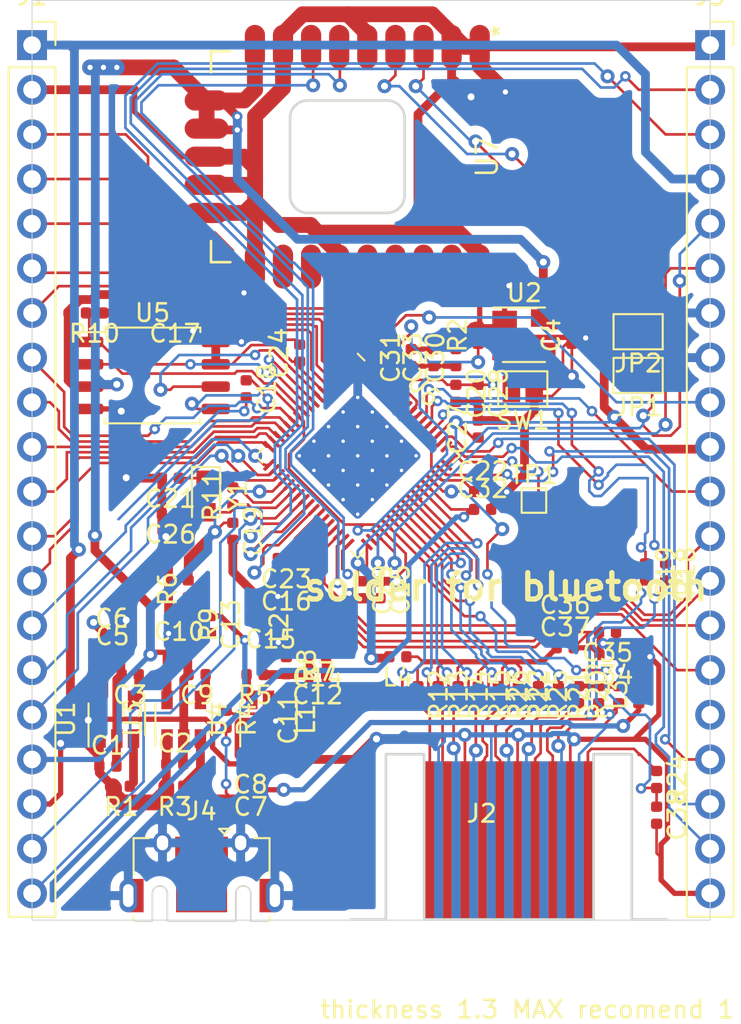
<source format=kicad_pcb>
(kicad_pcb (version 20171130) (host pcbnew 5.1.7-a382d34a8~88~ubuntu16.04.1)
  (layers (0 F.Cu signal) (31 B.Cu signal) (34 B.Paste user) (35 F.Paste user) (36 B.SilkS user) (37 F.SilkS user hide) (38 B.Mask user) (39 F.Mask user) (44 Edge.Cuts user))
  (net 0 "")
  (net 1 GND)
  (net 2 +5V)
  (net 3 "Net-(C3-Pad1)")
  (net 4 +3V3)
  (net 5 +1V8)
  (net 6 "Net-(C9-Pad1)")
  (net 7 "Net-(C11-Pad2)")
  (net 8 "Net-(C11-Pad1)")
  (net 9 "Net-(C12-Pad2)")
  (net 10 +1V1)
  (net 11 +2V5)
  (net 12 +1V0)
  (net 13 /CPU/X27M_6605_IN)
  (net 14 /CPU/X27M_6605_OUT)
  (net 15 +5C)
  (net 16 "Net-(C36-Pad1)")
  (net 17 HDMI_PLG)
  (net 18 MR)
  (net 19 port15-SDA)
  (net 20 port14-SCL)
  (net 21 port13)
  (net 22 port12)
  (net 23 port11)
  (net 24 port10)
  (net 25 PORT9)
  (net 26 PORT8)
  (net 27 PORT7)
  (net 28 PORT6)
  (net 29 PORT5)
  (net 30 PORT4)
  (net 31 PORT3)
  (net 32 PORT2)
  (net 33 PORT1)
  (net 34 PORT0)
  (net 35 "Net-(J2-Pad16)")
  (net 36 "Net-(J2-Pad12)")
  (net 37 "Net-(J2-Pad10)")
  (net 38 TX1_N)
  (net 39 TX1_P)
  (net 40 "Net-(J2-Pad19)")
  (net 41 "Net-(J2-Pad15)")
  (net 42 "Net-(J2-Pad13)")
  (net 43 TX0_N)
  (net 44 TX0_P)
  (net 45 TX2_N)
  (net 46 TX2_P)
  (net 47 AOL)
  (net 48 AOR)
  (net 49 VOUT1)
  (net 50 IR)
  (net 51 ADCINNQ)
  (net 52 ADCINPQ)
  (net 53 ADCINPI)
  (net 54 ADCINNI)
  (net 55 PORT20)
  (net 56 HOST1_DM)
  (net 57 HOST1_DP)
  (net 58 UART1-Tx)
  (net 59 UART1-Rx)
  (net 60 "Net-(R1-Pad1)")
  (net 61 NRST_GX_CPU)
  (net 62 "Net-(R3-Pad1)")
  (net 63 "Net-(R4-Pad1)")
  (net 64 "Net-(R5-Pad2)")
  (net 65 /CPU/SPI_CSN)
  (net 66 HDMI_SDA)
  (net 67 HDMI_SCL)
  (net 68 TXC_N)
  (net 69 TXC_P)
  (net 70 /CPU/SPI_CLK)
  (net 71 /CPU/SPI_MOSI)
  (net 72 /CPU/SPI_MISO)
  (net 73 HOST0_DM)
  (net 74 HOST0_DP)
  (net 75 "Net-(U7-Pad21)")
  (net 76 "Net-(U7-Pad22)")
  (net 77 "Net-(U7-Pad17)")
  (net 78 "Net-(U7-Pad16)")
  (net 79 "Net-(U7-Pad19)")
  (net 80 "Net-(U7-Pad20)")
  (net 81 "Net-(TP1-Pad1)")
  (net 82 "Net-(JP1-Pad2)")
  (net 83 "Net-(JP2-Pad2)")
  (module Jumper:SolderJumper-2_P1.3mm_Open_TrianglePad1.0x1.5mm (layer F.Cu) (at 268.441 75.4888 180)
    (fp_text reference JP2 (at 0 -1.8) (layer F.SilkS))
    (fp_text value Jumper)
    (pad 1 smd custom (at -0.725 0 180) (size 0.3 0.3) (layers F.Cu F.Mask) (net 56 HOST1_DM) (options (clearance outline) (anchor rect)) (primitives (gr_poly (pts (xy -0.5 -0.75) (xy 0.5 -0.75) (xy 1 0) (xy 0.5 0.75) (xy -0.5 0.75)) (width 0))))
    (pad 2 smd custom (at 0.725 0 180) (size 0.3 0.3) (layers F.Cu F.Mask) (net 83 "Net-(JP2-Pad2)") (options (clearance outline) (anchor rect)) (primitives (gr_poly (pts (xy -0.65 -0.75) (xy 0.5 -0.75) (xy 0.5 0.75) (xy -0.65 0.75) (xy -0.15 0)) (width 0))))
  )
  (module Jumper:SolderJumper-2_P1.3mm_Open_TrianglePad1.0x1.5mm (layer F.Cu) (at 268.441 77.978 180)
    (fp_text reference JP1 (at 0 -1.8) (layer F.SilkS))
    (fp_text value Jumper)
    (pad 1 smd custom (at -0.725 0 180) (size 0.3 0.3) (layers F.Cu F.Mask) (net 57 HOST1_DP) (options (clearance outline) (anchor rect)) (primitives (gr_poly (pts (xy -0.5 -0.75) (xy 0.5 -0.75) (xy 1 0) (xy 0.5 0.75) (xy -0.5 0.75)) (width 0))))
    (pad 2 smd custom (at 0.725 0 180) (size 0.3 0.3) (layers F.Cu F.Mask) (net 82 "Net-(JP1-Pad2)") (options (clearance outline) (anchor rect)) (primitives (gr_poly (pts (xy -0.65 -0.75) (xy 0.5 -0.75) (xy 0.5 0.75) (xy -0.65 0.75) (xy -0.15 0)) (width 0))))
  )
  (module TestPoint:TestPoint_Pad_1.0x1.0mm (layer F.Cu) (at 262.509 85.09)
    (fp_text reference TP1 (at 0 -1.448) (layer F.SilkS))
    (fp_text value TestPoint)
    (pad 1 smd rect (at 0 0) (size 1 1) (layers F.Cu F.Mask) (net 81 "Net-(TP1-Pad1)"))
  )
  (module Capacitor_SMD:C_0402_1005Metric (layer F.Cu) (at 244.094 92.1512 270)
    (fp_text reference C13 (at 0 -1.17 90) (layer F.SilkS))
    (fp_text value 10uF)
    (pad 2 smd roundrect (at 0.485 0 270) (size 0.59 0.64) (layers F.Cu F.Paste F.Mask) (net 1 GND))
    (pad 1 smd roundrect (at -0.485 0 270) (size 0.59 0.64) (layers F.Cu F.Paste F.Mask) (net 11 +2V5))
  )
  (module Resistor_SMD:R_0402_1005Metric (layer F.Cu) (at 242.824 92.1512 270)
    (fp_text reference R9 (at 0 -1.17 90) (layer F.SilkS))
    (fp_text value 1K)
    (pad 2 smd roundrect (at 0.485 0 270) (size 0.59 0.64) (layers F.Cu F.Paste F.Mask) (net 1 GND))
    (pad 1 smd roundrect (at -0.485 0 270) (size 0.59 0.64) (layers F.Cu F.Paste F.Mask) (net 11 +2V5))
  )
  (module Resistor_SMD:R_0402_1005Metric (layer F.Cu) (at 242.824 90.1192 90)
    (fp_text reference R6 (at 0 -1.17 90) (layer F.SilkS))
    (fp_text value 33R)
    (pad 2 smd roundrect (at 0.485 0 90) (size 0.59 0.64) (layers F.Cu F.Paste F.Mask) (net 4 +3V3))
    (pad 1 smd roundrect (at -0.485 0 90) (size 0.59 0.64) (layers F.Cu F.Paste F.Mask) (net 11 +2V5))
  )
  (module C-SKY:HDMI-PCB (layer F.Cu) (at 256.58 106.426)
    (fp_text reference J2 (at 2.95 -3.525) (layer F.SilkS))
    (fp_text value HDMI_A)
    (fp_line (start -0.325 -6.9) (end -0.325 2.5) (layer Edge.Cuts) (width 0.15))
    (fp_line (start -0.325 2.5) (end 9.325 2.5) (layer Edge.Cuts) (width 0.15))
    (fp_line (start -0.325 -6.9) (end -2.5 -6.9) (layer Edge.Cuts) (width 0.15))
    (fp_line (start 11.5 -6.9) (end 9.325 -6.9) (layer Edge.Cuts) (width 0.15))
    (fp_line (start 9.325 -6.9) (end 9.325 2.5) (layer Edge.Cuts) (width 0.15))
    (fp_line (start -2.5 -6.9) (end -2.5 2.5) (layer Edge.Cuts) (width 0.15))
    (fp_line (start 11.5 -6.9) (end 11.5 2.5) (layer Edge.Cuts) (width 0.15))
    (fp_line (start -4.5 2.5) (end -2.5 2.5) (layer Edge.Cuts) (width 0.15))
    (fp_line (start 13.5 2.5) (end 11.5 2.5) (layer Edge.Cuts) (width 0.15))
    (fp_text user "thickness 1.3 MAX recomend 1" (at 5.548 7.62) (layer F.SilkS))
    (pad 18 smd rect (at 8.5 -2) (size 0.5 9) (layers B.Cu F.Paste F.Mask) (net 2 +5V))
    (pad 19 smd rect (at 9 -2) (size 0.5 9) (layers F.Cu F.Paste F.Mask) (net 40 "Net-(J2-Pad19)"))
    (pad 17 smd rect (at 8 -2) (size 0.5 9) (layers F.Cu F.Paste F.Mask) (net 1 GND))
    (pad 16 smd rect (at 7.5 -2) (size 0.5 9) (layers B.Cu F.Paste F.Mask) (net 35 "Net-(J2-Pad16)"))
    (pad 15 smd rect (at 7 -2) (size 0.5 9) (layers F.Cu F.Paste F.Mask) (net 41 "Net-(J2-Pad15)"))
    (pad 13 smd rect (at 6 -2) (size 0.5 9) (layers F.Cu F.Paste F.Mask) (net 42 "Net-(J2-Pad13)"))
    (pad 14 smd rect (at 6.5 -2) (size 0.5 9) (layers B.Cu F.Paste F.Mask))
    (pad 12 smd rect (at 5.5 -2) (size 0.5 9) (layers B.Cu F.Paste F.Mask) (net 36 "Net-(J2-Pad12)"))
    (pad 10 smd rect (at 4.5 -2) (size 0.5 9) (layers B.Cu F.Paste F.Mask) (net 37 "Net-(J2-Pad10)"))
    (pad 8 smd rect (at 3.5 -2) (size 0.5 9) (layers B.Cu F.Paste F.Mask) (net 1 GND))
    (pad 6 smd rect (at 2.5 -2) (size 0.5 9) (layers B.Cu F.Paste F.Mask) (net 38 TX1_N))
    (pad 4 smd rect (at 1.5 -2) (size 0.5 9) (layers B.Cu F.Paste F.Mask) (net 39 TX1_P))
    (pad 2 smd rect (at 0.5 -2) (size 0.5 9) (layers B.Cu F.Paste F.Mask) (net 1 GND))
    (pad 11 smd rect (at 5 -2) (size 0.5 9) (layers F.Cu F.Paste F.Mask) (net 1 GND))
    (pad 9 smd rect (at 4 -2) (size 0.5 9) (layers F.Cu F.Paste F.Mask) (net 43 TX0_N))
    (pad 7 smd rect (at 3 -2) (size 0.5 9) (layers F.Cu F.Paste F.Mask) (net 44 TX0_P))
    (pad 5 smd rect (at 2 -2) (size 0.5 9) (layers F.Cu F.Paste F.Mask) (net 1 GND))
    (pad 3 smd rect (at 1 -2) (size 0.5 9) (layers F.Cu F.Paste F.Mask) (net 45 TX2_N))
    (pad 1 smd rect (at 0 -2) (size 0.5 9) (layers F.Cu F.Paste F.Mask) (net 46 TX2_P))
  )
  (module Connector_USB:USB_Micro-AB_Molex_47590-0001 (layer F.Cu) (at 243.586 107.569)
    (fp_text reference J4 (at 0 -4.8 -180) (layer F.SilkS))
    (fp_text value USB_B_Micro)
    (fp_line (start -3.75 1.45) (end -2.8 1.45) (layer Edge.Cuts) (width 0.1))
    (fp_line (start -2.8 -0.125) (end -2.8 1.45) (layer Edge.Cuts) (width 0.1))
    (fp_line (start -1.95 -0.125) (end -1.95 1.45) (layer Edge.Cuts) (width 0.1))
    (fp_line (start -1.95 1.45) (end 1.95 1.45) (layer Edge.Cuts) (width 0.1))
    (fp_line (start 1.95 -0.125) (end 1.95 1.45) (layer Edge.Cuts) (width 0.1))
    (fp_line (start 2.8 -0.125) (end 2.8 1.45) (layer Edge.Cuts) (width 0.1))
    (fp_line (start 2.8 1.45) (end 3.75 1.45) (layer Edge.Cuts) (width 0.1))
    (fp_arc (start -2.375 -0.125) (end -2.8 -0.125) (angle 180) (layer Edge.Cuts) (width 0.1))
    (fp_arc (start 2.375 -0.125) (end 1.95 -0.125) (angle 180) (layer Edge.Cuts) (width 0.1))
    (pad 6 smd rect (at -3.7375 0) (size 0.875 1.9) (layers F.Cu F.Mask) (net 1 GND))
    (pad 6 smd rect (at 3.7375 0) (size 0.875 1.9) (layers F.Cu F.Mask) (net 1 GND))
    (pad 6 smd rect (at 0 0) (size 2.9 1.9) (layers F.Cu F.Paste F.Mask) (net 1 GND))
    (pad 2 smd rect (at 0.65 -2.675) (size 0.4 1.35) (layers F.Cu F.Paste F.Mask))
    (pad 6 thru_hole oval (at 4.175 0) (size 1 1.9) (drill oval 0.6 1.3) (layers *.Cu *.Mask) (net 1 GND))
    (pad 6 thru_hole oval (at -4.175 0) (size 1 1.9) (drill oval 0.6 1.3) (layers *.Cu *.Mask) (net 1 GND))
    (pad 6 thru_hole oval (at 2.225 -3) (size 1.05 1.25) (drill oval 0.65 0.85) (layers *.Cu *.Mask) (net 1 GND))
    (pad 1 smd rect (at 1.3 -2.675) (size 0.4 1.35) (layers F.Cu F.Paste F.Mask) (net 2 +5V))
    (pad 3 smd rect (at 0 -2.675) (size 0.4 1.35) (layers F.Cu F.Paste F.Mask))
    (pad 4 smd rect (at -0.65 -2.675) (size 0.4 1.35) (layers F.Cu F.Paste F.Mask))
    (pad 5 smd rect (at -1.3 -2.675) (size 0.4 1.35) (layers F.Cu F.Paste F.Mask) (net 1 GND))
    (pad 6 thru_hole oval (at -2.225 -3) (size 1.05 1.25) (drill oval 0.65 0.85) (layers *.Cu *.Mask) (net 1 GND))
  )
  (module Package_TO_SOT_SMD:SOT-143 (layer F.Cu) (at 261.94 75.662)
    (fp_text reference U2 (at 0.02 -2.38) (layer F.SilkS))
    (fp_text value IMP811REUS-T)
    (pad 4 smd rect (at 1.1 -0.95 270) (size 1 1.4) (layers F.Cu F.Paste F.Mask) (net 4 +3V3))
    (pad 3 smd rect (at 1.1 0.95 270) (size 1 1.4) (layers F.Cu F.Paste F.Mask) (net 18 MR))
    (pad 2 smd rect (at -1.1 0.95 270) (size 1 1.4) (layers F.Cu F.Paste F.Mask) (net 61 NRST_GX_CPU))
    (pad 1 smd rect (at -1.1 -0.77 270) (size 1.2 1.4) (layers F.Cu F.Paste F.Mask) (net 1 GND))
  )
  (module Package_TO_SOT_SMD:SOT-23-6 (layer F.Cu) (at 247.396 97.536 90)
    (fp_text reference U4 (at 0 -2.9 90) (layer F.SilkS))
    (fp_text value MP1469GJ)
    (pad 5 smd rect (at 1.1 0 90) (size 1.06 0.65) (layers F.Cu F.Paste F.Mask) (net 63 "Net-(R4-Pad1)"))
    (pad 6 smd rect (at 1.1 -0.95 90) (size 1.06 0.65) (layers F.Cu F.Paste F.Mask) (net 64 "Net-(R5-Pad2)"))
    (pad 4 smd rect (at 1.1 0.95 90) (size 1.06 0.65) (layers F.Cu F.Paste F.Mask) (net 7 "Net-(C11-Pad2)"))
    (pad 3 smd rect (at -1.1 0.95 90) (size 1.06 0.65) (layers F.Cu F.Paste F.Mask) (net 8 "Net-(C11-Pad1)"))
    (pad 2 smd rect (at -1.1 0 90) (size 1.06 0.65) (layers F.Cu F.Paste F.Mask) (net 1 GND))
    (pad 1 smd rect (at -1.1 -0.95 90) (size 1.06 0.65) (layers F.Cu F.Paste F.Mask) (net 2 +5V))
  )
  (module Package_SO:SOIC-8_5.23x5.23mm_P1.27mm (layer F.Cu) (at 240.792 77.978)
    (fp_text reference U5 (at 0 -3.56) (layer F.SilkS))
    (fp_text value W25Q32JVSS)
    (pad 8 smd roundrect (at 3.6 -1.905) (size 1.6 0.6) (layers F.Cu F.Paste F.Mask) (net 4 +3V3))
    (pad 7 smd roundrect (at 3.6 -0.635) (size 1.6 0.6) (layers F.Cu F.Paste F.Mask) (net 4 +3V3))
    (pad 6 smd roundrect (at 3.6 0.635) (size 1.6 0.6) (layers F.Cu F.Paste F.Mask) (net 70 /CPU/SPI_CLK))
    (pad 5 smd roundrect (at 3.6 1.905) (size 1.6 0.6) (layers F.Cu F.Paste F.Mask) (net 71 /CPU/SPI_MOSI))
    (pad 4 smd roundrect (at -3.6 1.905) (size 1.6 0.6) (layers F.Cu F.Paste F.Mask) (net 1 GND))
    (pad 3 smd roundrect (at -3.6 0.635) (size 1.6 0.6) (layers F.Cu F.Paste F.Mask) (net 4 +3V3))
    (pad 2 smd roundrect (at -3.6 -0.635) (size 1.6 0.6) (layers F.Cu F.Paste F.Mask) (net 72 /CPU/SPI_MISO))
    (pad 1 smd roundrect (at -3.6 -1.905) (size 1.6 0.6) (layers F.Cu F.Paste F.Mask) (net 65 /CPU/SPI_CSN))
  )
  (module Veo:BLUE-BEAN-A (layer F.Cu) (at 252.222 65.532 270)
    (fp_text reference U7 (at 0 -7.62 90) (layer F.SilkS) (effects (font (size 1.2 1.2))))
    (fp_text value BLUE-BEAN)
    (fp_line (start 2.2 -2.925) (end -2.2 -2.925) (layer Edge.Cuts) (width 0.15))
    (fp_line (start -3.2 -1.925) (end -3.2 2.6) (layer Edge.Cuts) (width 0.15))
    (fp_line (start -2.2 3.6) (end 2.2 3.6) (layer Edge.Cuts) (width 0.15))
    (fp_line (start 3.2 2.6) (end 3.2 -1.925) (layer Edge.Cuts) (width 0.15))
    (fp_arc (start -2.2 -1.925) (end -3.2 -1.925) (angle 90) (layer Edge.Cuts) (width 0.15))
    (fp_arc (start 2.2 -1.925) (end 2.2 -2.925) (angle 90) (layer Edge.Cuts) (width 0.15))
    (fp_arc (start -2.2 2.6) (end -2.2 3.6) (angle 90) (layer Edge.Cuts) (width 0.15))
    (fp_arc (start 2.2 2.6) (end 3.2 2.6) (angle 90) (layer Edge.Cuts) (width 0.15))
    (fp_text user * (at -7.15 -8.4 90) (layer F.SilkS))
    (pad 16 smd oval (at 6.25 4 90) (size 2.5 1.15) (layers F.Cu F.Paste F.Mask) (net 78 "Net-(U7-Pad16)"))
    (pad 18 smd oval (at 6.25 0.8 180) (size 1.15 2.5) (layers F.Cu F.Paste F.Mask) (net 1 GND))
    (pad 15 smd oval (at 6.25 5.6 90) (size 2.5 1.15) (layers F.Cu F.Paste F.Mask) (net 1 GND))
    (pad 17 smd oval (at 6.25 2.4 180) (size 1.15 2.5) (layers F.Cu F.Paste F.Mask) (net 77 "Net-(U7-Pad17)"))
    (pad 23 smd oval (at 6.25 -7.2 180) (size 1.15 2.5) (layers F.Cu F.Paste F.Mask) (net 1 GND))
    (pad 19 smd oval (at 6.25 -0.8 180) (size 1.15 2.5) (layers F.Cu F.Paste F.Mask) (net 79 "Net-(U7-Pad19)"))
    (pad 22 smd oval (at 6.25 -5.6 180) (size 1.15 2.5) (layers F.Cu F.Paste F.Mask) (net 76 "Net-(U7-Pad22)"))
    (pad 21 smd oval (at 6.25 -4 180) (size 1.15 2.5) (layers F.Cu F.Paste F.Mask) (net 75 "Net-(U7-Pad21)"))
    (pad 20 smd oval (at 6.25 -2.4 180) (size 1.15 2.5) (layers F.Cu F.Paste F.Mask) (net 80 "Net-(U7-Pad20)"))
    (pad 1 smd oval (at -6.25 -7.2 270) (size 2.5 1.15) (layers F.Cu F.Paste F.Mask) (net 1 GND))
    (pad 9 smd oval (at -6.25 5.6) (size 1.15 2.5) (layers F.Cu F.Paste F.Mask) (net 4 +3V3))
    (pad 7 smd oval (at -6.25 2.4) (size 1.15 2.5) (layers F.Cu F.Paste F.Mask) (net 73 HOST0_DM))
    (pad 8 smd oval (at -6.25 4) (size 1.15 2.5) (layers F.Cu F.Paste F.Mask) (net 1 GND))
    (pad 14 smd oval (at 3.2 8.35 270) (size 1.15 2.5) (layers F.Cu F.Paste F.Mask) (net 1 GND))
    (pad 13 smd oval (at 1.6 8.35 270) (size 1.15 2.5) (layers F.Cu F.Paste F.Mask) (net 1 GND))
    (pad 12 smd oval (at 0 8.35 270) (size 1.15 2.5) (layers F.Cu F.Paste F.Mask) (net 1 GND))
    (pad 11 smd oval (at -1.6 8.35 270) (size 1.15 2.5) (layers F.Cu F.Paste F.Mask) (net 4 +3V3))
    (pad 10 smd oval (at -3.2 8.35 270) (size 1.15 2.5) (layers F.Cu F.Paste F.Mask) (net 4 +3V3))
    (pad 6 smd oval (at -6.25 0.8) (size 1.15 2.5) (layers F.Cu F.Paste F.Mask) (net 74 HOST0_DP))
    (pad 5 smd oval (at -6.25 -0.8) (size 1.15 2.5) (layers F.Cu F.Paste F.Mask) (net 1 GND))
    (pad 4 smd oval (at -6.25 -2.4) (size 1.15 2.5) (layers F.Cu F.Paste F.Mask) (net 83 "Net-(JP2-Pad2)"))
    (pad 3 smd oval (at -6.25 -4) (size 1.15 2.5) (layers F.Cu F.Paste F.Mask) (net 82 "Net-(JP1-Pad2)"))
    (pad 2 smd oval (at -6.25 -5.6 270) (size 2.5 1.15) (layers F.Cu F.Paste F.Mask) (net 1 GND))
  )
  (module Crystal:Crystal_SMD_2012-2Pin_2.0x1.2mm_HandSoldering (layer F.Cu) (at 243.84 84.836 270)
    (fp_text reference Y1 (at 0 -1.8 90) (layer F.SilkS))
    (fp_text value 27MHz)
    (pad 2 smd rect (at 0.925 0 270) (size 1.05 1.1) (layers F.Cu F.Paste F.Mask) (net 14 /CPU/X27M_6605_OUT))
    (pad 1 smd rect (at -0.925 0 270) (size 1.05 1.1) (layers F.Cu F.Paste F.Mask) (net 13 /CPU/X27M_6605_IN))
  )
  (module Package_TO_SOT_SMD:SOT-23-5 (layer F.Cu) (at 242.57 97.536 90)
    (fp_text reference U3 (at 0 -2.9 90) (layer F.SilkS))
    (fp_text value SP6205EM5-L-3-3_TR)
    (pad 5 smd rect (at 1.1 -0.95 90) (size 1.06 0.65) (layers F.Cu F.Paste F.Mask) (net 4 +3V3))
    (pad 4 smd rect (at 1.1 0.95 90) (size 1.06 0.65) (layers F.Cu F.Paste F.Mask) (net 6 "Net-(C9-Pad1)"))
    (pad 3 smd rect (at -1.1 0.95 90) (size 1.06 0.65) (layers F.Cu F.Paste F.Mask) (net 62 "Net-(R3-Pad1)"))
    (pad 2 smd rect (at -1.1 0 90) (size 1.06 0.65) (layers F.Cu F.Paste F.Mask) (net 1 GND))
    (pad 1 smd rect (at -1.1 -0.95 90) (size 1.06 0.65) (layers F.Cu F.Paste F.Mask) (net 2 +5V))
  )
  (module Jumper:SolderJumper-2_P1.3mm_Open_Pad1.0x1.5mm (layer F.Cu) (at 261.874 78.74 180)
    (fp_text reference SW1 (at 0 -1.8) (layer F.SilkS))
    (fp_text value SW_DPST_x2)
    (pad 1 smd rect (at -0.65 0 180) (size 1 1.5) (layers F.Cu F.Mask) (net 1 GND))
    (pad 2 smd rect (at 0.65 0 180) (size 1 1.5) (layers F.Cu F.Mask) (net 18 MR))
  )
  (module Package_DFN_QFN:QFN-68-1EP_8x8mm_P0.4mm_EP5.2x5.2mm_ThermalVias (layer F.Cu) (at 252.476 82.55 315)
    (fp_text reference U6 (at 0 -5.3 135) (layer F.SilkS))
    (fp_text value GX6605S)
    (pad 68 smd roundrect (at -3.2 -3.9375 315) (size 0.2 0.825) (layers F.Cu F.Paste F.Mask) (net 50 IR))
    (pad 67 smd roundrect (at -2.8 -3.9375 315) (size 0.2 0.825) (layers F.Cu F.Paste F.Mask) (net 61 NRST_GX_CPU))
    (pad 66 smd roundrect (at -2.4 -3.9375 315) (size 0.2 0.825) (layers F.Cu F.Paste F.Mask) (net 5 +1V8))
    (pad 65 smd roundrect (at -2 -3.9375 315) (size 0.2 0.825) (layers F.Cu F.Paste F.Mask) (net 5 +1V8))
    (pad 64 smd roundrect (at -1.6 -3.9375 315) (size 0.2 0.825) (layers F.Cu F.Paste F.Mask) (net 5 +1V8))
    (pad 63 smd roundrect (at -1.2 -3.9375 315) (size 0.2 0.825) (layers F.Cu F.Paste F.Mask) (net 5 +1V8))
    (pad 62 smd roundrect (at -0.8 -3.9375 315) (size 0.2 0.825) (layers F.Cu F.Paste F.Mask) (net 10 +1V1))
    (pad 61 smd roundrect (at -0.4 -3.9375 315) (size 0.2 0.825) (layers F.Cu F.Paste F.Mask) (net 5 +1V8))
    (pad 60 smd roundrect (at 0 -3.9375 315) (size 0.2 0.825) (layers F.Cu F.Paste F.Mask) (net 5 +1V8))
    (pad 59 smd roundrect (at 0.4 -3.9375 315) (size 0.2 0.825) (layers F.Cu F.Paste F.Mask) (net 10 +1V1))
    (pad 58 smd roundrect (at 0.8 -3.9375 315) (size 0.2 0.825) (layers F.Cu F.Paste F.Mask) (net 5 +1V8))
    (pad 57 smd roundrect (at 1.2 -3.9375 315) (size 0.2 0.825) (layers F.Cu F.Paste F.Mask) (net 55 PORT20))
    (pad 56 smd roundrect (at 1.6 -3.9375 315) (size 0.2 0.825) (layers F.Cu F.Paste F.Mask) (net 67 HDMI_SCL))
    (pad 55 smd roundrect (at 2 -3.9375 315) (size 0.2 0.825) (layers F.Cu F.Paste F.Mask) (net 66 HDMI_SDA))
    (pad 54 smd roundrect (at 2.4 -3.9375 315) (size 0.2 0.825) (layers F.Cu F.Paste F.Mask) (net 4 +3V3))
    (pad 53 smd roundrect (at 2.8 -3.9375 315) (size 0.2 0.825) (layers F.Cu F.Paste F.Mask) (net 48 AOR))
    (pad 52 smd roundrect (at 3.2 -3.9375 315) (size 0.2 0.825) (layers F.Cu F.Paste F.Mask) (net 47 AOL))
    (pad 51 smd roundrect (at 3.9375 -3.2 315) (size 0.825 0.2) (layers F.Cu F.Paste F.Mask) (net 81 "Net-(TP1-Pad1)"))
    (pad 50 smd roundrect (at 3.9375 -2.8 315) (size 0.825 0.2) (layers F.Cu F.Paste F.Mask) (net 49 VOUT1))
    (pad 49 smd roundrect (at 3.9375 -2.4 315) (size 0.825 0.2) (layers F.Cu F.Paste F.Mask) (net 4 +3V3))
    (pad 48 smd roundrect (at 3.9375 -2 315) (size 0.825 0.2) (layers F.Cu F.Paste F.Mask) (net 17 HDMI_PLG))
    (pad 47 smd roundrect (at 3.9375 -1.6 315) (size 0.825 0.2) (layers F.Cu F.Paste F.Mask) (net 11 +2V5))
    (pad 46 smd roundrect (at 3.9375 -1.2 315) (size 0.825 0.2) (layers F.Cu F.Paste F.Mask) (net 46 TX2_P))
    (pad 45 smd roundrect (at 3.9375 -0.8 315) (size 0.825 0.2) (layers F.Cu F.Paste F.Mask) (net 45 TX2_N))
    (pad 44 smd roundrect (at 3.9375 -0.4 315) (size 0.825 0.2) (layers F.Cu F.Paste F.Mask) (net 39 TX1_P))
    (pad 43 smd roundrect (at 3.9375 0 315) (size 0.825 0.2) (layers F.Cu F.Paste F.Mask) (net 38 TX1_N))
    (pad 42 smd roundrect (at 3.9375 0.4 315) (size 0.825 0.2) (layers F.Cu F.Paste F.Mask) (net 44 TX0_P))
    (pad 41 smd roundrect (at 3.9375 0.8 315) (size 0.825 0.2) (layers F.Cu F.Paste F.Mask) (net 43 TX0_N))
    (pad 40 smd roundrect (at 3.9375 1.2 315) (size 0.825 0.2) (layers F.Cu F.Paste F.Mask) (net 69 TXC_P))
    (pad 39 smd roundrect (at 3.9375 1.6 315) (size 0.825 0.2) (layers F.Cu F.Paste F.Mask) (net 68 TXC_N))
    (pad 38 smd roundrect (at 3.9375 2 315) (size 0.825 0.2) (layers F.Cu F.Paste F.Mask) (net 10 +1V1))
    (pad 37 smd roundrect (at 3.9375 2.4 315) (size 0.825 0.2) (layers F.Cu F.Paste F.Mask) (net 56 HOST1_DM))
    (pad 36 smd roundrect (at 3.9375 2.8 315) (size 0.825 0.2) (layers F.Cu F.Paste F.Mask) (net 57 HOST1_DP))
    (pad 35 smd roundrect (at 3.9375 3.2 315) (size 0.825 0.2) (layers F.Cu F.Paste F.Mask) (net 4 +3V3))
    (pad 34 smd roundrect (at 3.2 3.9375 315) (size 0.2 0.825) (layers F.Cu F.Paste F.Mask) (net 73 HOST0_DM))
    (pad 33 smd roundrect (at 2.8 3.9375 315) (size 0.2 0.825) (layers F.Cu F.Paste F.Mask) (net 74 HOST0_DP))
    (pad 32 smd roundrect (at 2.4 3.9375 315) (size 0.2 0.825) (layers F.Cu F.Paste F.Mask) (net 54 ADCINNI))
    (pad 31 smd roundrect (at 2 3.9375 315) (size 0.2 0.825) (layers F.Cu F.Paste F.Mask) (net 53 ADCINPI))
    (pad 30 smd roundrect (at 1.6 3.9375 315) (size 0.2 0.825) (layers F.Cu F.Paste F.Mask) (net 52 ADCINPQ))
    (pad 29 smd roundrect (at 1.2 3.9375 315) (size 0.2 0.825) (layers F.Cu F.Paste F.Mask) (net 51 ADCINNQ))
    (pad 28 smd roundrect (at 0.8 3.9375 315) (size 0.2 0.825) (layers F.Cu F.Paste F.Mask) (net 10 +1V1))
    (pad 27 smd roundrect (at 0.4 3.9375 315) (size 0.2 0.825) (layers F.Cu F.Paste F.Mask) (net 59 UART1-Rx))
    (pad 26 smd roundrect (at 0 3.9375 315) (size 0.2 0.825) (layers F.Cu F.Paste F.Mask) (net 58 UART1-Tx))
    (pad 25 smd roundrect (at -0.4 3.9375 315) (size 0.2 0.825) (layers F.Cu F.Paste F.Mask) (net 20 port14-SCL))
    (pad 24 smd roundrect (at -0.8 3.9375 315) (size 0.2 0.825) (layers F.Cu F.Paste F.Mask) (net 19 port15-SDA))
    (pad 23 smd roundrect (at -1.2 3.9375 315) (size 0.2 0.825) (layers F.Cu F.Paste F.Mask) (net 14 /CPU/X27M_6605_OUT))
    (pad 22 smd roundrect (at -1.6 3.9375 315) (size 0.2 0.825) (layers F.Cu F.Paste F.Mask) (net 13 /CPU/X27M_6605_IN))
    (pad 21 smd roundrect (at -2 3.9375 315) (size 0.2 0.825) (layers F.Cu F.Paste F.Mask) (net 4 +3V3))
    (pad 20 smd roundrect (at -2.4 3.9375 315) (size 0.2 0.825) (layers F.Cu F.Paste F.Mask) (net 21 port13))
    (pad 19 smd roundrect (at -2.8 3.9375 315) (size 0.2 0.825) (layers F.Cu F.Paste F.Mask) (net 22 port12))
    (pad 18 smd roundrect (at -3.2 3.9375 315) (size 0.2 0.825) (layers F.Cu F.Paste F.Mask) (net 23 port11))
    (pad 17 smd roundrect (at -3.9375 3.2 315) (size 0.825 0.2) (layers F.Cu F.Paste F.Mask) (net 24 port10))
    (pad 16 smd roundrect (at -3.9375 2.8 315) (size 0.825 0.2) (layers F.Cu F.Paste F.Mask) (net 25 PORT9))
    (pad 15 smd roundrect (at -3.9375 2.4 315) (size 0.825 0.2) (layers F.Cu F.Paste F.Mask) (net 26 PORT8))
    (pad 14 smd roundrect (at -3.9375 2 315) (size 0.825 0.2) (layers F.Cu F.Paste F.Mask) (net 27 PORT7))
    (pad 13 smd roundrect (at -3.9375 1.6 315) (size 0.825 0.2) (layers F.Cu F.Paste F.Mask) (net 28 PORT6))
    (pad 12 smd roundrect (at -3.9375 1.2 315) (size 0.825 0.2) (layers F.Cu F.Paste F.Mask) (net 29 PORT5))
    (pad 11 smd roundrect (at -3.9375 0.8 315) (size 0.825 0.2) (layers F.Cu F.Paste F.Mask) (net 10 +1V1))
    (pad 10 smd roundrect (at -3.9375 0.4 315) (size 0.825 0.2) (layers F.Cu F.Paste F.Mask) (net 72 /CPU/SPI_MISO))
    (pad 9 smd roundrect (at -3.9375 0 315) (size 0.825 0.2) (layers F.Cu F.Paste F.Mask) (net 65 /CPU/SPI_CSN))
    (pad 8 smd roundrect (at -3.9375 -0.4 315) (size 0.825 0.2) (layers F.Cu F.Paste F.Mask) (net 71 /CPU/SPI_MOSI))
    (pad 7 smd roundrect (at -3.9375 -0.8 315) (size 0.825 0.2) (layers F.Cu F.Paste F.Mask) (net 70 /CPU/SPI_CLK))
    (pad 6 smd roundrect (at -3.9375 -1.2 315) (size 0.825 0.2) (layers F.Cu F.Paste F.Mask) (net 4 +3V3))
    (pad 5 smd roundrect (at -3.9375 -1.6 315) (size 0.825 0.2) (layers F.Cu F.Paste F.Mask) (net 30 PORT4))
    (pad 4 smd roundrect (at -3.9375 -2 315) (size 0.825 0.2) (layers F.Cu F.Paste F.Mask) (net 31 PORT3))
    (pad 3 smd roundrect (at -3.9375 -2.4 315) (size 0.825 0.2) (layers F.Cu F.Paste F.Mask) (net 32 PORT2))
    (pad 2 smd roundrect (at -3.9375 -2.8 315) (size 0.825 0.2) (layers F.Cu F.Paste F.Mask) (net 33 PORT1))
    (pad 1 smd roundrect (at -3.9375 -3.2 315) (size 0.825 0.2) (layers F.Cu F.Paste F.Mask) (net 34 PORT0))
    (pad 69 smd roundrect (at 0 0 315) (size 5.2 5.2) (layers B.Cu) (roundrect_rratio 0.048) (net 1 GND))
    (pad 69 thru_hole circle (at 2.35 2.35 315) (size 0.5 0.5) (drill 0.2) (layers *.Cu) (net 1 GND))
    (pad 69 thru_hole circle (at 1.175 2.35 315) (size 0.5 0.5) (drill 0.2) (layers *.Cu) (net 1 GND))
    (pad 69 thru_hole circle (at 0 2.35 315) (size 0.5 0.5) (drill 0.2) (layers *.Cu) (net 1 GND))
    (pad 69 thru_hole circle (at -1.175 2.35 315) (size 0.5 0.5) (drill 0.2) (layers *.Cu) (net 1 GND))
    (pad 69 thru_hole circle (at -2.35 2.35 315) (size 0.5 0.5) (drill 0.2) (layers *.Cu) (net 1 GND))
    (pad 69 thru_hole circle (at 2.35 1.175 315) (size 0.5 0.5) (drill 0.2) (layers *.Cu) (net 1 GND))
    (pad 69 thru_hole circle (at 1.175 1.175 315) (size 0.5 0.5) (drill 0.2) (layers *.Cu) (net 1 GND))
    (pad 69 thru_hole circle (at 0 1.175 315) (size 0.5 0.5) (drill 0.2) (layers *.Cu) (net 1 GND))
    (pad 69 thru_hole circle (at -1.175 1.175 315) (size 0.5 0.5) (drill 0.2) (layers *.Cu) (net 1 GND))
    (pad 69 thru_hole circle (at -2.35 1.175 315) (size 0.5 0.5) (drill 0.2) (layers *.Cu) (net 1 GND))
    (pad 69 thru_hole circle (at 2.35 0 315) (size 0.5 0.5) (drill 0.2) (layers *.Cu) (net 1 GND))
    (pad 69 thru_hole circle (at 1.175 0 315) (size 0.5 0.5) (drill 0.2) (layers *.Cu) (net 1 GND))
    (pad 69 thru_hole circle (at 0 0 315) (size 0.5 0.5) (drill 0.2) (layers *.Cu) (net 1 GND))
    (pad 69 thru_hole circle (at -1.175 0 315) (size 0.5 0.5) (drill 0.2) (layers *.Cu) (net 1 GND))
    (pad 69 thru_hole circle (at -2.35 0 315) (size 0.5 0.5) (drill 0.2) (layers *.Cu) (net 1 GND))
    (pad 69 thru_hole circle (at 2.35 -1.175 315) (size 0.5 0.5) (drill 0.2) (layers *.Cu) (net 1 GND))
    (pad 69 thru_hole circle (at 1.175 -1.175 315) (size 0.5 0.5) (drill 0.2) (layers *.Cu) (net 1 GND))
    (pad 69 thru_hole circle (at 0 -1.175 315) (size 0.5 0.5) (drill 0.2) (layers *.Cu) (net 1 GND))
    (pad 69 thru_hole circle (at -1.175 -1.175 315) (size 0.5 0.5) (drill 0.2) (layers *.Cu) (net 1 GND))
    (pad 69 thru_hole circle (at -2.35 -1.175 315) (size 0.5 0.5) (drill 0.2) (layers *.Cu) (net 1 GND))
    (pad 69 thru_hole circle (at 2.35 -2.35 315) (size 0.5 0.5) (drill 0.2) (layers *.Cu) (net 1 GND))
    (pad 69 thru_hole circle (at 1.175 -2.35 315) (size 0.5 0.5) (drill 0.2) (layers *.Cu) (net 1 GND))
    (pad 69 thru_hole circle (at 0 -2.35 315) (size 0.5 0.5) (drill 0.2) (layers *.Cu) (net 1 GND))
    (pad 69 thru_hole circle (at -1.175 -2.35 315) (size 0.5 0.5) (drill 0.2) (layers *.Cu) (net 1 GND))
    (pad 69 thru_hole circle (at -2.35 -2.35 315) (size 0.5 0.5) (drill 0.2) (layers *.Cu) (net 1 GND))
    (pad 69 smd roundrect (at 0 0 315) (size 5.2 5.2) (layers F.Cu F.Mask) (roundrect_rratio 0.048077) (net 1 GND))
  )
  (module Package_TO_SOT_SMD:SOT-23-5 (layer F.Cu) (at 238.76 97.536 90)
    (fp_text reference U1 (at 0 -2.9 90) (layer F.SilkS))
    (fp_text value SPX3819-1.8)
    (pad 5 smd rect (at 1.1 -0.95 90) (size 1.06 0.65) (layers F.Cu F.Paste F.Mask) (net 5 +1V8))
    (pad 4 smd rect (at 1.1 0.95 90) (size 1.06 0.65) (layers F.Cu F.Paste F.Mask) (net 3 "Net-(C3-Pad1)"))
    (pad 3 smd rect (at -1.1 0.95 90) (size 1.06 0.65) (layers F.Cu F.Paste F.Mask) (net 60 "Net-(R1-Pad1)"))
    (pad 2 smd rect (at -1.1 0 90) (size 1.06 0.65) (layers F.Cu F.Paste F.Mask) (net 1 GND))
    (pad 1 smd rect (at -1.1 -0.95 90) (size 1.06 0.65) (layers F.Cu F.Paste F.Mask) (net 2 +5V))
  )
  (module Resistor_SMD:R_0402_1005Metric (layer F.Cu) (at 265.049 96.139 90)
    (fp_text reference R25 (at 0 -1.17 90) (layer F.SilkS))
    (fp_text value 10k)
    (pad 2 smd roundrect (at 0.485 0 90) (size 0.59 0.64) (layers F.Cu F.Paste F.Mask) (net 15 +5C))
    (pad 1 smd roundrect (at -0.485 0 90) (size 0.59 0.64) (layers F.Cu F.Paste F.Mask) (net 42 "Net-(J2-Pad13)"))
  )
  (module Resistor_SMD:R_0402_1005Metric (layer F.Cu) (at 269.494 100.965 270)
    (fp_text reference R24 (at 0 -1.17 90) (layer F.SilkS))
    (fp_text value 10k)
    (pad 2 smd roundrect (at 0.485 0 270) (size 0.59 0.64) (layers F.Cu F.Paste F.Mask) (net 17 HDMI_PLG))
    (pad 1 smd roundrect (at -0.485 0 270) (size 0.59 0.64) (layers F.Cu F.Paste F.Mask) (net 40 "Net-(J2-Pad19)"))
  )
  (module Resistor_SMD:R_0402_1005Metric (layer F.Cu) (at 262.763 96.139 90)
    (fp_text reference R23 (at 0 -1.17 90) (layer F.SilkS))
    (fp_text value 33R)
    (pad 2 smd roundrect (at 0.485 0 90) (size 0.59 0.64) (layers F.Cu F.Paste F.Mask) (net 69 TXC_P))
    (pad 1 smd roundrect (at -0.485 0 90) (size 0.59 0.64) (layers F.Cu F.Paste F.Mask) (net 37 "Net-(J2-Pad10)"))
  )
  (module Resistor_SMD:R_0402_1005Metric (layer F.Cu) (at 263.906 96.139 90)
    (fp_text reference R22 (at 0 -1.17 90) (layer F.SilkS))
    (fp_text value 33R)
    (pad 2 smd roundrect (at 0.485 0 90) (size 0.59 0.64) (layers F.Cu F.Paste F.Mask) (net 68 TXC_N))
    (pad 1 smd roundrect (at -0.485 0 90) (size 0.59 0.64) (layers F.Cu F.Paste F.Mask) (net 36 "Net-(J2-Pad12)"))
  )
  (module Resistor_SMD:R_0402_1005Metric (layer F.Cu) (at 266.192 96.139 90)
    (fp_text reference R21 (at 0 -1.17 90) (layer F.SilkS))
    (fp_text value 4.7k)
    (pad 2 smd roundrect (at 0.485 0 90) (size 0.59 0.64) (layers F.Cu F.Paste F.Mask) (net 15 +5C))
    (pad 1 smd roundrect (at -0.485 0 90) (size 0.59 0.64) (layers F.Cu F.Paste F.Mask) (net 41 "Net-(J2-Pad15)"))
  )
  (module Resistor_SMD:R_0402_1005Metric (layer F.Cu) (at 267.335 96.139 90)
    (fp_text reference R20 (at 0 -1.17 90) (layer F.SilkS))
    (fp_text value 4.7k)
    (pad 2 smd roundrect (at 0.485 0 90) (size 0.59 0.64) (layers F.Cu F.Paste F.Mask) (net 15 +5C))
    (pad 1 smd roundrect (at -0.485 0 90) (size 0.59 0.64) (layers F.Cu F.Paste F.Mask) (net 35 "Net-(J2-Pad16)"))
  )
  (module Resistor_SMD:R_0402_1005Metric (layer F.Cu) (at 268.859 89.154 270)
    (fp_text reference R19 (at 0 -1.17 90) (layer F.SilkS))
    (fp_text value 33R)
    (pad 2 smd roundrect (at 0.485 0 270) (size 0.59 0.64) (layers F.Cu F.Paste F.Mask) (net 41 "Net-(J2-Pad15)"))
    (pad 1 smd roundrect (at -0.485 0 270) (size 0.59 0.64) (layers F.Cu F.Paste F.Mask) (net 67 HDMI_SCL))
  )
  (module Resistor_SMD:R_0402_1005Metric (layer F.Cu) (at 270.002 89.154 270)
    (fp_text reference R18 (at 0 -1.17 90) (layer F.SilkS))
    (fp_text value 33R)
    (pad 2 smd roundrect (at 0.485 0 270) (size 0.59 0.64) (layers F.Cu F.Paste F.Mask) (net 35 "Net-(J2-Pad16)"))
    (pad 1 smd roundrect (at -0.485 0 270) (size 0.59 0.64) (layers F.Cu F.Paste F.Mask) (net 66 HDMI_SDA))
  )
  (module Resistor_SMD:R_0402_1005Metric (layer F.Cu) (at 261.62 96.139 270)
    (fp_text reference R17 (at 0 -1.17 90) (layer F.SilkS))
    (fp_text value 100R)
    (pad 2 smd roundrect (at 0.485 0 270) (size 0.59 0.64) (layers F.Cu F.Paste F.Mask) (net 43 TX0_N))
    (pad 1 smd roundrect (at -0.485 0 270) (size 0.59 0.64) (layers F.Cu F.Paste F.Mask) (net 16 "Net-(C36-Pad1)"))
  )
  (module Resistor_SMD:R_0402_1005Metric (layer F.Cu) (at 260.477 96.139 270)
    (fp_text reference R16 (at 0 -1.17 90) (layer F.SilkS))
    (fp_text value 100R)
    (pad 2 smd roundrect (at 0.485 0 270) (size 0.59 0.64) (layers F.Cu F.Paste F.Mask) (net 44 TX0_P))
    (pad 1 smd roundrect (at -0.485 0 270) (size 0.59 0.64) (layers F.Cu F.Paste F.Mask) (net 16 "Net-(C36-Pad1)"))
  )
  (module Resistor_SMD:R_0402_1005Metric (layer F.Cu) (at 259.334 96.139 270)
    (fp_text reference R15 (at 0 -1.17 90) (layer F.SilkS))
    (fp_text value 100r)
    (pad 2 smd roundrect (at 0.485 0 270) (size 0.59 0.64) (layers F.Cu F.Paste F.Mask) (net 38 TX1_N))
    (pad 1 smd roundrect (at -0.485 0 270) (size 0.59 0.64) (layers F.Cu F.Paste F.Mask) (net 16 "Net-(C36-Pad1)"))
  )
  (module Resistor_SMD:R_0402_1005Metric (layer F.Cu) (at 258.191 96.139 270)
    (fp_text reference R14 (at 0 -1.17 90) (layer F.SilkS))
    (fp_text value 100R)
    (pad 2 smd roundrect (at 0.485 0 270) (size 0.59 0.64) (layers F.Cu F.Paste F.Mask) (net 39 TX1_P))
    (pad 1 smd roundrect (at -0.485 0 270) (size 0.59 0.64) (layers F.Cu F.Paste F.Mask) (net 16 "Net-(C36-Pad1)"))
  )
  (module Resistor_SMD:R_0402_1005Metric (layer F.Cu) (at 257.048 96.139 270)
    (fp_text reference R13 (at 0 -1.17 90) (layer F.SilkS))
    (fp_text value 100R)
    (pad 2 smd roundrect (at 0.485 0 270) (size 0.59 0.64) (layers F.Cu F.Paste F.Mask) (net 45 TX2_N))
    (pad 1 smd roundrect (at -0.485 0 270) (size 0.59 0.64) (layers F.Cu F.Paste F.Mask) (net 16 "Net-(C36-Pad1)"))
  )
  (module Resistor_SMD:R_0402_1005Metric (layer F.Cu) (at 255.905 96.139 270)
    (fp_text reference R12 (at 0 -1.17 90) (layer F.SilkS))
    (fp_text value 100R)
    (pad 2 smd roundrect (at 0.485 0 270) (size 0.59 0.64) (layers F.Cu F.Paste F.Mask) (net 46 TX2_P))
    (pad 1 smd roundrect (at -0.485 0 270) (size 0.59 0.64) (layers F.Cu F.Paste F.Mask) (net 16 "Net-(C36-Pad1)"))
  )
  (module Resistor_SMD:R_0402_1005Metric (layer F.Cu) (at 245.364 84.836 90)
    (fp_text reference R11 (at 0 -1.17 90) (layer F.SilkS))
    (fp_text value 1M)
    (pad 2 smd roundrect (at 0.485 0 90) (size 0.59 0.64) (layers F.Cu F.Paste F.Mask) (net 13 /CPU/X27M_6605_IN))
    (pad 1 smd roundrect (at -0.485 0 90) (size 0.59 0.64) (layers F.Cu F.Paste F.Mask) (net 14 /CPU/X27M_6605_OUT))
  )
  (module Resistor_SMD:R_0402_1005Metric (layer F.Cu) (at 237.49 74.422 180)
    (fp_text reference R10 (at 0 -1.17) (layer F.SilkS))
    (fp_text value 4.7K)
    (pad 2 smd roundrect (at 0.485 0 180) (size 0.59 0.64) (layers F.Cu F.Paste F.Mask) (net 65 /CPU/SPI_CSN))
    (pad 1 smd roundrect (at -0.485 0 180) (size 0.59 0.64) (layers F.Cu F.Paste F.Mask) (net 4 +3V3))
  )
  (module Resistor_SMD:R_0402_1005Metric (layer F.Cu) (at 248.412 94.488 270)
    (fp_text reference R8 (at 0 -1.17 90) (layer F.SilkS))
    (fp_text value 47K)
    (pad 2 smd roundrect (at 0.485 0 270) (size 0.59 0.64) (layers F.Cu F.Paste F.Mask) (net 9 "Net-(C12-Pad2)"))
    (pad 1 smd roundrect (at -0.485 0 270) (size 0.59 0.64) (layers F.Cu F.Paste F.Mask) (net 1 GND))
  )
  (module Resistor_SMD:R_0402_1005Metric (layer F.Cu) (at 250.19 96.012)
    (fp_text reference R7 (at 0 -1.17) (layer F.SilkS))
    (fp_text value 20K)
    (pad 2 smd roundrect (at 0.485 0) (size 0.59 0.64) (layers F.Cu F.Paste F.Mask) (net 10 +1V1))
    (pad 1 smd roundrect (at -0.485 0) (size 0.59 0.64) (layers F.Cu F.Paste F.Mask) (net 9 "Net-(C12-Pad2)"))
  )
  (module Resistor_SMD:R_0402_1005Metric (layer F.Cu) (at 246.634 94.996 180)
    (fp_text reference R5 (at 0 -1.17) (layer F.SilkS))
    (fp_text value 100K)
    (pad 2 smd roundrect (at 0.485 0 180) (size 0.59 0.64) (layers F.Cu F.Paste F.Mask) (net 64 "Net-(R5-Pad2)"))
    (pad 1 smd roundrect (at -0.485 0 180) (size 0.59 0.64) (layers F.Cu F.Paste F.Mask) (net 9 "Net-(C12-Pad2)"))
  )
  (module Resistor_SMD:R_0402_1005Metric (layer F.Cu) (at 244.983 97.536 270)
    (fp_text reference R4 (at 0 -1.17 90) (layer F.SilkS))
    (fp_text value 100K)
    (pad 2 smd roundrect (at 0.485 0 270) (size 0.59 0.64) (layers F.Cu F.Paste F.Mask) (net 2 +5V))
    (pad 1 smd roundrect (at -0.485 0 270) (size 0.59 0.64) (layers F.Cu F.Paste F.Mask) (net 63 "Net-(R4-Pad1)"))
  )
  (module Resistor_SMD:R_0402_1005Metric (layer F.Cu) (at 242.062 101.346 180)
    (fp_text reference R3 (at 0 -1.17) (layer F.SilkS))
    (fp_text value 100k)
    (pad 2 smd roundrect (at 0.485 0 180) (size 0.59 0.64) (layers F.Cu F.Paste F.Mask) (net 2 +5V))
    (pad 1 smd roundrect (at -0.485 0 180) (size 0.59 0.64) (layers F.Cu F.Paste F.Mask) (net 62 "Net-(R3-Pad1)"))
  )
  (module Resistor_SMD:R_0402_1005Metric (layer F.Cu) (at 259.334 75.692 90)
    (fp_text reference R2 (at 0 -1.17 90) (layer F.SilkS))
    (fp_text value 100K)
    (pad 2 smd roundrect (at 0.485 0 90) (size 0.59 0.64) (layers F.Cu F.Paste F.Mask) (net 1 GND))
    (pad 1 smd roundrect (at -0.485 0 90) (size 0.59 0.64) (layers F.Cu F.Paste F.Mask) (net 61 NRST_GX_CPU))
  )
  (module Resistor_SMD:R_0402_1005Metric (layer F.Cu) (at 239.014 101.346 180)
    (fp_text reference R1 (at 0 -1.17) (layer F.SilkS))
    (fp_text value 100K)
    (pad 2 smd roundrect (at 0.485 0 180) (size 0.59 0.64) (layers F.Cu F.Paste F.Mask) (net 2 +5V))
    (pad 1 smd roundrect (at -0.485 0 180) (size 0.59 0.64) (layers F.Cu F.Paste F.Mask) (net 60 "Net-(R1-Pad1)"))
  )
  (module Inductor_SMD:L_0402_1005Metric (layer F.Cu) (at 254.762 93.98 180)
    (fp_text reference L4 (at 0 -1.17) (layer F.SilkS))
    (fp_text value 100r)
    (pad 2 smd roundrect (at 0.485 0 180) (size 0.59 0.64) (layers F.Cu F.Paste F.Mask) (net 4 +3V3))
    (pad 1 smd roundrect (at -0.485 0 180) (size 0.59 0.64) (layers F.Cu F.Paste F.Mask) (net 16 "Net-(C36-Pad1)"))
  )
  (module Inductor_SMD:L_0402_1005Metric (layer F.Cu) (at 268.478 96.139 90)
    (fp_text reference L3 (at 0 -1.17 90) (layer F.SilkS))
    (fp_text value L)
    (pad 2 smd roundrect (at 0.485 0 90) (size 0.59 0.64) (layers F.Cu F.Paste F.Mask) (net 15 +5C))
    (pad 1 smd roundrect (at -0.485 0 90) (size 0.59 0.64) (layers F.Cu F.Paste F.Mask) (net 2 +5V))
  )
  (module Inductor_SMD:L_0402_1005Metric (layer F.Cu) (at 249.174 92.329 90)
    (fp_text reference L2 (at 0 -1.17 90) (layer F.SilkS))
    (fp_text value 100r)
    (pad 2 smd roundrect (at 0.485 0 90) (size 0.59 0.64) (layers F.Cu F.Paste F.Mask) (net 12 +1V0))
    (pad 1 smd roundrect (at -0.485 0 90) (size 0.59 0.64) (layers F.Cu F.Paste F.Mask) (net 10 +1V1))
  )
  (module Inductor_SMD:L_0402_1005Metric (layer F.Cu) (at 250.698 97.536 90)
    (fp_text reference L1 (at 0 -1.17 90) (layer F.SilkS))
    (fp_text value 3.3uH)
    (pad 2 smd roundrect (at 0.485 0 90) (size 0.59 0.64) (layers F.Cu F.Paste F.Mask) (net 10 +1V1))
    (pad 1 smd roundrect (at -0.485 0 90) (size 0.59 0.64) (layers F.Cu F.Paste F.Mask) (net 8 "Net-(C11-Pad1)"))
  )
  (module Connector_PinSocket_2.54mm:PinSocket_1x20_P2.54mm_Vertical (layer F.Cu) (at 272.542 59.182)
    (fp_text reference J3 (at 0 -2.77) (layer F.SilkS))
    (fp_text value Conn_01x20_Male)
    (pad 20 thru_hole oval (at 0 48.26) (size 1.7 1.7) (drill 1) (layers *.Cu *.Mask) (net 1 GND))
    (pad 19 thru_hole oval (at 0 45.72) (size 1.7 1.7) (drill 1) (layers *.Cu *.Mask) (net 47 AOL))
    (pad 18 thru_hole oval (at 0 43.18) (size 1.7 1.7) (drill 1) (layers *.Cu *.Mask) (net 48 AOR))
    (pad 17 thru_hole oval (at 0 40.64) (size 1.7 1.7) (drill 1) (layers *.Cu *.Mask) (net 49 VOUT1))
    (pad 16 thru_hole oval (at 0 38.1) (size 1.7 1.7) (drill 1) (layers *.Cu *.Mask))
    (pad 15 thru_hole oval (at 0 35.56) (size 1.7 1.7) (drill 1) (layers *.Cu *.Mask) (net 51 ADCINNQ))
    (pad 14 thru_hole oval (at 0 33.02) (size 1.7 1.7) (drill 1) (layers *.Cu *.Mask) (net 52 ADCINPQ))
    (pad 13 thru_hole oval (at 0 30.48) (size 1.7 1.7) (drill 1) (layers *.Cu *.Mask) (net 53 ADCINPI))
    (pad 12 thru_hole oval (at 0 27.94) (size 1.7 1.7) (drill 1) (layers *.Cu *.Mask) (net 54 ADCINNI))
    (pad 11 thru_hole oval (at 0 25.4) (size 1.7 1.7) (drill 1) (layers *.Cu *.Mask) (net 55 PORT20))
    (pad 10 thru_hole oval (at 0 22.86) (size 1.7 1.7) (drill 1) (layers *.Cu *.Mask) (net 4 +3V3))
    (pad 9 thru_hole oval (at 0 20.32) (size 1.7 1.7) (drill 1) (layers *.Cu *.Mask) (net 50 IR))
    (pad 8 thru_hole oval (at 0 17.78) (size 1.7 1.7) (drill 1) (layers *.Cu *.Mask) (net 1 GND))
    (pad 7 thru_hole oval (at 0 15.24) (size 1.7 1.7) (drill 1) (layers *.Cu *.Mask) (net 1 GND))
    (pad 6 thru_hole oval (at 0 12.7) (size 1.7 1.7) (drill 1) (layers *.Cu *.Mask) (net 56 HOST1_DM))
    (pad 5 thru_hole oval (at 0 10.16) (size 1.7 1.7) (drill 1) (layers *.Cu *.Mask) (net 57 HOST1_DP))
    (pad 4 thru_hole oval (at 0 7.62) (size 1.7 1.7) (drill 1) (layers *.Cu *.Mask) (net 2 +5V))
    (pad 3 thru_hole oval (at 0 5.08) (size 1.7 1.7) (drill 1) (layers *.Cu *.Mask) (net 58 UART1-Tx))
    (pad 2 thru_hole oval (at 0 2.54) (size 1.7 1.7) (drill 1) (layers *.Cu *.Mask) (net 59 UART1-Rx))
    (pad 1 thru_hole rect (at 0 0) (size 1.7 1.7) (drill 1) (layers *.Cu *.Mask) (net 1 GND))
  )
  (module Connector_PinSocket_2.54mm:PinSocket_1x20_P2.54mm_Vertical (layer F.Cu) (at 233.934 59.182)
    (fp_text reference J1 (at 0 -2.77) (layer F.SilkS))
    (fp_text value Conn_01x20_Male)
    (pad 20 thru_hole oval (at 0 48.26) (size 1.7 1.7) (drill 1) (layers *.Cu *.Mask) (net 19 port15-SDA))
    (pad 19 thru_hole oval (at 0 45.72) (size 1.7 1.7) (drill 1) (layers *.Cu *.Mask) (net 20 port14-SCL))
    (pad 18 thru_hole oval (at 0 43.18) (size 1.7 1.7) (drill 1) (layers *.Cu *.Mask) (net 1 GND))
    (pad 17 thru_hole oval (at 0 40.64) (size 1.7 1.7) (drill 1) (layers *.Cu *.Mask) (net 4 +3V3))
    (pad 16 thru_hole oval (at 0 38.1) (size 1.7 1.7) (drill 1) (layers *.Cu *.Mask) (net 21 port13))
    (pad 15 thru_hole oval (at 0 35.56) (size 1.7 1.7) (drill 1) (layers *.Cu *.Mask) (net 22 port12))
    (pad 14 thru_hole oval (at 0 33.02) (size 1.7 1.7) (drill 1) (layers *.Cu *.Mask) (net 23 port11))
    (pad 13 thru_hole oval (at 0 30.48) (size 1.7 1.7) (drill 1) (layers *.Cu *.Mask) (net 24 port10))
    (pad 12 thru_hole oval (at 0 27.94) (size 1.7 1.7) (drill 1) (layers *.Cu *.Mask) (net 25 PORT9))
    (pad 11 thru_hole oval (at 0 25.4) (size 1.7 1.7) (drill 1) (layers *.Cu *.Mask) (net 26 PORT8))
    (pad 10 thru_hole oval (at 0 22.86) (size 1.7 1.7) (drill 1) (layers *.Cu *.Mask) (net 27 PORT7))
    (pad 9 thru_hole oval (at 0 20.32) (size 1.7 1.7) (drill 1) (layers *.Cu *.Mask) (net 28 PORT6))
    (pad 8 thru_hole oval (at 0 17.78) (size 1.7 1.7) (drill 1) (layers *.Cu *.Mask) (net 29 PORT5))
    (pad 7 thru_hole oval (at 0 15.24) (size 1.7 1.7) (drill 1) (layers *.Cu *.Mask) (net 30 PORT4))
    (pad 6 thru_hole oval (at 0 12.7) (size 1.7 1.7) (drill 1) (layers *.Cu *.Mask) (net 31 PORT3))
    (pad 5 thru_hole oval (at 0 10.16) (size 1.7 1.7) (drill 1) (layers *.Cu *.Mask) (net 32 PORT2))
    (pad 4 thru_hole oval (at 0 7.62) (size 1.7 1.7) (drill 1) (layers *.Cu *.Mask) (net 33 PORT1))
    (pad 3 thru_hole oval (at 0 5.08) (size 1.7 1.7) (drill 1) (layers *.Cu *.Mask) (net 34 PORT0))
    (pad 2 thru_hole oval (at 0 2.54) (size 1.7 1.7) (drill 1) (layers *.Cu *.Mask) (net 1 GND))
    (pad 1 thru_hole rect (at 0 0) (size 1.7 1.7) (drill 1) (layers *.Cu *.Mask) (net 2 +5V))
  )
  (module Capacitor_SMD:C_0402_1005Metric (layer F.Cu) (at 269.494 102.997 270)
    (fp_text reference C38 (at 0 -1.17 90) (layer F.SilkS))
    (fp_text value 100nF)
    (pad 2 smd roundrect (at 0.485 0 270) (size 0.59 0.64) (layers F.Cu F.Paste F.Mask) (net 1 GND))
    (pad 1 smd roundrect (at -0.485 0 270) (size 0.59 0.64) (layers F.Cu F.Paste F.Mask) (net 17 HDMI_PLG))
  )
  (module Capacitor_SMD:C_0402_1005Metric (layer F.Cu) (at 264.287 93.472)
    (fp_text reference C37 (at 0 -1.17) (layer F.SilkS))
    (fp_text value 100nF)
    (pad 2 smd roundrect (at 0.485 0) (size 0.59 0.64) (layers F.Cu F.Paste F.Mask) (net 1 GND))
    (pad 1 smd roundrect (at -0.485 0) (size 0.59 0.64) (layers F.Cu F.Paste F.Mask) (net 16 "Net-(C36-Pad1)"))
  )
  (module Capacitor_SMD:C_0402_1005Metric (layer F.Cu) (at 264.287 92.202)
    (fp_text reference C36 (at 0 -1.17) (layer F.SilkS))
    (fp_text value 100nF)
    (pad 2 smd roundrect (at 0.485 0) (size 0.59 0.64) (layers F.Cu F.Paste F.Mask) (net 1 GND))
    (pad 1 smd roundrect (at -0.485 0) (size 0.59 0.64) (layers F.Cu F.Paste F.Mask) (net 16 "Net-(C36-Pad1)"))
  )
  (module Capacitor_SMD:C_0402_1005Metric (layer F.Cu) (at 266.7 92.583 180)
    (fp_text reference C35 (at 0 -1.17) (layer F.SilkS))
    (fp_text value 100nF)
    (pad 2 smd roundrect (at 0.485 0 180) (size 0.59 0.64) (layers F.Cu F.Paste F.Mask) (net 1 GND))
    (pad 1 smd roundrect (at -0.485 0 180) (size 0.59 0.64) (layers F.Cu F.Paste F.Mask) (net 15 +5C))
  )
  (module Capacitor_SMD:C_0402_1005Metric (layer F.Cu) (at 266.723 93.853 180)
    (fp_text reference C34 (at 0 -1.17) (layer F.SilkS))
    (fp_text value 10uF)
    (pad 2 smd roundrect (at 0.485 0 180) (size 0.59 0.64) (layers F.Cu F.Paste F.Mask) (net 1 GND))
    (pad 1 smd roundrect (at -0.485 0 180) (size 0.59 0.64) (layers F.Cu F.Paste F.Mask) (net 15 +5C))
  )
  (module Capacitor_SMD:C_0402_1005Metric (layer F.Cu) (at 256.794 76.962 90)
    (fp_text reference C33 (at 0 -1.17 90) (layer F.SilkS))
    (fp_text value 10uF)
    (pad 2 smd roundrect (at 0.485 0 90) (size 0.59 0.64) (layers F.Cu F.Paste F.Mask) (net 1 GND))
    (pad 1 smd roundrect (at -0.485 0 90) (size 0.59 0.64) (layers F.Cu F.Paste F.Mask) (net 5 +1V8))
  )
  (module Capacitor_SMD:C_0402_1005Metric (layer F.Cu) (at 259.588 85.598)
    (fp_text reference C32 (at 0 -1.17) (layer F.SilkS))
    (fp_text value 100nF)
    (pad 2 smd roundrect (at 0.485 0) (size 0.59 0.64) (layers F.Cu F.Paste F.Mask) (net 1 GND))
    (pad 1 smd roundrect (at -0.485 0) (size 0.59 0.64) (layers F.Cu F.Paste F.Mask) (net 11 +2V5))
  )
  (module Capacitor_SMD:C_0402_1005Metric (layer F.Cu) (at 255.524 76.962 90)
    (fp_text reference C31 (at 0 -1.17 90) (layer F.SilkS))
    (fp_text value 10uF)
    (pad 2 smd roundrect (at 0.485 0 90) (size 0.59 0.64) (layers F.Cu F.Paste F.Mask) (net 1 GND))
    (pad 1 smd roundrect (at -0.485 0 90) (size 0.59 0.64) (layers F.Cu F.Paste F.Mask) (net 5 +1V8))
  )
  (module Capacitor_SMD:C_0402_1005Metric (layer F.Cu) (at 258.064 76.962 90)
    (fp_text reference C30 (at 0 -1.17 90) (layer F.SilkS))
    (fp_text value 10uF)
    (pad 2 smd roundrect (at 0.485 0 90) (size 0.59 0.64) (layers F.Cu F.Paste F.Mask) (net 1 GND))
    (pad 1 smd roundrect (at -0.485 0 90) (size 0.59 0.64) (layers F.Cu F.Paste F.Mask) (net 5 +1V8))
  )
  (module Capacitor_SMD:C_0402_1005Metric (layer F.Cu) (at 252.73 90.17 270)
    (fp_text reference C29 (at 0 -1.17 90) (layer F.SilkS))
    (fp_text value 10uF)
    (pad 2 smd roundrect (at 0.485 0 270) (size 0.59 0.64) (layers F.Cu F.Paste F.Mask) (net 1 GND))
    (pad 1 smd roundrect (at -0.485 0 270) (size 0.59 0.64) (layers F.Cu F.Paste F.Mask) (net 4 +3V3))
  )
  (module Capacitor_SMD:C_0402_1005Metric (layer F.Cu) (at 259.334 78.994 270)
    (fp_text reference C28 (at 0 -1.17 90) (layer F.SilkS))
    (fp_text value 10uF)
    (pad 2 smd roundrect (at 0.485 0 270) (size 0.59 0.64) (layers F.Cu F.Paste F.Mask) (net 1 GND))
    (pad 1 smd roundrect (at -0.485 0 270) (size 0.59 0.64) (layers F.Cu F.Paste F.Mask) (net 10 +1V1))
  )
  (module Capacitor_SMD:C_0402_1005Metric (layer F.Cu) (at 259.334 81.026 90)
    (fp_text reference C27 (at 0 -1.17 90) (layer F.SilkS))
    (fp_text value 10uF)
    (pad 2 smd roundrect (at 0.485 0 90) (size 0.59 0.64) (layers F.Cu F.Paste F.Mask) (net 1 GND))
    (pad 1 smd roundrect (at -0.485 0 90) (size 0.59 0.64) (layers F.Cu F.Paste F.Mask) (net 4 +3V3))
  )
  (module Capacitor_SMD:C_0402_1005Metric (layer F.Cu) (at 241.808 85.852 180)
    (fp_text reference C26 (at 0 -1.17) (layer F.SilkS))
    (fp_text value 20pF)
    (pad 2 smd roundrect (at 0.485 0 180) (size 0.59 0.64) (layers F.Cu F.Paste F.Mask) (net 1 GND))
    (pad 1 smd roundrect (at -0.485 0 180) (size 0.59 0.64) (layers F.Cu F.Paste F.Mask) (net 14 /CPU/X27M_6605_OUT))
  )
  (module Capacitor_SMD:C_0402_1005Metric (layer F.Cu) (at 253.746 90.17 270)
    (fp_text reference C25 (at 0 -1.17 90) (layer F.SilkS))
    (fp_text value 10uF)
    (pad 2 smd roundrect (at 0.485 0 270) (size 0.59 0.64) (layers F.Cu F.Paste F.Mask) (net 1 GND))
    (pad 1 smd roundrect (at -0.485 0 270) (size 0.59 0.64) (layers F.Cu F.Paste F.Mask) (net 10 +1V1))
  )
  (module Capacitor_SMD:C_0402_1005Metric (layer F.Cu) (at 249.174 76.708 90)
    (fp_text reference C24 (at 0 -1.17 90) (layer F.SilkS))
    (fp_text value 10uF)
    (pad 2 smd roundrect (at 0.485 0 90) (size 0.59 0.64) (layers F.Cu F.Paste F.Mask) (net 1 GND))
    (pad 1 smd roundrect (at -0.485 0 90) (size 0.59 0.64) (layers F.Cu F.Paste F.Mask) (net 4 +3V3))
  )
  (module Capacitor_SMD:C_0402_1005Metric (layer F.Cu) (at 248.412 88.392 180)
    (fp_text reference C23 (at 0 -1.17) (layer F.SilkS))
    (fp_text value 10uF)
    (pad 2 smd roundrect (at 0.485 0 180) (size 0.59 0.64) (layers F.Cu F.Paste F.Mask) (net 1 GND))
    (pad 1 smd roundrect (at -0.485 0 180) (size 0.59 0.64) (layers F.Cu F.Paste F.Mask) (net 10 +1V1))
  )
  (module Capacitor_SMD:C_0402_1005Metric (layer F.Cu) (at 259.588 84.582)
    (fp_text reference C22 (at 0 -1.17) (layer F.SilkS))
    (fp_text value 10uF)
    (pad 2 smd roundrect (at 0.485 0) (size 0.59 0.64) (layers F.Cu F.Paste F.Mask) (net 1 GND))
    (pad 1 smd roundrect (at -0.485 0) (size 0.59 0.64) (layers F.Cu F.Paste F.Mask) (net 4 +3V3))
  )
  (module Capacitor_SMD:C_0402_1005Metric (layer F.Cu) (at 241.808 83.82 180)
    (fp_text reference C21 (at 0 -1.17) (layer F.SilkS))
    (fp_text value 20pF)
    (pad 2 smd roundrect (at 0.485 0 180) (size 0.59 0.64) (layers F.Cu F.Paste F.Mask) (net 1 GND))
    (pad 1 smd roundrect (at -0.485 0 180) (size 0.59 0.64) (layers F.Cu F.Paste F.Mask) (net 13 /CPU/X27M_6605_IN))
  )
  (module Capacitor_SMD:C_0402_1005Metric (layer F.Cu) (at 258.064 78.994 270)
    (fp_text reference C20 (at 0 -1.17 90) (layer F.SilkS))
    (fp_text value 10uF)
    (pad 2 smd roundrect (at 0.485 0 270) (size 0.59 0.64) (layers F.Cu F.Paste F.Mask) (net 1 GND))
    (pad 1 smd roundrect (at -0.485 0 270) (size 0.59 0.64) (layers F.Cu F.Paste F.Mask) (net 10 +1V1))
  )
  (module Capacitor_SMD:C_0402_1005Metric (layer F.Cu) (at 245.364 86.845 270)
    (fp_text reference C19 (at 0 -1.17 90) (layer F.SilkS))
    (fp_text value 10uF)
    (pad 2 smd roundrect (at 0.485 0 270) (size 0.59 0.64) (layers F.Cu F.Paste F.Mask) (net 1 GND))
    (pad 1 smd roundrect (at -0.485 0 270) (size 0.59 0.64) (layers F.Cu F.Paste F.Mask) (net 4 +3V3))
  )
  (module Capacitor_SMD:C_0402_1005Metric (layer F.Cu) (at 246.126 78.74 270)
    (fp_text reference C18 (at 0 -1.17 90) (layer F.SilkS))
    (fp_text value 10uF)
    (pad 2 smd roundrect (at 0.485 0 270) (size 0.59 0.64) (layers F.Cu F.Paste F.Mask) (net 1 GND))
    (pad 1 smd roundrect (at -0.485 0 270) (size 0.59 0.64) (layers F.Cu F.Paste F.Mask) (net 10 +1V1))
  )
  (module Capacitor_SMD:C_0402_1005Metric (layer F.Cu) (at 242.062 74.422 180)
    (fp_text reference C17 (at 0 -1.17) (layer F.SilkS))
    (fp_text value 100nF)
    (pad 2 smd roundrect (at 0.485 0 180) (size 0.59 0.64) (layers F.Cu F.Paste F.Mask) (net 1 GND))
    (pad 1 smd roundrect (at -0.485 0 180) (size 0.59 0.64) (layers F.Cu F.Paste F.Mask) (net 4 +3V3))
  )
  (module Capacitor_SMD:C_0402_1005Metric (layer F.Cu) (at 248.412 89.662 180)
    (fp_text reference C16 (at 0 -1.17) (layer F.SilkS))
    (fp_text value 10uF)
    (pad 2 smd roundrect (at 0.485 0 180) (size 0.59 0.64) (layers F.Cu F.Paste F.Mask) (net 1 GND))
    (pad 1 smd roundrect (at -0.485 0 180) (size 0.59 0.64) (layers F.Cu F.Paste F.Mask) (net 10 +1V1))
  )
  (module Capacitor_SMD:C_0402_1005Metric (layer F.Cu) (at 247.523 91.821 180)
    (fp_text reference C15 (at 0 -1.17) (layer F.SilkS))
    (fp_text value 22uF)
    (pad 2 smd roundrect (at 0.485 0 180) (size 0.59 0.64) (layers F.Cu F.Paste F.Mask) (net 9 "Net-(C12-Pad2)"))
    (pad 1 smd roundrect (at -0.485 0 180) (size 0.59 0.64) (layers F.Cu F.Paste F.Mask) (net 12 +1V0))
  )
  (module Capacitor_SMD:C_0402_1005Metric (layer F.Cu) (at 250.19 93.98 180)
    (fp_text reference C14 (at 0 -1.17) (layer F.SilkS))
    (fp_text value 100nF)
    (pad 2 smd roundrect (at 0.485 0 180) (size 0.59 0.64) (layers F.Cu F.Paste F.Mask) (net 9 "Net-(C12-Pad2)"))
    (pad 1 smd roundrect (at -0.485 0 180) (size 0.59 0.64) (layers F.Cu F.Paste F.Mask) (net 10 +1V1))
  )
  (module Capacitor_SMD:C_0402_1005Metric (layer F.Cu) (at 250.19 94.996 180)
    (fp_text reference C12 (at 0 -1.17) (layer F.SilkS))
    (fp_text value 22uF)
    (pad 2 smd roundrect (at 0.485 0 180) (size 0.59 0.64) (layers F.Cu F.Paste F.Mask) (net 9 "Net-(C12-Pad2)"))
    (pad 1 smd roundrect (at -0.485 0 180) (size 0.59 0.64) (layers F.Cu F.Paste F.Mask) (net 10 +1V1))
  )
  (module Capacitor_SMD:C_0402_1005Metric (layer F.Cu) (at 249.682 97.536 90)
    (fp_text reference C11 (at 0 -1.17 90) (layer F.SilkS))
    (fp_text value 1uF)
    (pad 2 smd roundrect (at 0.485 0 90) (size 0.59 0.64) (layers F.Cu F.Paste F.Mask) (net 7 "Net-(C11-Pad2)"))
    (pad 1 smd roundrect (at -0.485 0 90) (size 0.59 0.64) (layers F.Cu F.Paste F.Mask) (net 8 "Net-(C11-Pad1)"))
  )
  (module Capacitor_SMD:C_0402_1005Metric (layer F.Cu) (at 242.316 93.726)
    (fp_text reference C10 (at 0 -1.17) (layer F.SilkS))
    (fp_text value 10nF)
    (pad 2 smd roundrect (at 0.485 0) (size 0.59 0.64) (layers F.Cu F.Paste F.Mask) (net 1 GND))
    (pad 1 smd roundrect (at -0.485 0) (size 0.59 0.64) (layers F.Cu F.Paste F.Mask) (net 4 +3V3))
  )
  (module Capacitor_SMD:C_0402_1005Metric (layer F.Cu) (at 243.332 94.996 180)
    (fp_text reference C9 (at 0 -1.17) (layer F.SilkS))
    (fp_text value 10nF)
    (pad 2 smd roundrect (at 0.485 0 180) (size 0.59 0.64) (layers F.Cu F.Paste F.Mask) (net 1 GND))
    (pad 1 smd roundrect (at -0.485 0 180) (size 0.59 0.64) (layers F.Cu F.Paste F.Mask) (net 6 "Net-(C9-Pad1)"))
  )
  (module Capacitor_SMD:C_0402_1005Metric (layer F.Cu) (at 246.38 100.076 180)
    (fp_text reference C8 (at 0 -1.17) (layer F.SilkS))
    (fp_text value 100nF)
    (pad 2 smd roundrect (at 0.485 0 180) (size 0.59 0.64) (layers F.Cu F.Paste F.Mask) (net 1 GND))
    (pad 1 smd roundrect (at -0.485 0 180) (size 0.59 0.64) (layers F.Cu F.Paste F.Mask) (net 2 +5V))
  )
  (module Capacitor_SMD:C_0402_1005Metric (layer F.Cu) (at 246.38 101.346 180)
    (fp_text reference C7 (at 0 -1.17) (layer F.SilkS))
    (fp_text value 22uF)
    (pad 2 smd roundrect (at 0.485 0 180) (size 0.59 0.64) (layers F.Cu F.Paste F.Mask) (net 1 GND))
    (pad 1 smd roundrect (at -0.485 0 180) (size 0.59 0.64) (layers F.Cu F.Paste F.Mask) (net 2 +5V))
  )
  (module Capacitor_SMD:C_0402_1005Metric (layer F.Cu) (at 238.506 92.964)
    (fp_text reference C6 (at 0 -1.17) (layer F.SilkS))
    (fp_text value 10uF)
    (pad 2 smd roundrect (at 0.485 0) (size 0.59 0.64) (layers F.Cu F.Paste F.Mask) (net 1 GND))
    (pad 1 smd roundrect (at -0.485 0) (size 0.59 0.64) (layers F.Cu F.Paste F.Mask) (net 5 +1V8))
  )
  (module Capacitor_SMD:C_0402_1005Metric (layer F.Cu) (at 238.506 93.98)
    (fp_text reference C5 (at 0 -1.17) (layer F.SilkS))
    (fp_text value 100nF)
    (pad 2 smd roundrect (at 0.485 0) (size 0.59 0.64) (layers F.Cu F.Paste F.Mask) (net 1 GND))
    (pad 1 smd roundrect (at -0.485 0) (size 0.59 0.64) (layers F.Cu F.Paste F.Mask) (net 5 +1V8))
  )
  (module Capacitor_SMD:C_0402_1005Metric (layer F.Cu) (at 264.668 75.692 90)
    (fp_text reference C4 (at 0 -1.17 90) (layer F.SilkS))
    (fp_text value 100nF)
    (pad 2 smd roundrect (at 0.485 0 90) (size 0.59 0.64) (layers F.Cu F.Paste F.Mask) (net 4 +3V3))
    (pad 1 smd roundrect (at -0.485 0 90) (size 0.59 0.64) (layers F.Cu F.Paste F.Mask) (net 1 GND))
  )
  (module Capacitor_SMD:C_0402_1005Metric (layer F.Cu) (at 239.522 94.996 180)
    (fp_text reference C3 (at 0 -1.17) (layer F.SilkS))
    (fp_text value 10nF)
    (pad 2 smd roundrect (at 0.485 0 180) (size 0.59 0.64) (layers F.Cu F.Paste F.Mask) (net 1 GND))
    (pad 1 smd roundrect (at -0.485 0 180) (size 0.59 0.64) (layers F.Cu F.Paste F.Mask) (net 3 "Net-(C3-Pad1)"))
  )
  (module Capacitor_SMD:C_0402_1005Metric (layer F.Cu) (at 242.062 100.076)
    (fp_text reference C2 (at 0 -1.17) (layer F.SilkS))
    (fp_text value C)
    (pad 2 smd roundrect (at 0.485 0) (size 0.59 0.64) (layers F.Cu F.Paste F.Mask) (net 1 GND))
    (pad 1 smd roundrect (at -0.485 0) (size 0.59 0.64) (layers F.Cu F.Paste F.Mask) (net 2 +5V))
  )
  (module Capacitor_SMD:C_0402_1005Metric (layer F.Cu) (at 238.252 100.203)
    (fp_text reference C1 (at 0 -1.17) (layer F.SilkS))
    (fp_text value 100nF)
    (pad 2 smd roundrect (at 0.485 0) (size 0.59 0.64) (layers F.Cu F.Paste F.Mask) (net 1 GND))
    (pad 1 smd roundrect (at -0.485 0) (size 0.59 0.64) (layers F.Cu F.Paste F.Mask) (net 2 +5V))
  )
  (gr_text "solder for bluetooth" (at 260.9088 90.0176) (layer F.SilkS) (effects (font (size 1.5 1.5) (thickness 0.3))))
  (gr_line (start 233.934 108.966) (end 233.934 56.642) (layer Edge.Cuts) (width 0.05))
  (gr_line (start 272.542 108.966) (end 233.934 108.966) (layer Edge.Cuts) (width 0.05))
  (gr_line (start 272.542 56.642) (end 272.542 108.966) (layer Edge.Cuts) (width 0.05))
  (gr_line (start 233.934 56.642) (end 272.542 56.642) (layer Edge.Cuts) (width 0.05))
  (segment (start 246.022 65.532) (end 246.634 66.144) (width 0.9) (layer F.Cu) (net 1))
  (segment (start 243.872 65.532) (end 246.022 65.532) (width 0.9) (layer F.Cu) (net 1))
  (segment (start 246.022 68.732) (end 243.872 68.732) (width 0.9) (layer F.Cu) (net 1))
  (segment (start 246.634 68.12) (end 246.022 68.732) (width 0.9) (layer F.Cu) (net 1))
  (segment (start 246.634 66.144) (end 246.634 66.802) (width 0.9) (layer F.Cu) (net 1))
  (segment (start 246.634 67.31) (end 246.456 67.132) (width 0.9) (layer F.Cu) (net 1))
  (segment (start 246.634 66.802) (end 246.634 67.31) (width 0.9) (layer F.Cu) (net 1))
  (segment (start 246.456 67.132) (end 243.872 67.132) (width 0.9) (layer F.Cu) (net 1))
  (segment (start 246.634 67.31) (end 246.634 68.12) (width 0.9) (layer F.Cu) (net 1))
  (segment (start 253.022 58.541891) (end 253.022 59.282) (width 0.9) (layer F.Cu) (net 1))
  (segment (start 251.909699 57.42959) (end 253.022 58.541891) (width 0.9) (layer F.Cu) (net 1))
  (segment (start 248.222 58.541891) (end 249.334301 57.42959) (width 0.9) (layer F.Cu) (net 1))
  (segment (start 249.334301 57.42959) (end 251.909699 57.42959) (width 0.9) (layer F.Cu) (net 1))
  (segment (start 248.222 59.282) (end 248.222 58.541891) (width 0.9) (layer F.Cu) (net 1))
  (segment (start 258.562109 59.282) (end 259.422 59.282) (width 0.9) (layer F.Cu) (net 1))
  (segment (start 256.709699 57.42959) (end 258.562109 59.282) (width 0.9) (layer F.Cu) (net 1))
  (segment (start 251.909699 57.42959) (end 256.709699 57.42959) (width 0.9) (layer F.Cu) (net 1))
  (segment (start 246.634 63.210332) (end 246.634 67.31) (width 0.9) (layer F.Cu) (net 1))
  (segment (start 248.222 61.622332) (end 246.634 63.210332) (width 0.9) (layer F.Cu) (net 1))
  (segment (start 248.222 59.282) (end 248.222 61.622332) (width 0.9) (layer F.Cu) (net 1))
  (segment (start 246.634 68.12) (end 246.622 68.132) (width 0.9) (layer F.Cu) (net 1))
  (segment (start 247.977192 69.415192) (end 246.634 68.072) (width 0.9) (layer F.Cu) (net 1))
  (segment (start 249.795301 69.415192) (end 247.977192 69.415192) (width 0.9) (layer F.Cu) (net 1))
  (segment (start 251.422 71.782) (end 251.422 71.041891) (width 0.9) (layer F.Cu) (net 1))
  (segment (start 246.622 68.132) (end 246.634 68.072) (width 0.9) (layer F.Cu) (net 1))
  (segment (start 246.634 68.072) (end 246.622 71.782) (width 0.9) (layer F.Cu) (net 1))
  (segment (start 259.422 71.782) (end 259.422 71.041891) (width 0.9) (layer F.Cu) (net 1))
  (segment (start 259.422 71.041891) (end 258.230109 69.85) (width 0.9) (layer F.Cu) (net 1))
  (segment (start 251.422 71.041891) (end 250.19 69.85) (width 0.9) (layer F.Cu) (net 1))
  (segment (start 250.19 69.85) (end 249.795301 69.415192) (width 0.9) (layer F.Cu) (net 1))
  (segment (start 242.547 98.659) (end 242.57 98.636) (width 0.5) (layer F.Cu) (net 1))
  (segment (start 242.547 100.076) (end 242.547 98.659) (width 0.5) (layer F.Cu) (net 1))
  (segment (start 238.737 98.659) (end 238.76 98.636) (width 0.5) (layer F.Cu) (net 1))
  (segment (start 238.737 100.076) (end 238.737 98.659) (width 0.5) (layer F.Cu) (net 1))
  (segment (start 242.801 94.95) (end 242.847 94.996) (width 0.5) (layer F.Cu) (net 1))
  (segment (start 242.801 93.726) (end 242.801 94.95) (width 0.5) (layer F.Cu) (net 1))
  (segment (start 242.847 94.996) (end 242.57 95.273) (width 0.5) (layer F.Cu) (net 1))
  (segment (start 238.991 94.95) (end 239.037 94.996) (width 0.5) (layer F.Cu) (net 1))
  (segment (start 238.991 92.964) (end 238.991 94.95) (width 0.5) (layer F.Cu) (net 1))
  (segment (start 239.037 94.996) (end 238.76 95.273) (width 0.5) (layer F.Cu) (net 1))
  (segment (start 252.73 90.655) (end 253.746 90.655) (width 0.3) (layer F.Cu) (net 1))
  (segment (start 258.064 79.479) (end 259.334 79.479) (width 0.3) (layer F.Cu) (net 1))
  (segment (start 255.524 76.477) (end 258.064 76.477) (width 0.3) (layer F.Cu) (net 1))
  (segment (start 264.772 93.472) (end 264.772 92.202) (width 0.3) (layer F.Cu) (net 1))
  (segment (start 239.776 61.722) (end 234.36141 61.722) (width 0.5) (layer F.Cu) (net 1))
  (segment (start 245.895 101.346) (end 245.895 100.076) (width 0.5) (layer F.Cu) (net 1))
  (segment (start 245.718599 99.579599) (end 245.895 99.756) (width 0.5) (layer F.Cu) (net 1))
  (segment (start 245.799079 97.703599) (end 245.718599 97.784079) (width 0.5) (layer F.Cu) (net 1))
  (segment (start 245.895 99.756) (end 245.895 100.076) (width 0.5) (layer F.Cu) (net 1))
  (segment (start 245.718599 97.784079) (end 245.718599 99.579599) (width 0.5) (layer F.Cu) (net 1))
  (segment (start 247.396 98.006678) (end 247.092921 97.703599) (width 0.5) (layer F.Cu) (net 1))
  (segment (start 247.396 98.636) (end 247.396 98.006678) (width 0.5) (layer F.Cu) (net 1))
  (segment (start 264.348 76.177) (end 264.668 76.177) (width 0.1524) (layer F.Cu) (net 1))
  (segment (start 262.524 78.74) (end 263.1764 78.74) (width 0.1524) (layer F.Cu) (net 1))
  (segment (start 264.16 77.7564) (end 264.16 76.365) (width 0.1524) (layer F.Cu) (net 1))
  (segment (start 263.1764 78.74) (end 264.16 77.7564) (width 0.1524) (layer F.Cu) (net 1))
  (segment (start 264.16 76.365) (end 264.348 76.177) (width 0.1524) (layer F.Cu) (net 1))
  (segment (start 261.857599 75.809599) (end 264.595599 75.809599) (width 0.3) (layer F.Cu) (net 1))
  (segment (start 264.595599 75.809599) (end 264.668 75.882) (width 0.3) (layer F.Cu) (net 1))
  (segment (start 260.94 74.892) (end 261.857599 75.809599) (width 0.3) (layer F.Cu) (net 1))
  (segment (start 264.668 75.882) (end 264.668 76.177) (width 0.3) (layer F.Cu) (net 1))
  (segment (start 260.84 74.892) (end 260.94 74.892) (width 0.3) (layer F.Cu) (net 1))
  (segment (start 260.525 75.207) (end 260.84 74.892) (width 0.3) (layer F.Cu) (net 1))
  (segment (start 259.334 75.207) (end 260.525 75.207) (width 0.3) (layer F.Cu) (net 1))
  (via (at 239.014 80.01) (size 0.8) (drill 0.4) (layers F.Cu B.Cu) (net 1))
  (segment (start 238.887 79.883) (end 239.014 80.01) (width 0.3) (layer F.Cu) (net 1))
  (segment (start 237.192 79.883) (end 238.887 79.883) (width 0.3) (layer F.Cu) (net 1))
  (segment (start 245.6 100.076) (end 245.895 100.076) (width 0.3) (layer F.Cu) (net 1))
  (segment (start 245.146645 100.076) (end 245.6 100.076) (width 0.3) (layer F.Cu) (net 1))
  (segment (start 244.213798 99.143153) (end 245.146645 100.076) (width 0.3) (layer F.Cu) (net 1))
  (segment (start 244.213798 97.930476) (end 244.213798 99.143153) (width 0.3) (layer F.Cu) (net 1))
  (segment (start 243.819322 97.536) (end 244.213798 97.930476) (width 0.3) (layer F.Cu) (net 1))
  (segment (start 238.76 95.273) (end 238.76 97.536) (width 0.5) (layer F.Cu) (net 1))
  (segment (start 238.76 97.536) (end 238.76 98.636) (width 0.5) (layer F.Cu) (net 1))
  (segment (start 238.76 97.536) (end 242.57 97.536) (width 0.3) (layer F.Cu) (net 1))
  (segment (start 242.57 97.536) (end 242.57 98.636) (width 0.5) (layer F.Cu) (net 1))
  (segment (start 242.57 95.273) (end 242.57 97.536) (width 0.5) (layer F.Cu) (net 1))
  (segment (start 242.57 97.536) (end 243.819322 97.536) (width 0.3) (layer F.Cu) (net 1))
  (segment (start 247.927 88.392) (end 247.927 89.662) (width 0.1524) (layer F.Cu) (net 1))
  (segment (start 242.322 65.532) (end 243.872 65.532) (width 0.3) (layer F.Cu) (net 1))
  (segment (start 239.776 62.986) (end 242.322 65.532) (width 0.3) (layer F.Cu) (net 1))
  (segment (start 239.776 61.722) (end 239.776 62.986) (width 0.3) (layer F.Cu) (net 1))
  (segment (start 259.334 80.541) (end 259.334 79.479) (width 0.5) (layer F.Cu) (net 1))
  (segment (start 259.039 75.207) (end 259.334 75.207) (width 0.5) (layer F.Cu) (net 1))
  (segment (start 258.064 76.182) (end 259.039 75.207) (width 0.5) (layer F.Cu) (net 1))
  (segment (start 258.064 76.477) (end 258.064 76.182) (width 0.5) (layer F.Cu) (net 1))
  (segment (start 262.524 79.99) (end 262.524 78.74) (width 0.5) (layer F.Cu) (net 1))
  (segment (start 261.973 80.541) (end 262.524 79.99) (width 0.5) (layer F.Cu) (net 1))
  (segment (start 259.334 80.541) (end 261.973 80.541) (width 0.5) (layer F.Cu) (net 1))
  (segment (start 257.08 104.426) (end 257.08 99.155) (width 0.1524) (layer B.Cu) (net 1))
  (segment (start 257.08 99.155) (end 257.429 98.806) (width 0.1524) (layer B.Cu) (net 1))
  (via (at 258.572 98.425) (size 0.8) (drill 0.4) (layers F.Cu B.Cu) (net 1))
  (via (at 261.62 98.425) (size 0.8) (drill 0.4) (layers F.Cu B.Cu) (net 1))
  (segment (start 260.08 98.441) (end 260.096 98.425) (width 0.1524) (layer B.Cu) (net 1))
  (segment (start 260.08 104.426) (end 260.08 98.441) (width 0.1524) (layer B.Cu) (net 1))
  (segment (start 257.429 98.806) (end 257.429 98.425) (width 0.1524) (layer B.Cu) (net 1))
  (segment (start 261.58 98.465) (end 261.62 98.425) (width 0.1524) (layer F.Cu) (net 1))
  (segment (start 261.58 99.02) (end 261.58 98.465) (width 0.1524) (layer F.Cu) (net 1))
  (segment (start 261.58 104.426) (end 261.58 99.02) (width 0.1524) (layer F.Cu) (net 1))
  (segment (start 261.58 99.02) (end 261.58 98.846) (width 0.1524) (layer F.Cu) (net 1))
  (segment (start 258.58 98.433) (end 258.572 98.425) (width 0.1524) (layer F.Cu) (net 1))
  (segment (start 258.58 99.052) (end 258.58 98.433) (width 0.1524) (layer F.Cu) (net 1))
  (segment (start 258.58 104.426) (end 258.58 99.052) (width 0.1524) (layer F.Cu) (net 1))
  (segment (start 258.58 99.052) (end 258.58 98.814) (width 0.1524) (layer F.Cu) (net 1))
  (via (at 264.795 98.679) (size 0.8) (drill 0.4) (layers F.Cu B.Cu) (net 1))
  (segment (start 264.58 98.894) (end 264.795 98.679) (width 0.1524) (layer F.Cu) (net 1))
  (segment (start 264.58 104.426) (end 264.58 98.894) (width 0.1524) (layer F.Cu) (net 1))
  (segment (start 264.467199 98.351199) (end 264.795 98.679) (width 0.3) (layer B.Cu) (net 1))
  (segment (start 263.562447 98.351199) (end 264.467199 98.351199) (width 0.3) (layer B.Cu) (net 1))
  (segment (start 263.488646 98.425) (end 263.562447 98.351199) (width 0.3) (layer B.Cu) (net 1))
  (segment (start 258.572 98.425) (end 263.488646 98.425) (width 0.3) (layer B.Cu) (net 1))
  (segment (start 258.572 98.425) (end 255.143 98.425) (width 0.3) (layer B.Cu) (net 1))
  (segment (start 270.11641 99.93641) (end 270.11641 104.27959) (width 0.3) (layer F.Cu) (net 1))
  (segment (start 268.859 98.679) (end 270.11641 99.93641) (width 0.3) (layer F.Cu) (net 1))
  (segment (start 270.11641 104.27959) (end 269.748 104.648) (width 0.3) (layer F.Cu) (net 1))
  (segment (start 270.51 107.442) (end 272.21459 107.442) (width 0.3) (layer F.Cu) (net 1))
  (segment (start 269.748 106.68) (end 270.51 107.442) (width 0.3) (layer F.Cu) (net 1))
  (segment (start 269.494 103.482) (end 269.494 105.156) (width 0.1524) (layer F.Cu) (net 1))
  (segment (start 269.494 105.156) (end 269.748 105.41) (width 0.1524) (layer F.Cu) (net 1))
  (segment (start 269.748 105.41) (end 269.748 106.68) (width 0.3) (layer F.Cu) (net 1))
  (segment (start 269.748 104.648) (end 269.748 105.41) (width 0.3) (layer F.Cu) (net 1))
  (segment (start 255.905 69.85) (end 255.905 63.119) (width 0.5) (layer F.Cu) (net 1))
  (segment (start 258.230109 69.85) (end 255.905 69.85) (width 0.9) (layer F.Cu) (net 1))
  (segment (start 255.905 69.85) (end 250.19 69.85) (width 0.9) (layer F.Cu) (net 1))
  (segment (start 257.822 61.202) (end 257.822 59.282) (width 0.5) (layer F.Cu) (net 1))
  (segment (start 255.905 63.119) (end 257.822 61.202) (width 0.5) (layer F.Cu) (net 1))
  (segment (start 259.422 59.282) (end 272.11459 59.282) (width 0.5) (layer F.Cu) (net 1))
  (via (at 245.858758 76.059758) (size 0.6) (drill 0.3) (layers F.Cu B.Cu) (net 1))
  (segment (start 245.974263 75.944253) (end 245.858758 76.059758) (width 0.1524) (layer F.Cu) (net 1))
  (segment (start 248.895253 75.944253) (end 245.974263 75.944253) (width 0.1524) (layer F.Cu) (net 1))
  (segment (start 249.174 76.223) (end 248.895253 75.944253) (width 0.1524) (layer F.Cu) (net 1))
  (via (at 243.078 75.438) (size 0.6) (drill 0.3) (layers F.Cu B.Cu) (net 1))
  (segment (start 242.593 75.438) (end 243.078 75.438) (width 0.1524) (layer F.Cu) (net 1))
  (segment (start 241.577 74.422) (end 242.593 75.438) (width 0.1524) (layer F.Cu) (net 1))
  (segment (start 243.078 76.046516) (end 243.091242 76.059758) (width 0.1524) (layer B.Cu) (net 1))
  (segment (start 243.078 75.438) (end 243.078 76.046516) (width 0.1524) (layer B.Cu) (net 1))
  (segment (start 243.091242 76.059758) (end 245.858758 76.059758) (width 0.1524) (layer B.Cu) (net 1))
  (segment (start 259.422 75.119) (end 259.334 75.207) (width 0.3) (layer F.Cu) (net 1))
  (segment (start 259.422 71.782) (end 259.422 75.119) (width 0.3) (layer F.Cu) (net 1))
  (via (at 245.999 73.279) (size 0.6) (drill 0.3) (layers F.Cu B.Cu) (net 1))
  (segment (start 245.858758 73.419242) (end 245.999 73.279) (width 0.3) (layer B.Cu) (net 1))
  (segment (start 245.858758 76.059758) (end 245.858758 73.419242) (width 0.3) (layer B.Cu) (net 1))
  (segment (start 245.999 72.405) (end 246.622 71.782) (width 0.3) (layer F.Cu) (net 1))
  (segment (start 245.999 73.279) (end 245.999 72.405) (width 0.3) (layer F.Cu) (net 1))
  (segment (start 266.238 93.114) (end 266.215 93.091) (width 0.3) (layer F.Cu) (net 1))
  (segment (start 266.238 93.853) (end 266.238 92.606) (width 0.3) (layer F.Cu) (net 1))
  (segment (start 265.857 93.472) (end 266.238 93.853) (width 0.3) (layer F.Cu) (net 1))
  (segment (start 264.772 93.472) (end 265.857 93.472) (width 0.3) (layer F.Cu) (net 1))
  (segment (start 264.795 98.679) (end 268.224 98.679) (width 0.3) (layer F.Cu) (net 1))
  (segment (start 268.224 98.679) (end 268.859 98.679) (width 0.3) (layer F.Cu) (net 1))
  (via (at 269.113 93.98) (size 0.6) (drill 0.3) (layers F.Cu B.Cu) (net 1))
  (segment (start 265.557 92.583) (end 266.215 92.583) (width 0.1524) (layer F.Cu) (net 1))
  (segment (start 265.153 92.583) (end 264.772 92.202) (width 0.1524) (layer F.Cu) (net 1))
  (segment (start 265.557 92.583) (end 265.153 92.583) (width 0.1524) (layer F.Cu) (net 1))
  (segment (start 265.557 92.687) (end 264.772 93.472) (width 0.1524) (layer F.Cu) (net 1))
  (segment (start 265.557 92.583) (end 265.557 92.687) (width 0.1524) (layer F.Cu) (net 1))
  (segment (start 265.557 93.172) (end 266.238 93.853) (width 0.1524) (layer F.Cu) (net 1))
  (segment (start 265.557 92.583) (end 265.557 93.172) (width 0.1524) (layer F.Cu) (net 1))
  (segment (start 260.073 85.598) (end 260.073 84.582) (width 0.1524) (layer F.Cu) (net 1))
  (segment (start 269.621 94.488) (end 269.113 93.98) (width 0.3) (layer F.Cu) (net 1))
  (segment (start 269.621 97.282) (end 269.621 94.488) (width 0.3) (layer F.Cu) (net 1))
  (segment (start 268.224 98.679) (end 269.621 97.282) (width 0.3) (layer F.Cu) (net 1))
  (segment (start 268.224 93.98) (end 267.462 94.742) (width 0.3) (layer B.Cu) (net 1))
  (via (at 267.462 94.742) (size 0.6) (drill 0.3) (layers F.Cu B.Cu) (net 1))
  (segment (start 269.113 93.98) (end 268.224 93.98) (width 0.3) (layer B.Cu) (net 1))
  (via (at 266.446 93.218) (size 0.6) (drill 0.3) (layers F.Cu B.Cu) (net 1))
  (segment (start 267.462 94.234) (end 266.446 93.218) (width 0.3) (layer B.Cu) (net 1))
  (segment (start 267.462 94.742) (end 267.462 94.234) (width 0.3) (layer B.Cu) (net 1))
  (segment (start 247.517409 99.386731) (end 247.952678 99.822) (width 0.5) (layer F.Cu) (net 1))
  (segment (start 247.517409 98.757409) (end 247.517409 99.386731) (width 0.5) (layer F.Cu) (net 1))
  (segment (start 247.396 98.636) (end 247.517409 98.757409) (width 0.5) (layer F.Cu) (net 1))
  (segment (start 247.952678 99.822) (end 252.2728 99.822) (width 0.5) (layer F.Cu) (net 1))
  (via (at 253.5428 98.6536) (size 0.8) (drill 0.4) (layers F.Cu B.Cu) (net 1))
  (segment (start 253.4412 98.6536) (end 253.5428 98.6536) (width 0.5) (layer F.Cu) (net 1))
  (segment (start 252.2728 99.822) (end 253.4412 98.6536) (width 0.5) (layer F.Cu) (net 1))
  (segment (start 254.9144 98.6536) (end 255.143 98.425) (width 0.5) (layer B.Cu) (net 1))
  (segment (start 253.5428 98.6536) (end 254.9144 98.6536) (width 0.5) (layer B.Cu) (net 1))
  (via (at 237.1344 97.5868) (size 0.8) (drill 0.4) (layers F.Cu B.Cu) (net 1))
  (segment (start 237.1852 97.536) (end 237.1344 97.5868) (width 0.3) (layer F.Cu) (net 1))
  (segment (start 238.76 97.536) (end 237.1852 97.536) (width 0.3) (layer F.Cu) (net 1))
  (via (at 235.5596 98.9076) (size 0.8) (drill 0.4) (layers F.Cu B.Cu) (net 1))
  (segment (start 236.8804 97.5868) (end 235.5596 98.9076) (width 0.3) (layer B.Cu) (net 1))
  (segment (start 237.1344 97.5868) (end 236.8804 97.5868) (width 0.3) (layer B.Cu) (net 1))
  (segment (start 235.5596 98.9076) (end 235.5596 101.7524) (width 0.3) (layer F.Cu) (net 1))
  (segment (start 234.95 102.362) (end 234.26141 102.362) (width 0.3) (layer F.Cu) (net 1))
  (segment (start 235.5596 101.7524) (end 234.95 102.362) (width 0.3) (layer F.Cu) (net 1))
  (segment (start 253.5428 98.6536) (end 252.1712 100.0252) (width 0.5) (layer B.Cu) (net 1))
  (segment (start 252.1712 100.0252) (end 252.1712 100.4824) (width 0.5) (layer B.Cu) (net 1))
  (via (at 247.8024 97.6376) (size 0.6) (drill 0.3) (layers F.Cu B.Cu) (net 1))
  (segment (start 246.415601 97.703599) (end 245.799079 97.703599) (width 0.5) (layer F.Cu) (net 1))
  (segment (start 247.736401 97.703599) (end 247.8024 97.6376) (width 0.5) (layer F.Cu) (net 1))
  (segment (start 247.092921 97.703599) (end 246.415601 97.703599) (width 0.5) (layer F.Cu) (net 1))
  (segment (start 246.415601 97.703599) (end 247.736401 97.703599) (width 0.5) (layer F.Cu) (net 1))
  (via (at 247.9548 93.1672) (size 0.6) (drill 0.3) (layers F.Cu B.Cu) (net 1))
  (segment (start 248.412 93.6244) (end 247.9548 93.1672) (width 0.5) (layer F.Cu) (net 1))
  (segment (start 248.412 94.003) (end 248.412 93.6244) (width 0.5) (layer F.Cu) (net 1))
  (segment (start 242.824 93.703) (end 242.801 93.726) (width 0.5) (layer F.Cu) (net 1))
  (segment (start 242.824 92.6362) (end 242.824 93.703) (width 0.5) (layer F.Cu) (net 1))
  (segment (start 244.094 92.6362) (end 242.824 92.6362) (width 0.5) (layer F.Cu) (net 1))
  (via (at 241.7064 92.6592) (size 0.6) (drill 0.3) (layers F.Cu B.Cu) (net 1))
  (segment (start 241.7294 92.6362) (end 241.7064 92.6592) (width 0.5) (layer F.Cu) (net 1))
  (segment (start 242.824 92.6362) (end 241.7294 92.6362) (width 0.5) (layer F.Cu) (net 1))
  (segment (start 272.0848 74.422) (end 272.28839 74.422) (width 0.1524) (layer B.Cu) (net 1))
  (segment (start 258.0012 61.202) (end 258.9276 62.1284) (width 0.5) (layer F.Cu) (net 1))
  (via (at 258.9276 62.1284) (size 0.8) (drill 0.4) (layers F.Cu B.Cu) (net 1))
  (segment (start 257.822 61.202) (end 258.0012 61.202) (width 0.5) (layer F.Cu) (net 1))
  (via (at 264.668 78.0288) (size 0.8) (drill 0.4) (layers F.Cu B.Cu) (net 1))
  (segment (start 264.668 76.177) (end 264.668 78.0288) (width 0.1524) (layer F.Cu) (net 1))
  (segment (start 264.668 78.0288) (end 263.5504 79.1464) (width 0.1524) (layer F.Cu) (net 1))
  (segment (start 262.9304 79.1464) (end 262.524 78.74) (width 0.1524) (layer F.Cu) (net 1))
  (segment (start 263.5504 79.1464) (end 262.9304 79.1464) (width 0.1524) (layer F.Cu) (net 1))
  (segment (start 239.014 80.01) (end 240.03 78.994) (width 0.1524) (layer B.Cu) (net 1))
  (segment (start 240.03 78.994) (end 240.03 77.2668) (width 0.1524) (layer B.Cu) (net 1))
  (segment (start 241.237042 76.059758) (end 243.091242 76.059758) (width 0.1524) (layer B.Cu) (net 1))
  (segment (start 240.03 77.2668) (end 241.237042 76.059758) (width 0.1524) (layer B.Cu) (net 1))
  (via (at 239.2934 83.7946) (size 0.8) (drill 0.4) (layers F.Cu B.Cu) (net 1))
  (segment (start 239.3188 83.82) (end 239.2934 83.7946) (width 0.5) (layer F.Cu) (net 1))
  (segment (start 241.323 83.82) (end 239.3188 83.82) (width 0.5) (layer F.Cu) (net 1))
  (segment (start 241.323 83.82) (end 241.323 85.852) (width 0.5) (layer F.Cu) (net 1))
  (via (at 241.554 87.1474) (size 0.8) (drill 0.4) (layers F.Cu B.Cu) (net 1))
  (segment (start 241.323 86.9164) (end 241.554 87.1474) (width 0.5) (layer F.Cu) (net 1))
  (segment (start 241.323 85.852) (end 241.323 86.9164) (width 0.5) (layer F.Cu) (net 1))
  (via (at 246.017112 80.010001) (size 0.6) (drill 0.3) (layers F.Cu B.Cu) (net 1))
  (segment (start 246.126 79.901113) (end 246.017112 80.010001) (width 0.1524) (layer F.Cu) (net 1))
  (segment (start 246.126 79.225) (end 246.126 79.901113) (width 0.1524) (layer F.Cu) (net 1))
  (segment (start 240.787664 83.7946) (end 239.2934 83.7946) (width 0.1524) (layer B.Cu) (net 1))
  (segment (start 244.572263 80.010001) (end 240.787664 83.7946) (width 0.1524) (layer B.Cu) (net 1))
  (segment (start 246.017112 80.010001) (end 244.572263 80.010001) (width 0.1524) (layer B.Cu) (net 1))
  (via (at 261.0866 72.8726) (size 0.6) (drill 0.3) (layers F.Cu B.Cu) (net 1))
  (segment (start 260.84 73.1192) (end 261.0866 72.8726) (width 0.3) (layer F.Cu) (net 1))
  (segment (start 260.84 74.892) (end 260.84 73.1192) (width 0.3) (layer F.Cu) (net 1))
  (via (at 260.8834 61.849) (size 0.6) (drill 0.3) (layers F.Cu B.Cu) (net 1))
  (segment (start 259.422 60.3876) (end 260.8834 61.849) (width 0.9) (layer F.Cu) (net 1))
  (segment (start 259.422 59.282) (end 259.422 60.3876) (width 0.9) (layer F.Cu) (net 1))
  (via (at 260.9596 84.6074) (size 0.6) (drill 0.3) (layers F.Cu B.Cu) (net 1))
  (segment (start 260.9342 84.582) (end 260.9596 84.6074) (width 0.1524) (layer F.Cu) (net 1))
  (segment (start 260.073 84.582) (end 260.9342 84.582) (width 0.1524) (layer F.Cu) (net 1))
  (segment (start 261.973 83.594) (end 260.9596 84.6074) (width 0.5) (layer F.Cu) (net 1))
  (segment (start 261.973 80.541) (end 261.973 83.594) (width 0.5) (layer F.Cu) (net 1))
  (via (at 265.4554 75.8444) (size 0.6) (drill 0.3) (layers F.Cu B.Cu) (net 1))
  (segment (start 265.1228 76.177) (end 265.4554 75.8444) (width 0.1524) (layer F.Cu) (net 1))
  (segment (start 264.668 76.177) (end 265.1228 76.177) (width 0.1524) (layer F.Cu) (net 1))
  (via (at 247.9294 90.551) (size 0.6) (drill 0.3) (layers F.Cu B.Cu) (net 1))
  (segment (start 247.927 90.5486) (end 247.9294 90.551) (width 0.1524) (layer F.Cu) (net 1))
  (segment (start 247.927 89.662) (end 247.927 90.5486) (width 0.1524) (layer F.Cu) (net 1))
  (segment (start 252.476 82.55) (end 252.476 76.6064) (width 0.5) (layer B.Cu) (net 1))
  (via (at 251.9934 90.3732) (size 0.6) (drill 0.3) (layers F.Cu B.Cu) (net 1))
  (segment (start 252.2752 90.655) (end 251.9934 90.3732) (width 0.5) (layer F.Cu) (net 1))
  (segment (start 252.73 90.655) (end 252.2752 90.655) (width 0.5) (layer F.Cu) (net 1))
  (segment (start 241.7064 87.2998) (end 241.554 87.1474) (width 0.5) (layer F.Cu) (net 1))
  (segment (start 241.7064 92.6592) (end 241.7064 87.2998) (width 0.5) (layer F.Cu) (net 1))
  (segment (start 246.766807 90.551) (end 247.9294 90.551) (width 0.5) (layer F.Cu) (net 1))
  (segment (start 245.364 89.148193) (end 246.766807 90.551) (width 0.5) (layer F.Cu) (net 1))
  (segment (start 245.364 87.33) (end 245.364 89.148193) (width 0.5) (layer F.Cu) (net 1))
  (via (at 239.2934 91.8972) (size 0.8) (drill 0.4) (layers F.Cu B.Cu) (net 1))
  (segment (start 238.991 92.1996) (end 239.2934 91.8972) (width 0.5) (layer F.Cu) (net 1))
  (segment (start 238.991 92.964) (end 238.991 92.1996) (width 0.5) (layer F.Cu) (net 1))
  (segment (start 235.331 59.182) (end 234.315 59.182) (width 0.5) (layer B.Cu) (net 2))
  (segment (start 241.577 98.679) (end 241.62 98.636) (width 0.5) (layer F.Cu) (net 2))
  (segment (start 241.577 101.346) (end 241.577 98.679) (width 0.5) (layer F.Cu) (net 2))
  (segment (start 237.767 100.584) (end 237.767 100.076) (width 0.5) (layer F.Cu) (net 2))
  (segment (start 238.529 101.346) (end 237.767 100.584) (width 0.5) (layer F.Cu) (net 2))
  (segment (start 237.767 100.076) (end 237.767 98.679) (width 0.5) (layer F.Cu) (net 2))
  (segment (start 246.865 100.076) (end 246.865 101.346) (width 0.5) (layer F.Cu) (net 2))
  (segment (start 246.446 99.337) (end 246.446 98.636) (width 0.5) (layer F.Cu) (net 2))
  (segment (start 246.865 99.756) (end 246.446 99.337) (width 0.5) (layer F.Cu) (net 2))
  (segment (start 246.865 99.756) (end 246.865 100.076) (width 0.1524) (layer F.Cu) (net 2))
  (segment (start 241.577 101.666) (end 241.577 101.346) (width 0.9) (layer F.Cu) (net 2))
  (segment (start 240.97459 102.26841) (end 241.577 101.666) (width 0.9) (layer F.Cu) (net 2))
  (segment (start 239.040876 102.26841) (end 240.97459 102.26841) (width 0.9) (layer F.Cu) (net 2))
  (segment (start 246.865 101.756534) (end 246.865 101.666) (width 0.9) (layer F.Cu) (net 2))
  (segment (start 246.865 101.666) (end 246.865 101.346) (width 0.9) (layer F.Cu) (net 2))
  (segment (start 238.60159 101.829124) (end 239.040876 102.26841) (width 0.9) (layer F.Cu) (net 2))
  (segment (start 238.60159 101.44159) (end 238.60159 101.829124) (width 0.9) (layer F.Cu) (net 2))
  (segment (start 238.529 101.369) (end 238.60159 101.44159) (width 0.9) (layer F.Cu) (net 2))
  (segment (start 238.529 101.346) (end 238.529 101.369) (width 0.9) (layer F.Cu) (net 2))
  (segment (start 246.79241 101.73859) (end 246.865 101.666) (width 0.9) (layer F.Cu) (net 2))
  (segment (start 246.79241 101.829124) (end 246.79241 101.73859) (width 0.9) (layer F.Cu) (net 2))
  (segment (start 246.353124 102.26841) (end 246.79241 101.829124) (width 0.9) (layer F.Cu) (net 2))
  (segment (start 265.08 104.426) (end 265.08 99.537) (width 0.1524) (layer B.Cu) (net 2))
  (via (at 267.589 97.917) (size 0.8) (drill 0.4) (layers F.Cu B.Cu) (net 2))
  (segment (start 266.7 97.917) (end 267.589 97.917) (width 0.1524) (layer B.Cu) (net 2))
  (segment (start 265.08 99.537) (end 266.7 97.917) (width 0.1524) (layer B.Cu) (net 2))
  (segment (start 267.462 97.79) (end 267.589 97.917) (width 0.1524) (layer B.Cu) (net 2))
  (segment (start 236.347 59.436) (end 236.347 87.63) (width 0.5) (layer B.Cu) (net 2))
  (segment (start 236.093 59.182) (end 236.347 59.436) (width 0.5) (layer B.Cu) (net 2))
  (segment (start 236.347 87.63) (end 236.601 87.884) (width 0.5) (layer B.Cu) (net 2))
  (segment (start 235.331 59.182) (end 235.712 59.182) (width 0.5) (layer B.Cu) (net 2))
  (segment (start 235.712 59.182) (end 236.093 59.182) (width 0.5) (layer B.Cu) (net 2))
  (segment (start 270.383 66.802) (end 272.11459 66.802) (width 0.5) (layer B.Cu) (net 2))
  (segment (start 235.712 59.182) (end 267.208 59.182) (width 0.5) (layer B.Cu) (net 2))
  (segment (start 267.208 59.182) (end 268.859 60.833) (width 0.5) (layer B.Cu) (net 2))
  (segment (start 268.859 60.833) (end 268.859 65.278) (width 0.5) (layer B.Cu) (net 2))
  (segment (start 268.859 65.278) (end 270.383 66.802) (width 0.5) (layer B.Cu) (net 2))
  (segment (start 267.589 97.917) (end 268.478 97.028) (width 0.3) (layer F.Cu) (net 2))
  (segment (start 268.478 96.624) (end 268.478 97.028) (width 0.3) (layer F.Cu) (net 2))
  (via (at 244.983 98.806) (size 0.6) (drill 0.3) (layers F.Cu B.Cu) (net 2))
  (segment (start 244.983 98.021) (end 244.983 98.806) (width 0.1524) (layer F.Cu) (net 2))
  (via (at 244.983 101.219) (size 0.6) (drill 0.3) (layers F.Cu B.Cu) (net 2))
  (segment (start 244.983 98.806) (end 244.983 101.219) (width 0.1524) (layer B.Cu) (net 2))
  (segment (start 244.983 101.727) (end 245.52441 102.26841) (width 0.1524) (layer F.Cu) (net 2))
  (segment (start 244.983 101.219) (end 244.983 101.727) (width 0.1524) (layer F.Cu) (net 2))
  (segment (start 245.52441 102.26841) (end 246.353124 102.26841) (width 0.9) (layer F.Cu) (net 2))
  (segment (start 240.97459 102.26841) (end 245.52441 102.26841) (width 0.9) (layer F.Cu) (net 2))
  (segment (start 264.478403 97.722599) (end 253.203801 97.722599) (width 0.3) (layer B.Cu) (net 2))
  (segment (start 264.672804 97.917) (end 264.478403 97.722599) (width 0.3) (layer B.Cu) (net 2))
  (segment (start 267.589 97.917) (end 264.672804 97.917) (width 0.3) (layer B.Cu) (net 2))
  (via (at 248.2596 101.5492) (size 0.8) (drill 0.4) (layers F.Cu B.Cu) (net 2))
  (segment (start 249.3772 101.5492) (end 248.2596 101.5492) (width 0.3) (layer B.Cu) (net 2))
  (segment (start 253.203801 97.722599) (end 249.3772 101.5492) (width 0.3) (layer B.Cu) (net 2))
  (segment (start 247.0682 101.5492) (end 246.865 101.346) (width 0.3) (layer F.Cu) (net 2))
  (segment (start 248.2596 101.5492) (end 247.0682 101.5492) (width 0.3) (layer F.Cu) (net 2))
  (segment (start 237.767 100.203) (end 237.767 99.6418) (width 0.5) (layer F.Cu) (net 2))
  (segment (start 237.767 99.6418) (end 236.1184 97.9932) (width 0.5) (layer F.Cu) (net 2))
  (segment (start 236.1184 88.3666) (end 236.601 87.884) (width 0.5) (layer F.Cu) (net 2))
  (via (at 236.601 87.884) (size 0.8) (drill 0.4) (layers F.Cu B.Cu) (net 2))
  (segment (start 236.1184 97.9932) (end 236.1184 88.3666) (width 0.5) (layer F.Cu) (net 2))
  (segment (start 240.007 96.139) (end 240.007 94.996) (width 0.5) (layer F.Cu) (net 3))
  (segment (start 239.71 96.436) (end 240.007 96.139) (width 0.5) (layer F.Cu) (net 3))
  (segment (start 249.174 77.550944) (end 249.174 77.193) (width 0.1524) (layer F.Cu) (net 4))
  (segment (start 250.540295 78.917239) (end 249.174 77.550944) (width 0.1524) (layer F.Cu) (net 4))
  (segment (start 256.66984 81.750272) (end 256.957289 81.462823) (width 0.1524) (layer F.Cu) (net 4))
  (segment (start 256.66984 83.349728) (end 256.66984 81.750272) (width 0.1524) (layer F.Cu) (net 4))
  (segment (start 256.957289 83.637177) (end 256.66984 83.349728) (width 0.1524) (layer F.Cu) (net 4))
  (via (at 246.888 84.575192) (size 0.8) (drill 0.4) (layers F.Cu B.Cu) (net 4))
  (segment (start 247.62238 84.575192) (end 246.888 84.575192) (width 0.1524) (layer F.Cu) (net 4))
  (segment (start 248.277553 83.920019) (end 247.62238 84.575192) (width 0.1524) (layer F.Cu) (net 4))
  (segment (start 252.997491 89.417509) (end 252.73 89.685) (width 0.1524) (layer F.Cu) (net 4))
  (segment (start 252.997491 87.596975) (end 252.997491 89.417509) (width 0.1524) (layer F.Cu) (net 4))
  (segment (start 241.62 93.937) (end 241.831 93.726) (width 0.5) (layer F.Cu) (net 4))
  (segment (start 241.62 96.436) (end 241.62 93.937) (width 0.5) (layer F.Cu) (net 4))
  (segment (start 236.16339 74.41171) (end 236.70171 73.87339) (width 0.1524) (layer F.Cu) (net 4))
  (segment (start 236.16339 78.38439) (end 236.16339 74.41171) (width 0.1524) (layer F.Cu) (net 4))
  (segment (start 236.392 78.613) (end 236.16339 78.38439) (width 0.1524) (layer F.Cu) (net 4))
  (segment (start 237.192 78.613) (end 236.392 78.613) (width 0.1524) (layer F.Cu) (net 4))
  (via (at 244.348 86.868) (size 0.8) (drill 0.4) (layers F.Cu B.Cu) (net 4))
  (segment (start 244.856 86.36) (end 244.348 86.868) (width 0.1524) (layer F.Cu) (net 4))
  (segment (start 245.364 86.36) (end 244.856 86.36) (width 0.1524) (layer F.Cu) (net 4))
  (segment (start 246.640808 84.575192) (end 246.888 84.575192) (width 0.1524) (layer B.Cu) (net 4))
  (segment (start 263.535 75.207) (end 263.04 74.712) (width 0.3) (layer F.Cu) (net 4))
  (segment (start 264.668 75.207) (end 263.535 75.207) (width 0.3) (layer F.Cu) (net 4))
  (segment (start 256.957289 81.462823) (end 257.902112 80.518) (width 0.1524) (layer F.Cu) (net 4))
  (segment (start 257.902112 80.518) (end 258.318 80.518) (width 0.1524) (layer F.Cu) (net 4))
  (segment (start 259.014 81.511) (end 259.334 81.511) (width 0.1524) (layer F.Cu) (net 4))
  (segment (start 258.318 80.815) (end 259.014 81.511) (width 0.1524) (layer F.Cu) (net 4))
  (via (at 238.76 78.486) (size 0.8) (drill 0.4) (layers F.Cu B.Cu) (net 4))
  (segment (start 238.633 78.613) (end 238.76 78.486) (width 0.3) (layer F.Cu) (net 4))
  (segment (start 237.192 78.613) (end 238.633 78.613) (width 0.3) (layer F.Cu) (net 4))
  (segment (start 257.244738 83.924626) (end 256.957289 83.637177) (width 0.1524) (layer F.Cu) (net 4))
  (segment (start 244.348 85.852) (end 244.348 86.868) (width 0.1524) (layer B.Cu) (net 4))
  (segment (start 245.624808 84.575192) (end 244.348 85.852) (width 0.1524) (layer B.Cu) (net 4))
  (segment (start 246.888 84.575192) (end 245.624808 84.575192) (width 0.1524) (layer B.Cu) (net 4))
  (segment (start 258.467592 83.946592) (end 259.103 84.582) (width 0.1524) (layer F.Cu) (net 4))
  (segment (start 257.266704 83.946592) (end 258.467592 83.946592) (width 0.1524) (layer F.Cu) (net 4))
  (segment (start 256.957289 83.637177) (end 257.266704 83.946592) (width 0.1524) (layer F.Cu) (net 4))
  (via (at 240.6714 93.853) (size 0.8) (drill 0.4) (layers F.Cu B.Cu) (net 4))
  (segment (start 240.7984 93.726) (end 240.6714 93.853) (width 0.3) (layer F.Cu) (net 4))
  (segment (start 241.831 93.726) (end 240.7984 93.726) (width 0.3) (layer F.Cu) (net 4))
  (via (at 267.081 80.34659) (size 0.8) (drill 0.4) (layers F.Cu B.Cu) (net 4))
  (via (at 258.064 80.645) (size 0.8) (drill 0.4) (layers F.Cu B.Cu) (net 4))
  (segment (start 258.318 80.645) (end 258.064 80.645) (width 0.1524) (layer F.Cu) (net 4))
  (segment (start 258.318 80.518) (end 258.318 80.645) (width 0.1524) (layer F.Cu) (net 4))
  (segment (start 258.318 80.645) (end 258.318 80.815) (width 0.1524) (layer F.Cu) (net 4))
  (segment (start 266.78259 80.645) (end 267.081 80.34659) (width 0.1524) (layer B.Cu) (net 4))
  (segment (start 258.064 80.645) (end 266.78259 80.645) (width 0.1524) (layer B.Cu) (net 4))
  (segment (start 258.064 80.645) (end 258.064 82.372934) (width 0.1524) (layer B.Cu) (net 4))
  (via (at 252.476 88.646) (size 0.8) (drill 0.4) (layers F.Cu B.Cu) (net 4))
  (segment (start 252.476 87.960934) (end 252.476 88.646) (width 0.1524) (layer B.Cu) (net 4))
  (segment (start 258.064 82.372934) (end 252.476 87.960934) (width 0.1524) (layer B.Cu) (net 4))
  (segment (start 252.476 89.431) (end 252.73 89.685) (width 0.1524) (layer F.Cu) (net 4))
  (segment (start 252.476 88.646) (end 252.476 89.431) (width 0.1524) (layer F.Cu) (net 4))
  (segment (start 243.872 62.332) (end 246.024 62.332) (width 0.9) (layer F.Cu) (net 4))
  (segment (start 246.024 62.332) (end 246.634 61.722) (width 0.9) (layer F.Cu) (net 4))
  (segment (start 246.622 61.71) (end 246.622 59.282) (width 0.9) (layer F.Cu) (net 4))
  (segment (start 246.634 61.722) (end 246.622 61.71) (width 0.9) (layer F.Cu) (net 4))
  (segment (start 243.872 63.932) (end 243.872 62.332) (width 0.9) (layer F.Cu) (net 4))
  (segment (start 267.081 80.34659) (end 268.90341 82.169) (width 0.5) (layer F.Cu) (net 4))
  (segment (start 268.90341 82.169) (end 272.11459 82.169) (width 0.5) (layer F.Cu) (net 4))
  (via (at 245.618 63.246) (size 0.6) (drill 0.3) (layers F.Cu B.Cu) (net 4))
  (segment (start 244.704 62.332) (end 245.618 63.246) (width 0.5) (layer F.Cu) (net 4))
  (segment (start 243.872 62.332) (end 244.704 62.332) (width 0.5) (layer F.Cu) (net 4))
  (via (at 245.618 64.008) (size 0.6) (drill 0.3) (layers F.Cu B.Cu) (net 4))
  (segment (start 243.948 64.008) (end 243.872 63.932) (width 0.5) (layer F.Cu) (net 4))
  (segment (start 245.618 64.008) (end 243.948 64.008) (width 0.5) (layer F.Cu) (net 4))
  (segment (start 245.618 64.008) (end 245.618 63.246) (width 0.5) (layer B.Cu) (net 4))
  (segment (start 245.618 64.008) (end 245.618 66.802) (width 0.5) (layer B.Cu) (net 4))
  (segment (start 245.618 66.802) (end 248.285 69.469) (width 0.5) (layer B.Cu) (net 4))
  (segment (start 248.285 69.469) (end 249.047 70.231) (width 0.5) (layer B.Cu) (net 4))
  (segment (start 243.872 62.332) (end 241.992 60.452) (width 0.9) (layer F.Cu) (net 4))
  (segment (start 241.992 60.452) (end 238.76 60.452) (width 0.9) (layer F.Cu) (net 4))
  (segment (start 237.236 60.452) (end 237.236 60.452) (width 0.9) (layer F.Cu) (net 4))
  (via (at 237.236 60.452) (size 0.6) (drill 0.3) (layers F.Cu B.Cu) (net 4))
  (segment (start 237.998 60.452) (end 237.236 60.452) (width 0.9) (layer F.Cu) (net 4))
  (via (at 237.998 60.452) (size 0.6) (drill 0.3) (layers F.Cu B.Cu) (net 4))
  (segment (start 238.76 60.452) (end 237.998 60.452) (width 0.9) (layer F.Cu) (net 4))
  (via (at 238.76 60.452) (size 0.6) (drill 0.3) (layers F.Cu B.Cu) (net 4))
  (segment (start 238.76 60.452) (end 237.236 60.452) (width 0.9) (layer B.Cu) (net 4))
  (segment (start 237.236 60.452) (end 237.535999 60.751999) (width 0.5) (layer B.Cu) (net 4))
  (segment (start 237.962998 78.486) (end 237.535999 78.059001) (width 0.5) (layer B.Cu) (net 4))
  (segment (start 238.76 78.486) (end 237.962998 78.486) (width 0.5) (layer B.Cu) (net 4))
  (segment (start 237.535999 78.059001) (end 237.535999 87.076001) (width 0.5) (layer B.Cu) (net 4))
  (segment (start 237.535999 60.751999) (end 237.535999 78.059001) (width 0.5) (layer B.Cu) (net 4))
  (segment (start 235.98959 74.52541) (end 235.966 74.50182) (width 0.5) (layer F.Cu) (net 4))
  (segment (start 236.347 78.613) (end 235.98959 78.25559) (width 0.5) (layer F.Cu) (net 4))
  (segment (start 235.966 74.50182) (end 235.966 74.363308) (width 0.5) (layer F.Cu) (net 4))
  (segment (start 235.966 74.363308) (end 236.669308 73.66) (width 0.5) (layer F.Cu) (net 4))
  (segment (start 236.669308 73.66) (end 237.340692 73.66) (width 0.5) (layer F.Cu) (net 4))
  (segment (start 237.340692 73.66) (end 237.624082 73.37661) (width 0.5) (layer F.Cu) (net 4))
  (segment (start 237.192 78.613) (end 236.347 78.613) (width 0.5) (layer F.Cu) (net 4))
  (segment (start 235.98959 78.25559) (end 235.98959 74.52541) (width 0.5) (layer F.Cu) (net 4))
  (segment (start 237.975 74.422) (end 238.379 74.422) (width 0.5) (layer F.Cu) (net 4))
  (segment (start 238.379 74.422) (end 239.42439 73.37661) (width 0.5) (layer F.Cu) (net 4))
  (segment (start 237.624082 73.37661) (end 239.42439 73.37661) (width 0.5) (layer F.Cu) (net 4))
  (segment (start 244.392 75.609) (end 244.392 76.073) (width 0.5) (layer F.Cu) (net 4))
  (segment (start 242.15961 73.37661) (end 244.392 75.609) (width 0.5) (layer F.Cu) (net 4))
  (segment (start 239.42439 73.37661) (end 242.15961 73.37661) (width 0.5) (layer F.Cu) (net 4))
  (segment (start 243.205 74.422) (end 244.392 75.609) (width 0.5) (layer F.Cu) (net 4))
  (segment (start 242.547 74.422) (end 243.205 74.422) (width 0.5) (layer F.Cu) (net 4))
  (segment (start 244.392 76.073) (end 244.392 77.343) (width 0.5) (layer F.Cu) (net 4))
  (segment (start 247.798088 76.249062) (end 246.417008 76.249062) (width 0.1524) (layer F.Cu) (net 4))
  (segment (start 248.742026 77.193) (end 247.798088 76.249062) (width 0.1524) (layer F.Cu) (net 4))
  (segment (start 249.174 77.193) (end 248.742026 77.193) (width 0.1524) (layer F.Cu) (net 4))
  (segment (start 245.32307 77.343) (end 244.392 77.343) (width 0.1524) (layer F.Cu) (net 4))
  (segment (start 246.417008 76.249062) (end 245.32307 77.343) (width 0.1524) (layer F.Cu) (net 4))
  (segment (start 238.8934 98.6726) (end 237.744 99.822) (width 0.3) (layer B.Cu) (net 4))
  (segment (start 237.744 99.822) (end 234.26141 99.822) (width 0.3) (layer B.Cu) (net 4))
  (segment (start 238.8934 95.631) (end 238.8934 98.6726) (width 0.3) (layer B.Cu) (net 4))
  (segment (start 240.6714 93.853) (end 238.8934 95.631) (width 0.3) (layer B.Cu) (net 4))
  (via (at 263.0424 71.5264) (size 0.8) (drill 0.4) (layers F.Cu B.Cu) (net 4))
  (segment (start 249.047 70.231) (end 261.239 70.231) (width 0.5) (layer B.Cu) (net 4))
  (segment (start 261.239 70.231) (end 261.747 70.231) (width 0.5) (layer B.Cu) (net 4))
  (segment (start 261.747 70.231) (end 263.0424 71.5264) (width 0.5) (layer B.Cu) (net 4))
  (segment (start 263.0424 74.7096) (end 263.04 74.712) (width 0.5) (layer F.Cu) (net 4))
  (segment (start 263.0424 71.5264) (end 263.0424 74.7096) (width 0.5) (layer F.Cu) (net 4))
  (segment (start 267.081 80.240446) (end 267.081 80.34659) (width 0.5) (layer F.Cu) (net 4))
  (segment (start 253.242145 89.412145) (end 253.242145 94.05999) (width 0.5) (layer B.Cu) (net 4))
  (via (at 253.242145 94.05999) (size 0.8) (drill 0.4) (layers F.Cu B.Cu) (net 4))
  (segment (start 252.476 88.646) (end 253.242145 89.412145) (width 0.5) (layer B.Cu) (net 4))
  (segment (start 254.19701 94.05999) (end 254.277 93.98) (width 0.5) (layer F.Cu) (net 4))
  (segment (start 253.242145 94.05999) (end 254.19701 94.05999) (width 0.5) (layer F.Cu) (net 4))
  (segment (start 266.50878 79.77437) (end 267.081 80.34659) (width 0.5) (layer F.Cu) (net 4))
  (segment (start 265.792553 75.141999) (end 266.50878 75.858226) (width 0.5) (layer F.Cu) (net 4))
  (segment (start 266.50878 75.858226) (end 266.50878 79.77437) (width 0.5) (layer F.Cu) (net 4))
  (segment (start 265.118247 75.141999) (end 265.792553 75.141999) (width 0.5) (layer F.Cu) (net 4))
  (segment (start 265.053246 75.207) (end 265.118247 75.141999) (width 0.5) (layer F.Cu) (net 4))
  (segment (start 264.668 75.207) (end 265.053246 75.207) (width 0.5) (layer F.Cu) (net 4))
  (segment (start 243.948001 87.267999) (end 244.348 86.868) (width 0.5) (layer B.Cu) (net 4))
  (segment (start 243.948001 87.944855) (end 243.948001 87.267999) (width 0.5) (layer B.Cu) (net 4))
  (segment (start 240.6714 91.221456) (end 243.948001 87.944855) (width 0.5) (layer B.Cu) (net 4))
  (segment (start 240.6714 93.853) (end 240.6714 91.221456) (width 0.5) (layer B.Cu) (net 4))
  (segment (start 242.824 88.392) (end 244.348 86.868) (width 0.5) (layer F.Cu) (net 4))
  (segment (start 242.824 89.6342) (end 242.824 88.392) (width 0.5) (layer F.Cu) (net 4))
  (via (at 237.5154 87.0712) (size 0.8) (drill 0.4) (layers F.Cu B.Cu) (net 4))
  (segment (start 237.520201 87.076001) (end 237.5154 87.0712) (width 0.3) (layer B.Cu) (net 4))
  (segment (start 237.535999 87.076001) (end 237.520201 87.076001) (width 0.3) (layer B.Cu) (net 4))
  (segment (start 237.5154 87.0712) (end 237.5154 87.9348) (width 0.5) (layer F.Cu) (net 4))
  (segment (start 240.6714 91.0908) (end 240.6714 93.853) (width 0.5) (layer F.Cu) (net 4))
  (segment (start 237.5154 87.9348) (end 240.6714 91.0908) (width 0.5) (layer F.Cu) (net 4))
  (segment (start 255.43751 80.618902) (end 255.116902 80.618902) (width 0.1524) (layer F.Cu) (net 5))
  (segment (start 255.72496 80.331452) (end 255.43751 80.618902) (width 0.1524) (layer F.Cu) (net 5))
  (segment (start 255.825918 80.331452) (end 255.72496 80.331452) (width 0.1524) (layer F.Cu) (net 5))
  (segment (start 253.746 79.248) (end 253.746 78.994) (width 0.1524) (layer F.Cu) (net 5))
  (segment (start 253.846019 78.332019) (end 253.746 78.232) (width 0.1524) (layer F.Cu) (net 5))
  (segment (start 253.746 78.994) (end 253.846019 78.893981) (width 0.1524) (layer F.Cu) (net 5))
  (segment (start 253.563177 78.068711) (end 253.746 78.232) (width 0.1524) (layer F.Cu) (net 5))
  (segment (start 255.016 80.01) (end 255.27 79.756) (width 0.1524) (layer F.Cu) (net 5))
  (segment (start 254.508 80.01) (end 255.016 80.01) (width 0.1524) (layer F.Cu) (net 5))
  (segment (start 254.508 80.01) (end 253.746 79.248) (width 0.1524) (layer F.Cu) (net 5))
  (segment (start 255.116902 80.618902) (end 254.508 80.01) (width 0.1524) (layer F.Cu) (net 5))
  (segment (start 254.97739 79.482924) (end 255.27 79.756) (width 0.1524) (layer F.Cu) (net 5))
  (segment (start 255.27 79.756) (end 255.260233 79.765767) (width 0.1524) (layer F.Cu) (net 5))
  (segment (start 254.128862 78.357138) (end 254.128862 78.634396) (width 0.1524) (layer F.Cu) (net 5))
  (segment (start 238.021 92.964) (end 238.021 96.225) (width 0.5) (layer F.Cu) (net 5))
  (segment (start 258.064 77.447) (end 255.524 77.447) (width 0.3) (layer F.Cu) (net 5))
  (segment (start 255.204 77.447) (end 254.165 78.486) (width 0.3) (layer F.Cu) (net 5))
  (segment (start 255.524 77.447) (end 255.204 77.447) (width 0.3) (layer F.Cu) (net 5))
  (segment (start 253.746 78.232) (end 254 78.486) (width 0.1524) (layer F.Cu) (net 5))
  (segment (start 254.165 78.486) (end 254 78.486) (width 0.3) (layer F.Cu) (net 5))
  (segment (start 254 78.486) (end 254.411705 78.917239) (width 0.1524) (layer F.Cu) (net 5))
  (segment (start 253.846019 78.351553) (end 253.846019 78.335181) (width 0.1524) (layer F.Cu) (net 5))
  (segment (start 254.7342 77.447) (end 255.524 77.447) (width 0.1524) (layer F.Cu) (net 5))
  (segment (start 253.846019 78.335181) (end 254.7342 77.447) (width 0.1524) (layer F.Cu) (net 5))
  (via (at 237.4392 92.0242) (size 0.8) (drill 0.4) (layers F.Cu B.Cu) (net 5))
  (segment (start 238.021 92.606) (end 237.4392 92.0242) (width 0.5) (layer F.Cu) (net 5))
  (segment (start 238.021 92.964) (end 238.021 92.606) (width 0.5) (layer F.Cu) (net 5))
  (segment (start 243.817 96.139) (end 243.817 94.996) (width 0.5) (layer F.Cu) (net 6))
  (segment (start 243.52 96.436) (end 243.817 96.139) (width 0.5) (layer F.Cu) (net 6))
  (segment (start 248.961 97.051) (end 248.346 96.436) (width 0.5) (layer F.Cu) (net 7))
  (segment (start 249.682 97.051) (end 248.961 97.051) (width 0.5) (layer F.Cu) (net 7))
  (segment (start 249.067 98.636) (end 249.682 98.021) (width 0.5) (layer F.Cu) (net 8))
  (segment (start 248.346 98.636) (end 249.067 98.636) (width 0.5) (layer F.Cu) (net 8))
  (segment (start 249.682 98.021) (end 250.698 98.021) (width 0.5) (layer F.Cu) (net 8))
  (segment (start 249.705 96.012) (end 249.705 93.98) (width 0.5) (layer F.Cu) (net 9))
  (segment (start 249.705 94.996) (end 247.119 94.996) (width 0.5) (layer F.Cu) (net 9))
  (segment (start 247.119 91.902) (end 247.038 91.821) (width 0.3) (layer F.Cu) (net 9))
  (segment (start 247.119 94.996) (end 247.119 91.902) (width 0.3) (layer F.Cu) (net 9))
  (segment (start 249.126082 80.331452) (end 249.126082 80.239082) (width 0.1524) (layer F.Cu) (net 10))
  (segment (start 249.126082 80.230494) (end 249.126082 80.331452) (width 0.1524) (layer F.Cu) (net 10))
  (segment (start 247.669248 78.77366) (end 249.126082 80.230494) (width 0.1524) (layer F.Cu) (net 10))
  (segment (start 247.669248 78.74) (end 247.669248 78.77366) (width 0.1524) (layer F.Cu) (net 10))
  (segment (start 255.082957 78.811673) (end 254.694548 79.200082) (width 0.1524) (layer F.Cu) (net 10))
  (segment (start 255.212807 78.811673) (end 255.082957 78.811673) (width 0.1524) (layer F.Cu) (net 10))
  (segment (start 255.830525 79.660201) (end 255.830525 79.429391) (width 0.1524) (layer F.Cu) (net 10))
  (segment (start 255.830525 79.429391) (end 255.212807 78.811673) (width 0.1524) (layer F.Cu) (net 10))
  (segment (start 255.543076 79.94765) (end 255.830525 79.660201) (width 0.1524) (layer F.Cu) (net 10))
  (segment (start 255.543076 80.04861) (end 255.543076 79.94765) (width 0.1524) (layer F.Cu) (net 10))
  (segment (start 258.064 78.509) (end 259.334 78.509) (width 0.1524) (layer F.Cu) (net 10))
  (segment (start 250.544902 85.612468) (end 250.257452 85.899918) (width 0.1524) (layer F.Cu) (net 10))
  (segment (start 248.565003 83.300801) (end 250.544902 85.2807) (width 0.1524) (layer F.Cu) (net 10))
  (segment (start 248.565003 82.460737) (end 248.565003 83.300801) (width 0.1524) (layer F.Cu) (net 10))
  (segment (start 249.413531 81.612209) (end 248.565003 82.460737) (width 0.1524) (layer F.Cu) (net 10))
  (segment (start 250.544902 85.2807) (end 250.544902 85.612468) (width 0.1524) (layer F.Cu) (net 10))
  (segment (start 249.413531 80.618901) (end 249.413531 81.612209) (width 0.1524) (layer F.Cu) (net 10))
  (segment (start 249.126082 80.331452) (end 249.413531 80.618901) (width 0.1524) (layer F.Cu) (net 10))
  (segment (start 253.558569 86.460997) (end 253.846019 86.748447) (width 0.1524) (layer F.Cu) (net 10))
  (segment (start 250.544902 85.2807) (end 251.725199 86.460997) (width 0.1524) (layer F.Cu) (net 10))
  (segment (start 246.446 78.255) (end 246.126 78.255) (width 0.1524) (layer F.Cu) (net 10))
  (segment (start 246.931 78.74) (end 246.446 78.255) (width 0.1524) (layer F.Cu) (net 10))
  (segment (start 247.669248 78.74) (end 246.931 78.74) (width 0.1524) (layer F.Cu) (net 10))
  (segment (start 255.207095 88.947729) (end 255.207095 88.109523) (width 0.1524) (layer F.Cu) (net 10))
  (segment (start 255.207095 88.109523) (end 253.846019 86.748447) (width 0.1524) (layer F.Cu) (net 10))
  (segment (start 254.469824 89.685) (end 255.207095 88.947729) (width 0.1524) (layer F.Cu) (net 10))
  (segment (start 253.746 89.685) (end 254.469824 89.685) (width 0.1524) (layer F.Cu) (net 10))
  (segment (start 255.212807 78.811673) (end 255.212807 78.543193) (width 0.1524) (layer F.Cu) (net 10))
  (segment (start 255.212807 78.543193) (end 255.524 78.232) (width 0.1524) (layer F.Cu) (net 10))
  (segment (start 255.524 78.232) (end 257.302 78.232) (width 0.1524) (layer F.Cu) (net 10))
  (segment (start 257.579 78.509) (end 258.064 78.509) (width 0.1524) (layer F.Cu) (net 10))
  (segment (start 257.302 78.232) (end 257.579 78.509) (width 0.1524) (layer F.Cu) (net 10))
  (segment (start 248.897 87.26037) (end 248.897 89.662) (width 0.1524) (layer F.Cu) (net 10))
  (segment (start 250.257452 85.899918) (end 248.897 87.26037) (width 0.1524) (layer F.Cu) (net 10))
  (segment (start 250.675 97.028) (end 250.698 97.051) (width 0.5) (layer F.Cu) (net 10))
  (segment (start 250.675 93.98) (end 250.675 97.028) (width 0.5) (layer F.Cu) (net 10))
  (segment (start 246.931 78.878317) (end 247.351284 79.298601) (width 0.1524) (layer F.Cu) (net 10))
  (via (at 247.351284 79.298601) (size 0.6) (drill 0.3) (layers F.Cu B.Cu) (net 10))
  (segment (start 246.931 78.74) (end 246.931 78.878317) (width 0.1524) (layer F.Cu) (net 10))
  (segment (start 246.830046 80.538601) (end 244.474729 80.538601) (width 0.1524) (layer B.Cu) (net 10))
  (segment (start 244.474729 80.538601) (end 238.85653 86.1568) (width 0.1524) (layer B.Cu) (net 10))
  (segment (start 247.351284 80.017363) (end 246.830046 80.538601) (width 0.1524) (layer B.Cu) (net 10))
  (segment (start 247.351284 79.298601) (end 247.351284 80.017363) (width 0.1524) (layer B.Cu) (net 10))
  (via (at 254.6858 89.6874) (size 0.8) (drill 0.4) (layers F.Cu B.Cu) (net 10))
  (segment (start 254.6834 89.685) (end 254.6858 89.6874) (width 0.5) (layer F.Cu) (net 10))
  (segment (start 253.746 89.685) (end 254.6834 89.685) (width 0.5) (layer F.Cu) (net 10))
  (via (at 260.1722 78.5114) (size 0.6) (drill 0.3) (layers F.Cu B.Cu) (net 10))
  (segment (start 260.1698 78.509) (end 260.1722 78.5114) (width 0.1524) (layer F.Cu) (net 10))
  (segment (start 259.334 78.509) (end 260.1698 78.509) (width 0.1524) (layer F.Cu) (net 10))
  (segment (start 260.1722 78.5114) (end 259.715 78.0542) (width 0.1524) (layer B.Cu) (net 10))
  (segment (start 256.011399 78.506871) (end 256.011399 79.836999) (width 0.1524) (layer B.Cu) (net 10))
  (segment (start 256.46407 78.0542) (end 256.011399 78.506871) (width 0.1524) (layer B.Cu) (net 10))
  (segment (start 259.715 78.0542) (end 256.46407 78.0542) (width 0.1524) (layer B.Cu) (net 10))
  (segment (start 256.011399 79.836999) (end 257.556 81.3816) (width 0.1524) (layer B.Cu) (net 10))
  (segment (start 257.556 81.3816) (end 257.556 82.449868) (width 0.1524) (layer B.Cu) (net 10))
  (via (at 252.476 86.7918) (size 0.6) (drill 0.3) (layers F.Cu B.Cu) (net 10))
  (segment (start 253.214068 86.7918) (end 252.476 86.7918) (width 0.1524) (layer B.Cu) (net 10))
  (segment (start 257.556 82.449868) (end 253.214068 86.7918) (width 0.1524) (layer B.Cu) (net 10))
  (segment (start 252.806803 86.460997) (end 253.391003 86.460997) (width 0.1524) (layer F.Cu) (net 10))
  (segment (start 252.476 86.7918) (end 252.806803 86.460997) (width 0.1524) (layer F.Cu) (net 10))
  (segment (start 253.391003 86.460997) (end 253.558569 86.460997) (width 0.1524) (layer F.Cu) (net 10))
  (segment (start 251.725199 86.460997) (end 253.391003 86.460997) (width 0.1524) (layer F.Cu) (net 10))
  (segment (start 249.174 92.814) (end 250.2432 92.814) (width 0.3) (layer F.Cu) (net 10))
  (segment (start 250.675 93.2458) (end 250.675 93.98) (width 0.3) (layer F.Cu) (net 10))
  (segment (start 250.2432 92.814) (end 250.675 93.2458) (width 0.3) (layer F.Cu) (net 10))
  (segment (start 248.897 89.662) (end 248.897 90.3502) (width 0.3) (layer F.Cu) (net 10))
  (segment (start 248.897 90.3502) (end 250.6472 92.1004) (width 0.3) (layer F.Cu) (net 10))
  (segment (start 250.6472 93.9522) (end 250.675 93.98) (width 0.3) (layer F.Cu) (net 10))
  (segment (start 250.6472 92.1004) (end 250.6472 93.9522) (width 0.3) (layer F.Cu) (net 10))
  (segment (start 257.786742 85.598) (end 256.391604 84.202862) (width 0.1524) (layer F.Cu) (net 11))
  (segment (start 259.103 85.598) (end 257.786742 85.598) (width 0.1524) (layer F.Cu) (net 11))
  (segment (start 242.824 90.6042) (end 242.824 91.6662) (width 0.5) (layer F.Cu) (net 11))
  (segment (start 242.824 91.6662) (end 244.094 91.6662) (width 0.5) (layer F.Cu) (net 11))
  (via (at 258.5212 86.0298) (size 0.6) (drill 0.3) (layers F.Cu B.Cu) (net 11))
  (segment (start 258.953 85.598) (end 258.5212 86.0298) (width 0.3) (layer F.Cu) (net 11))
  (segment (start 259.103 85.598) (end 258.953 85.598) (width 0.3) (layer F.Cu) (net 11))
  (segment (start 244.6758 91.6662) (end 246.0498 93.0402) (width 0.3) (layer F.Cu) (net 11))
  (via (at 246.0498 93.0402) (size 0.6) (drill 0.3) (layers F.Cu B.Cu) (net 11))
  (segment (start 244.094 91.6662) (end 244.6758 91.6662) (width 0.3) (layer F.Cu) (net 11))
  (segment (start 258.096936 86.0298) (end 258.5212 86.0298) (width 0.3) (layer B.Cu) (net 11))
  (segment (start 248.135055 94.762391) (end 253.579298 94.762391) (width 0.3) (layer B.Cu) (net 11))
  (segment (start 255.388201 88.738535) (end 258.096936 86.0298) (width 0.3) (layer B.Cu) (net 11))
  (segment (start 235.086401 107.811045) (end 248.135055 94.762391) (width 0.3) (layer B.Cu) (net 11))
  (segment (start 255.388201 92.953488) (end 255.388201 88.738535) (width 0.3) (layer B.Cu) (net 11))
  (segment (start 253.579298 94.762391) (end 255.388201 92.953488) (width 0.3) (layer B.Cu) (net 11))
  (segment (start 235.086401 106.888847) (end 235.086401 107.811045) (width 0.3) (layer B.Cu) (net 11))
  (segment (start 246.0498 95.925448) (end 235.086401 106.888847) (width 0.3) (layer B.Cu) (net 11))
  (segment (start 246.0498 93.0402) (end 246.0498 95.925448) (width 0.3) (layer B.Cu) (net 11))
  (segment (start 249.151 91.821) (end 249.174 91.844) (width 0.3) (layer F.Cu) (net 12))
  (segment (start 248.008 91.821) (end 249.151 91.821) (width 0.3) (layer F.Cu) (net 12))
  (segment (start 243.749 83.82) (end 243.84 83.911) (width 0.1524) (layer F.Cu) (net 13))
  (segment (start 242.293 83.82) (end 243.749 83.82) (width 0.1524) (layer F.Cu) (net 13))
  (segment (start 245.219 83.911) (end 245.364 84.056) (width 0.1524) (layer F.Cu) (net 13))
  (segment (start 245.364 84.056) (end 245.364 84.351) (width 0.1524) (layer F.Cu) (net 13))
  (segment (start 243.84 83.911) (end 245.219 83.911) (width 0.1524) (layer F.Cu) (net 13))
  (segment (start 246.536793 85.203793) (end 247.559465 85.203793) (width 0.1524) (layer F.Cu) (net 13))
  (segment (start 245.684 84.351) (end 246.536793 85.203793) (width 0.1524) (layer F.Cu) (net 13))
  (segment (start 247.559465 85.203793) (end 248.560396 84.202862) (width 0.1524) (layer F.Cu) (net 13))
  (segment (start 245.364 84.351) (end 245.684 84.351) (width 0.1524) (layer F.Cu) (net 13))
  (segment (start 243.749 85.852) (end 243.84 85.761) (width 0.1524) (layer F.Cu) (net 14))
  (segment (start 242.293 85.852) (end 243.749 85.852) (width 0.1524) (layer F.Cu) (net 14))
  (segment (start 245.364 85.616) (end 245.364 85.321) (width 0.1524) (layer F.Cu) (net 14))
  (segment (start 245.219 85.761) (end 245.364 85.616) (width 0.1524) (layer F.Cu) (net 14))
  (segment (start 243.84 85.761) (end 245.219 85.761) (width 0.1524) (layer F.Cu) (net 14))
  (segment (start 247.820341 85.508603) (end 248.843239 84.485705) (width 0.1524) (layer F.Cu) (net 14))
  (segment (start 246.410537 85.508603) (end 247.820341 85.508603) (width 0.1524) (layer F.Cu) (net 14))
  (segment (start 246.222934 85.321) (end 246.410537 85.508603) (width 0.1524) (layer F.Cu) (net 14))
  (segment (start 245.364 85.321) (end 246.222934 85.321) (width 0.1524) (layer F.Cu) (net 14))
  (segment (start 265.049 95.654) (end 267.335 95.654) (width 0.3) (layer F.Cu) (net 15))
  (segment (start 267.231 93.045) (end 267.185 93.091) (width 0.3) (layer F.Cu) (net 15))
  (segment (start 267.185 92.583) (end 267.185 93.83) (width 0.3) (layer F.Cu) (net 15))
  (segment (start 267.208 95.527) (end 267.335 95.654) (width 0.3) (layer F.Cu) (net 15))
  (segment (start 267.335 93.98) (end 267.208 93.853) (width 0.3) (layer F.Cu) (net 15))
  (segment (start 267.335 95.654) (end 268.478 95.654) (width 0.3) (layer F.Cu) (net 15))
  (segment (start 267.208 93.853) (end 268.097 93.853) (width 0.3) (layer F.Cu) (net 15))
  (segment (start 268.478 94.234) (end 268.478 95.654) (width 0.3) (layer F.Cu) (net 15))
  (segment (start 268.097 93.853) (end 268.478 94.234) (width 0.3) (layer F.Cu) (net 15))
  (segment (start 263.802 92.202) (end 263.802 93.472) (width 0.3) (layer F.Cu) (net 16))
  (segment (start 263.779 93.449) (end 263.802 93.472) (width 0.3) (layer F.Cu) (net 16))
  (segment (start 255.884399 95.633399) (end 255.884399 94.635601) (width 0.1524) (layer F.Cu) (net 16))
  (segment (start 255.905 95.654) (end 255.884399 95.633399) (width 0.1524) (layer F.Cu) (net 16))
  (segment (start 255.884399 94.635601) (end 256.179601 94.340399) (width 0.1524) (layer F.Cu) (net 16))
  (segment (start 261.767601 95.122729) (end 261.767601 94.615271) (width 0.1524) (layer F.Cu) (net 16))
  (segment (start 261.62 95.27033) (end 261.767601 95.122729) (width 0.1524) (layer F.Cu) (net 16))
  (segment (start 261.767601 94.615271) (end 261.492729 94.340399) (width 0.1524) (layer F.Cu) (net 16))
  (segment (start 261.62 95.654) (end 261.62 95.27033) (width 0.1524) (layer F.Cu) (net 16))
  (segment (start 260.837399 94.340399) (end 261.005601 94.340399) (width 0.1524) (layer F.Cu) (net 16))
  (segment (start 257.027399 94.615271) (end 257.302271 94.340399) (width 0.1524) (layer F.Cu) (net 16))
  (segment (start 257.048 95.14333) (end 257.027399 95.122729) (width 0.1524) (layer F.Cu) (net 16))
  (segment (start 257.302271 94.340399) (end 257.449601 94.340399) (width 0.1524) (layer F.Cu) (net 16))
  (segment (start 257.048 95.654) (end 257.048 95.14333) (width 0.1524) (layer F.Cu) (net 16))
  (segment (start 257.027399 95.122729) (end 257.027399 94.615271) (width 0.1524) (layer F.Cu) (net 16))
  (segment (start 258.445271 94.340399) (end 258.592601 94.340399) (width 0.1524) (layer F.Cu) (net 16))
  (segment (start 258.170399 94.615271) (end 258.445271 94.340399) (width 0.1524) (layer F.Cu) (net 16))
  (segment (start 258.170399 95.122729) (end 258.170399 94.615271) (width 0.1524) (layer F.Cu) (net 16))
  (segment (start 258.191 95.654) (end 258.191 95.14333) (width 0.1524) (layer F.Cu) (net 16))
  (segment (start 258.191 95.14333) (end 258.170399 95.122729) (width 0.1524) (layer F.Cu) (net 16))
  (segment (start 259.334 95.654) (end 259.334 94.869) (width 0.1524) (layer F.Cu) (net 16))
  (segment (start 259.334 94.869) (end 259.862601 94.340399) (width 0.1524) (layer F.Cu) (net 16))
  (segment (start 260.710399 95.420601) (end 260.710399 94.635601) (width 0.1524) (layer F.Cu) (net 16))
  (segment (start 260.710399 94.635601) (end 261.0485 94.2975) (width 0.1524) (layer F.Cu) (net 16))
  (segment (start 260.477 95.654) (end 260.710399 95.420601) (width 0.1524) (layer F.Cu) (net 16))
  (segment (start 261.005601 94.340399) (end 261.0485 94.2975) (width 0.1524) (layer F.Cu) (net 16))
  (segment (start 263.802 93.472) (end 263.802 93.576) (width 0.3) (layer F.Cu) (net 16))
  (segment (start 263.007401 94.266599) (end 263.802 93.472) (width 0.3) (layer F.Cu) (net 16))
  (segment (start 256.179601 94.266599) (end 263.007401 94.266599) (width 0.3) (layer F.Cu) (net 16))
  (segment (start 255.893002 93.98) (end 256.179601 94.266599) (width 0.1524) (layer F.Cu) (net 16))
  (segment (start 255.247 93.98) (end 255.893002 93.98) (width 0.1524) (layer F.Cu) (net 16))
  (via (at 257.81 84.575193) (size 0.8) (drill 0.4) (layers F.Cu B.Cu) (net 17))
  (segment (start 257.329621 84.575193) (end 257.81 84.575193) (width 0.1524) (layer F.Cu) (net 17))
  (segment (start 256.674447 83.920019) (end 257.329621 84.575193) (width 0.1524) (layer F.Cu) (net 17))
  (segment (start 269.494 101.45) (end 269.494 102.512) (width 0.1524) (layer F.Cu) (net 17))
  (via (at 268.6074 101.473) (size 0.6) (drill 0.3) (layers F.Cu B.Cu) (net 17))
  (segment (start 268.6304 101.45) (end 268.6074 101.473) (width 0.1524) (layer F.Cu) (net 17))
  (segment (start 269.494 101.45) (end 268.6304 101.45) (width 0.1524) (layer F.Cu) (net 17))
  (segment (start 262.224048 93.390982) (end 262.889256 94.05619) (width 0.1524) (layer B.Cu) (net 17))
  (segment (start 261.072183 93.390981) (end 262.224048 93.390982) (width 0.1524) (layer B.Cu) (net 17))
  (segment (start 260.878601 93.197399) (end 261.072183 93.390981) (width 0.1524) (layer B.Cu) (net 17))
  (via (at 264.922 94.742) (size 0.6) (drill 0.3) (layers F.Cu B.Cu) (net 17))
  (segment (start 264.23619 94.05619) (end 264.922 94.742) (width 0.1524) (layer B.Cu) (net 17))
  (segment (start 262.889256 94.05619) (end 264.23619 94.05619) (width 0.1524) (layer B.Cu) (net 17))
  (via (at 266.5936 94.742) (size 0.6) (drill 0.3) (layers F.Cu B.Cu) (net 17))
  (segment (start 264.922 94.742) (end 266.5936 94.742) (width 0.1524) (layer F.Cu) (net 17))
  (segment (start 267.97 97.282) (end 266.5936 95.9056) (width 0.1524) (layer B.Cu) (net 17))
  (segment (start 268.6074 101.473) (end 269.113 100.9674) (width 0.1524) (layer B.Cu) (net 17))
  (segment (start 269.113 97.536) (end 268.859 97.282) (width 0.1524) (layer B.Cu) (net 17))
  (segment (start 269.113 100.9674) (end 269.113 97.536) (width 0.1524) (layer B.Cu) (net 17))
  (segment (start 266.5936 95.9056) (end 266.5936 94.742) (width 0.1524) (layer B.Cu) (net 17))
  (segment (start 268.859 97.282) (end 267.97 97.282) (width 0.1524) (layer B.Cu) (net 17))
  (segment (start 260.878601 93.197399) (end 260.878601 91.968601) (width 0.1524) (layer B.Cu) (net 17))
  (segment (start 260.878601 91.968601) (end 260.096 91.186) (width 0.1524) (layer B.Cu) (net 17))
  (segment (start 260.096 91.186) (end 260.096 89.662) (width 0.1524) (layer B.Cu) (net 17))
  (via (at 259.8626 89.281) (size 0.6) (drill 0.3) (layers F.Cu B.Cu) (net 17))
  (segment (start 259.8626 89.4286) (end 259.8626 89.281) (width 0.1524) (layer B.Cu) (net 17))
  (segment (start 260.096 89.662) (end 259.8626 89.4286) (width 0.1524) (layer B.Cu) (net 17))
  (via (at 260.7056 86.7156) (size 0.8) (drill 0.4) (layers F.Cu B.Cu) (net 17))
  (segment (start 258.565193 84.575193) (end 260.7056 86.7156) (width 0.1524) (layer B.Cu) (net 17))
  (segment (start 257.81 84.575193) (end 258.565193 84.575193) (width 0.1524) (layer B.Cu) (net 17))
  (segment (start 259.8626 87.5586) (end 259.8626 89.281) (width 0.1524) (layer F.Cu) (net 17))
  (segment (start 260.7056 86.7156) (end 259.8626 87.5586) (width 0.1524) (layer F.Cu) (net 17))
  (segment (start 262.4496 76.612) (end 263.04 76.612) (width 0.1524) (layer F.Cu) (net 18))
  (segment (start 261.224 77.8376) (end 262.4496 76.612) (width 0.1524) (layer F.Cu) (net 18))
  (segment (start 261.224 78.74) (end 261.224 77.8376) (width 0.1524) (layer F.Cu) (net 18))
  (segment (start 249.126082 84.768548) (end 247.78863 86.106) (width 0.1524) (layer F.Cu) (net 19))
  (via (at 246.378447 86.136384) (size 0.8) (drill 0.4) (layers F.Cu B.Cu) (net 19))
  (segment (start 246.408831 86.106) (end 246.378447 86.136384) (width 0.1524) (layer F.Cu) (net 19))
  (segment (start 247.78863 86.106) (end 246.408831 86.106) (width 0.1524) (layer F.Cu) (net 19))
  (segment (start 240.284 101.092) (end 234.18761 107.18839) (width 0.1524) (layer B.Cu) (net 19))
  (segment (start 240.284 97.1804) (end 240.284 101.092) (width 0.1524) (layer B.Cu) (net 19))
  (segment (start 245.4402 93.5482) (end 241.808 97.1804) (width 0.1524) (layer B.Cu) (net 19))
  (segment (start 246.378447 86.136384) (end 245.751399 86.763432) (width 0.1524) (layer B.Cu) (net 19))
  (segment (start 245.751399 86.763432) (end 245.751399 87.242601) (width 0.1524) (layer B.Cu) (net 19))
  (segment (start 245.751399 87.242601) (end 245.4402 87.5538) (width 0.1524) (layer B.Cu) (net 19))
  (segment (start 241.808 97.1804) (end 240.284 97.1804) (width 0.1524) (layer B.Cu) (net 19))
  (segment (start 245.4402 87.5538) (end 245.4402 93.5482) (width 0.1524) (layer B.Cu) (net 19))
  (segment (start 249.408924 85.05139) (end 248.049504 86.41081) (width 0.1524) (layer F.Cu) (net 20))
  (via (at 246.38 87.122) (size 0.8) (drill 0.4) (layers F.Cu B.Cu) (net 20))
  (segment (start 247.09119 86.41081) (end 246.38 87.122) (width 0.1524) (layer F.Cu) (net 20))
  (segment (start 248.049504 86.41081) (end 247.09119 86.41081) (width 0.1524) (layer F.Cu) (net 20))
  (segment (start 247.007048 86.494952) (end 246.38 87.122) (width 0.1524) (layer B.Cu) (net 20))
  (segment (start 247.007048 85.717048) (end 247.007048 86.494952) (width 0.1524) (layer B.Cu) (net 20))
  (segment (start 239.522 99.314) (end 239.522 97.2312) (width 0.1524) (layer B.Cu) (net 20))
  (segment (start 239.522 97.2312) (end 240.284 96.4692) (width 0.1524) (layer B.Cu) (net 20))
  (segment (start 240.284 96.4692) (end 241.554 96.4692) (width 0.1524) (layer B.Cu) (net 20))
  (segment (start 241.554 96.4692) (end 244.6528 93.3704) (width 0.1524) (layer B.Cu) (net 20))
  (segment (start 244.6528 87.49353) (end 245.454217 86.692113) (width 0.1524) (layer B.Cu) (net 20))
  (segment (start 244.6528 93.3704) (end 244.6528 87.49353) (width 0.1524) (layer B.Cu) (net 20))
  (segment (start 245.454217 86.692113) (end 245.454217 85.507783) (width 0.1524) (layer B.Cu) (net 20))
  (segment (start 246.797783 85.507783) (end 247.007048 85.717048) (width 0.1524) (layer B.Cu) (net 20))
  (segment (start 234.18761 104.64839) (end 239.522 99.314) (width 0.1524) (layer B.Cu) (net 20))
  (segment (start 245.454217 85.507783) (end 246.797783 85.507783) (width 0.1524) (layer B.Cu) (net 20))
  (via (at 244.729194 82.55) (size 0.8) (drill 0.4) (layers F.Cu B.Cu) (net 21))
  (segment (start 246.125786 83.946592) (end 244.729194 82.55) (width 0.1524) (layer F.Cu) (net 21))
  (segment (start 247.685296 83.946592) (end 246.125786 83.946592) (width 0.1524) (layer F.Cu) (net 21))
  (segment (start 247.994711 83.637177) (end 247.685296 83.946592) (width 0.1524) (layer F.Cu) (net 21))
  (segment (start 234.18761 97.02839) (end 236.5375 94.6785) (width 0.1524) (layer B.Cu) (net 21))
  (segment (start 236.5375 94.6785) (end 236.5375 91.5035) (width 0.1524) (layer B.Cu) (net 21))
  (segment (start 244.094 82.55) (end 244.729194 82.55) (width 0.1524) (layer B.Cu) (net 21))
  (segment (start 240.538 86.106) (end 244.094 82.55) (width 0.1524) (layer B.Cu) (net 21))
  (segment (start 236.5375 91.5035) (end 240.538 87.503) (width 0.1524) (layer B.Cu) (net 21))
  (segment (start 240.538 87.503) (end 240.538 86.106) (width 0.1524) (layer B.Cu) (net 21))
  (segment (start 246.77338 83.641783) (end 245.681597 82.55) (width 0.1524) (layer F.Cu) (net 22))
  (via (at 245.681597 82.55) (size 0.8) (drill 0.4) (layers F.Cu B.Cu) (net 22))
  (segment (start 247.424419 83.641783) (end 246.77338 83.641783) (width 0.1524) (layer F.Cu) (net 22))
  (segment (start 247.711868 83.354334) (end 247.424419 83.641783) (width 0.1524) (layer F.Cu) (net 22))
  (segment (start 245.357795 82.248271) (end 245.357795 82.873802) (width 0.1524) (layer B.Cu) (net 22))
  (segment (start 245.030923 81.921399) (end 245.357795 82.248271) (width 0.1524) (layer B.Cu) (net 22))
  (segment (start 244.291535 81.921399) (end 245.030923 81.921399) (width 0.1524) (layer B.Cu) (net 22))
  (segment (start 245.357795 82.873802) (end 245.681597 82.55) (width 0.1524) (layer B.Cu) (net 22))
  (segment (start 239.57281 86.640124) (end 244.291535 81.921399) (width 0.1524) (layer B.Cu) (net 22))
  (segment (start 239.57281 87.96019) (end 239.57281 86.640124) (width 0.1524) (layer B.Cu) (net 22))
  (segment (start 235.9279 91.6051) (end 239.57281 87.96019) (width 0.1524) (layer B.Cu) (net 22))
  (segment (start 235.9279 93.5101) (end 235.9279 91.6051) (width 0.1524) (layer B.Cu) (net 22))
  (segment (start 234.696 94.742) (end 235.9279 93.5101) (width 0.1524) (layer B.Cu) (net 22))
  (segment (start 234.18761 94.742) (end 234.696 94.742) (width 0.1524) (layer B.Cu) (net 22))
  (via (at 246.634 82.55) (size 0.8) (drill 0.4) (layers F.Cu B.Cu) (net 23))
  (segment (start 247.155491 83.071491) (end 246.634 82.55) (width 0.1524) (layer F.Cu) (net 23))
  (segment (start 247.429025 83.071491) (end 247.155491 83.071491) (width 0.1524) (layer F.Cu) (net 23))
  (segment (start 245.70059 81.61659) (end 244.165278 81.61659) (width 0.1524) (layer B.Cu) (net 23))
  (segment (start 246.634 82.55) (end 245.70059 81.61659) (width 0.1524) (layer B.Cu) (net 23))
  (segment (start 244.165278 81.61659) (end 239.268 86.513868) (width 0.1524) (layer B.Cu) (net 23))
  (segment (start 239.268 86.868) (end 234.18761 91.94839) (width 0.1524) (layer B.Cu) (net 23))
  (segment (start 239.268 86.513868) (end 239.268 86.868) (width 0.1524) (layer B.Cu) (net 23))
  (segment (start 236.52481 84.02319) (end 236.52481 86.30919) (width 0.1524) (layer F.Cu) (net 24))
  (segment (start 237.59157 82.95643) (end 236.52481 84.02319) (width 0.1524) (layer F.Cu) (net 24))
  (segment (start 243.371098 82.95643) (end 237.59157 82.95643) (width 0.1524) (layer F.Cu) (net 24))
  (segment (start 247.429025 82.028509) (end 247.287604 82.028509) (width 0.1524) (layer F.Cu) (net 24))
  (segment (start 234.95 88.646) (end 234.18761 89.40839) (width 0.1524) (layer F.Cu) (net 24))
  (segment (start 234.95 87.884) (end 234.95 88.646) (width 0.1524) (layer F.Cu) (net 24))
  (segment (start 236.52481 86.30919) (end 234.95 87.884) (width 0.1524) (layer F.Cu) (net 24))
  (segment (start 247.287604 82.028509) (end 247.047095 81.788) (width 0.1524) (layer F.Cu) (net 24))
  (segment (start 247.047095 81.788) (end 244.539528 81.788) (width 0.1524) (layer F.Cu) (net 24))
  (segment (start 244.539528 81.788) (end 243.371098 82.95643) (width 0.1524) (layer F.Cu) (net 24))
  (segment (start 246.888 81.28) (end 247.246202 81.28) (width 0.1524) (layer F.Cu) (net 25))
  (segment (start 247.246202 81.28) (end 247.711868 81.745666) (width 0.1524) (layer F.Cu) (net 25))
  (segment (start 244.413272 81.48319) (end 246.68481 81.48319) (width 0.1524) (layer F.Cu) (net 25))
  (segment (start 243.244842 82.65162) (end 244.413272 81.48319) (width 0.1524) (layer F.Cu) (net 25))
  (segment (start 234.18761 87.122) (end 235.204 87.122) (width 0.1524) (layer F.Cu) (net 25))
  (segment (start 236.22 86.106) (end 236.22 83.058) (width 0.1524) (layer F.Cu) (net 25))
  (segment (start 246.68481 81.48319) (end 246.888 81.28) (width 0.1524) (layer F.Cu) (net 25))
  (segment (start 235.204 87.122) (end 236.22 86.106) (width 0.1524) (layer F.Cu) (net 25))
  (segment (start 236.62638 82.65162) (end 243.244842 82.65162) (width 0.1524) (layer F.Cu) (net 25))
  (segment (start 236.22 83.058) (end 236.62638 82.65162) (width 0.1524) (layer F.Cu) (net 25))
  (segment (start 247.893751 81.462823) (end 247.994711 81.462823) (width 0.1524) (layer F.Cu) (net 26))
  (segment (start 247.406118 80.97519) (end 247.893751 81.462823) (width 0.1524) (layer F.Cu) (net 26))
  (segment (start 246.558554 81.17838) (end 246.761744 80.97519) (width 0.1524) (layer F.Cu) (net 26))
  (segment (start 235.91519 83.87081) (end 235.91519 82.34681) (width 0.1524) (layer F.Cu) (net 26))
  (segment (start 246.761744 80.97519) (end 247.406118 80.97519) (width 0.1524) (layer F.Cu) (net 26))
  (segment (start 244.287016 81.17838) (end 246.558554 81.17838) (width 0.1524) (layer F.Cu) (net 26))
  (segment (start 243.118586 82.34681) (end 244.287016 81.17838) (width 0.1524) (layer F.Cu) (net 26))
  (segment (start 235.204 84.582) (end 235.91519 83.87081) (width 0.1524) (layer F.Cu) (net 26))
  (segment (start 235.91519 82.34681) (end 243.118586 82.34681) (width 0.1524) (layer F.Cu) (net 26))
  (segment (start 234.18761 84.582) (end 235.204 84.582) (width 0.1524) (layer F.Cu) (net 26))
  (segment (start 247.767952 80.67038) (end 248.277553 81.179981) (width 0.1524) (layer F.Cu) (net 27))
  (segment (start 246.635488 80.67038) (end 247.767952 80.67038) (width 0.1524) (layer F.Cu) (net 27))
  (segment (start 246.432298 80.87357) (end 246.635488 80.67038) (width 0.1524) (layer F.Cu) (net 27))
  (segment (start 242.99233 82.042) (end 244.16076 80.87357) (width 0.1524) (layer F.Cu) (net 27))
  (segment (start 244.16076 80.87357) (end 246.432298 80.87357) (width 0.1524) (layer F.Cu) (net 27))
  (segment (start 234.18761 82.042) (end 242.99233 82.042) (width 0.1524) (layer F.Cu) (net 27))
  (segment (start 246.509232 80.36557) (end 248.028828 80.36557) (width 0.1524) (layer F.Cu) (net 28))
  (segment (start 248.028828 80.36557) (end 248.560396 80.897138) (width 0.1524) (layer F.Cu) (net 28))
  (segment (start 246.306042 80.56876) (end 246.509232 80.36557) (width 0.1524) (layer F.Cu) (net 28))
  (segment (start 244.034503 80.568761) (end 246.306042 80.56876) (width 0.1524) (layer F.Cu) (net 28))
  (segment (start 242.866074 81.73719) (end 244.034503 80.568761) (width 0.1524) (layer F.Cu) (net 28))
  (segment (start 236.16919 81.73719) (end 242.866074 81.73719) (width 0.1524) (layer F.Cu) (net 28))
  (segment (start 234.18761 79.502) (end 234.95 79.502) (width 0.1524) (layer F.Cu) (net 28))
  (segment (start 234.95 79.502) (end 235.458 80.01) (width 0.1524) (layer F.Cu) (net 28))
  (segment (start 235.458 81.026) (end 236.16919 81.73719) (width 0.1524) (layer F.Cu) (net 28))
  (segment (start 235.458 80.01) (end 235.458 81.026) (width 0.1524) (layer F.Cu) (net 28))
  (segment (start 248.843239 80.614295) (end 248.843239 80.545666) (width 0.1524) (layer F.Cu) (net 29))
  (segment (start 235.76281 78.91781) (end 234.18761 77.34261) (width 0.1524) (layer F.Cu) (net 29))
  (segment (start 235.76281 80.899744) (end 235.76281 78.91781) (width 0.1524) (layer F.Cu) (net 29))
  (segment (start 236.270066 81.407) (end 235.76281 80.899744) (width 0.1524) (layer F.Cu) (net 29))
  (segment (start 240.538 81.407) (end 236.270066 81.407) (width 0.1524) (layer F.Cu) (net 29))
  (segment (start 240.919 81.026) (end 240.538 81.407) (width 0.1524) (layer F.Cu) (net 29))
  (segment (start 243.125729 80.384601) (end 241.560399 80.384601) (width 0.1524) (layer B.Cu) (net 29))
  (segment (start 241.560399 80.384601) (end 240.919 81.026) (width 0.1524) (layer B.Cu) (net 29))
  (via (at 240.919 81.026) (size 0.6) (drill 0.3) (layers F.Cu B.Cu) (net 29))
  (segment (start 243.644765 79.865565) (end 243.125729 80.384601) (width 0.1524) (layer B.Cu) (net 29))
  (segment (start 243.644765 79.865565) (end 243.807369 79.865565) (width 0.1524) (layer B.Cu) (net 29))
  (segment (start 243.967734 79.7052) (end 245.52147 79.7052) (width 0.1524) (layer B.Cu) (net 29))
  (segment (start 243.807369 79.865565) (end 243.967734 79.7052) (width 0.1524) (layer B.Cu) (net 29))
  (segment (start 246.393776 79.481399) (end 246.749347 79.83697) (width 0.1524) (layer B.Cu) (net 29))
  (segment (start 245.745271 79.481399) (end 246.393776 79.481399) (width 0.1524) (layer B.Cu) (net 29))
  (via (at 246.749347 79.83697) (size 0.6) (drill 0.3) (layers F.Cu B.Cu) (net 29))
  (segment (start 245.52147 79.7052) (end 245.745271 79.481399) (width 0.1524) (layer B.Cu) (net 29))
  (segment (start 248.065914 79.83697) (end 248.843239 80.614295) (width 0.1524) (layer F.Cu) (net 29))
  (segment (start 246.749347 79.83697) (end 248.065914 79.83697) (width 0.1524) (layer F.Cu) (net 29))
  (segment (start 234.188 74.168) (end 234.18761 74.16839) (width 0.1524) (layer F.Cu) (net 30))
  (segment (start 250.823138 78.634396) (end 249.83438 77.645638) (width 0.1524) (layer F.Cu) (net 30))
  (segment (start 249.83438 75.59038) (end 249.631238 75.387238) (width 0.1524) (layer F.Cu) (net 30))
  (segment (start 249.83438 77.645638) (end 249.83438 75.59038) (width 0.1524) (layer F.Cu) (net 30))
  (segment (start 249.631238 75.387238) (end 245.366972 75.387236) (width 0.1524) (layer F.Cu) (net 30))
  (segment (start 245.366972 75.387236) (end 243.332 73.352264) (width 0.1524) (layer F.Cu) (net 30))
  (segment (start 243.332 73.352264) (end 243.278264 73.352264) (width 0.1524) (layer F.Cu) (net 30))
  (segment (start 243.278264 73.352264) (end 242.824 72.898) (width 0.1524) (layer F.Cu) (net 30))
  (segment (start 235.458 72.898) (end 234.18761 74.16839) (width 0.1524) (layer F.Cu) (net 30))
  (segment (start 242.824 72.898) (end 235.458 72.898) (width 0.1524) (layer F.Cu) (net 30))
  (segment (start 250.13919 77.384762) (end 251.105981 78.351553) (width 0.1524) (layer F.Cu) (net 31))
  (segment (start 250.13919 75.184) (end 250.13919 77.384762) (width 0.1524) (layer F.Cu) (net 31))
  (segment (start 249.936 75.184) (end 250.13919 75.184) (width 0.1524) (layer F.Cu) (net 31))
  (segment (start 249.834429 75.082429) (end 249.936 75.184) (width 0.1524) (layer F.Cu) (net 31))
  (segment (start 234.18761 72.13561) (end 234.188 72.136) (width 0.1524) (layer F.Cu) (net 31))
  (segment (start 245.493229 75.082427) (end 249.834429 75.082429) (width 0.1524) (layer F.Cu) (net 31))
  (segment (start 243.84 73.429198) (end 245.493229 75.082427) (width 0.1524) (layer F.Cu) (net 31))
  (segment (start 243.84 72.644) (end 243.84 73.429198) (width 0.1524) (layer F.Cu) (net 31))
  (segment (start 234.188 72.136) (end 243.332 72.136) (width 0.1524) (layer F.Cu) (net 31))
  (segment (start 243.332 72.136) (end 243.84 72.644) (width 0.1524) (layer F.Cu) (net 31))
  (segment (start 250.444 77.123888) (end 251.388823 78.068711) (width 0.1524) (layer F.Cu) (net 32))
  (segment (start 250.444 74.93) (end 250.444 77.123888) (width 0.1524) (layer F.Cu) (net 32))
  (segment (start 250.29162 74.77762) (end 250.444 74.93) (width 0.1524) (layer F.Cu) (net 32))
  (segment (start 234.18761 69.342) (end 240.538 69.342) (width 0.1524) (layer F.Cu) (net 32))
  (segment (start 240.538 69.342) (end 242.57 71.374) (width 0.1524) (layer F.Cu) (net 32))
  (segment (start 242.57 71.374) (end 244.602 71.374) (width 0.1524) (layer F.Cu) (net 32))
  (segment (start 245.619486 74.777618) (end 250.29162 74.77762) (width 0.1524) (layer F.Cu) (net 32))
  (segment (start 244.602 73.760132) (end 245.619486 74.777618) (width 0.1524) (layer F.Cu) (net 32))
  (segment (start 244.602 71.374) (end 244.602 73.760132) (width 0.1524) (layer F.Cu) (net 32))
  (segment (start 239.268 66.802) (end 234.18761 66.802) (width 0.1524) (layer F.Cu) (net 33))
  (segment (start 240.23319 67.76719) (end 239.268 66.802) (width 0.1524) (layer F.Cu) (net 33))
  (segment (start 250.74881 74.47281) (end 245.745743 74.472809) (width 0.1524) (layer F.Cu) (net 33))
  (segment (start 251.671666 77.785868) (end 250.952 77.066202) (width 0.1524) (layer F.Cu) (net 33))
  (segment (start 245.05919 71.06919) (end 244.14481 70.15481) (width 0.1524) (layer F.Cu) (net 33))
  (segment (start 250.952 77.066202) (end 250.952 74.676) (width 0.1524) (layer F.Cu) (net 33))
  (segment (start 241.935743 70.154809) (end 240.23319 68.452256) (width 0.1524) (layer F.Cu) (net 33))
  (segment (start 245.05919 73.786256) (end 245.05919 71.06919) (width 0.1524) (layer F.Cu) (net 33))
  (segment (start 250.952 74.676) (end 250.74881 74.47281) (width 0.1524) (layer F.Cu) (net 33))
  (segment (start 245.745743 74.472809) (end 245.05919 73.786256) (width 0.1524) (layer F.Cu) (net 33))
  (segment (start 240.23319 68.452256) (end 240.23319 67.76719) (width 0.1524) (layer F.Cu) (net 33))
  (segment (start 244.14481 70.15481) (end 241.935743 70.154809) (width 0.1524) (layer F.Cu) (net 33))
  (segment (start 239.268 64.262) (end 234.18761 64.262) (width 0.1524) (layer F.Cu) (net 34))
  (segment (start 240.538 65.532) (end 239.268 64.262) (width 0.1524) (layer F.Cu) (net 34))
  (segment (start 240.538 68.326) (end 240.538 65.532) (width 0.1524) (layer F.Cu) (net 34))
  (segment (start 251.968 74.93) (end 251.206 74.168) (width 0.1524) (layer F.Cu) (net 34))
  (segment (start 251.968 77.348113) (end 251.968 74.93) (width 0.1524) (layer F.Cu) (net 34))
  (segment (start 251.206 74.168) (end 245.872 74.168) (width 0.1524) (layer F.Cu) (net 34))
  (segment (start 251.954509 77.503025) (end 251.954509 77.361604) (width 0.1524) (layer F.Cu) (net 34))
  (segment (start 245.872 74.168) (end 245.364 73.66) (width 0.1524) (layer F.Cu) (net 34))
  (segment (start 251.954509 77.361604) (end 251.968 77.348113) (width 0.1524) (layer F.Cu) (net 34))
  (segment (start 244.348 69.85) (end 242.062 69.85) (width 0.1524) (layer F.Cu) (net 34))
  (segment (start 245.364 73.66) (end 245.364 70.866) (width 0.1524) (layer F.Cu) (net 34))
  (segment (start 245.364 70.866) (end 244.348 69.85) (width 0.1524) (layer F.Cu) (net 34))
  (segment (start 242.062 69.85) (end 240.538 68.326) (width 0.1524) (layer F.Cu) (net 34))
  (segment (start 264.08 104.426) (end 264.08 99.234) (width 0.1524) (layer B.Cu) (net 35))
  (via (at 263.8996 99.0536) (size 0.8) (drill 0.4) (layers F.Cu B.Cu) (net 35))
  (segment (start 264.08 99.234) (end 263.8996 99.0536) (width 0.1524) (layer B.Cu) (net 35))
  (segment (start 263.8996 99.0536) (end 263.8996 98.32983) (width 0.1524) (layer F.Cu) (net 35))
  (segment (start 263.906 98.32343) (end 264.26157 98.32343) (width 0.1524) (layer F.Cu) (net 35))
  (segment (start 263.8996 98.32983) (end 263.906 98.32343) (width 0.1524) (layer F.Cu) (net 35))
  (segment (start 264.74419 97.84081) (end 266.52219 97.84081) (width 0.1524) (layer F.Cu) (net 35))
  (segment (start 264.26157 98.32343) (end 264.74419 97.84081) (width 0.1524) (layer F.Cu) (net 35))
  (segment (start 266.52219 97.84081) (end 267.208 97.155) (width 0.1524) (layer F.Cu) (net 35))
  (segment (start 267.208 96.751) (end 267.335 96.624) (width 0.1524) (layer F.Cu) (net 35))
  (segment (start 267.208 97.155) (end 267.208 96.751) (width 0.1524) (layer F.Cu) (net 35))
  (via (at 266.827 97.2614) (size 0.6) (drill 0.3) (layers F.Cu B.Cu) (net 35))
  (segment (start 267.335 96.7534) (end 266.827 97.2614) (width 0.1524) (layer F.Cu) (net 35))
  (segment (start 267.335 96.624) (end 267.335 96.7534) (width 0.1524) (layer F.Cu) (net 35))
  (segment (start 266.827 97.2614) (end 266.065 96.4994) (width 0.1524) (layer B.Cu) (net 35))
  (segment (start 266.065 96.4994) (end 266.065 94.361) (width 0.1524) (layer B.Cu) (net 35))
  (segment (start 265.917399 92.964271) (end 266.55267 92.329) (width 0.1524) (layer B.Cu) (net 35))
  (segment (start 265.917399 93.471729) (end 265.917399 92.964271) (width 0.1524) (layer B.Cu) (net 35))
  (segment (start 266.065 93.61933) (end 265.917399 93.471729) (width 0.1524) (layer B.Cu) (net 35))
  (segment (start 266.065 94.361) (end 266.065 93.61933) (width 0.1524) (layer B.Cu) (net 35))
  (segment (start 266.55267 92.329) (end 268.732 92.329) (width 0.1524) (layer B.Cu) (net 35))
  (segment (start 269.37178 91.68922) (end 269.37178 90.932) (width 0.1524) (layer B.Cu) (net 35))
  (segment (start 268.732 92.329) (end 269.37178 91.68922) (width 0.1524) (layer B.Cu) (net 35))
  (via (at 269.367 90.678) (size 0.6) (drill 0.3) (layers F.Cu B.Cu) (net 35))
  (segment (start 269.37178 90.68278) (end 269.367 90.678) (width 0.1524) (layer B.Cu) (net 35))
  (segment (start 269.37178 90.932) (end 269.37178 90.68278) (width 0.1524) (layer B.Cu) (net 35))
  (segment (start 269.367 90.678) (end 269.748 90.297) (width 0.1524) (layer F.Cu) (net 35))
  (segment (start 269.748 89.893) (end 270.002 89.639) (width 0.1524) (layer F.Cu) (net 35))
  (segment (start 269.748 90.297) (end 269.748 89.893) (width 0.1524) (layer F.Cu) (net 35))
  (via (at 262.2086 99.226301) (size 0.8) (drill 0.4) (layers F.Cu B.Cu) (net 36))
  (segment (start 262.08 99.354901) (end 262.2086 99.226301) (width 0.1524) (layer B.Cu) (net 36))
  (segment (start 262.08 104.426) (end 262.08 99.354901) (width 0.1524) (layer B.Cu) (net 36))
  (segment (start 262.2086 99.226301) (end 262.382 99.052901) (width 0.1524) (layer F.Cu) (net 36))
  (segment (start 262.382 99.052901) (end 262.382 97.79) (width 0.1524) (layer F.Cu) (net 36))
  (segment (start 262.382 97.79) (end 262.763 97.409) (width 0.1524) (layer F.Cu) (net 36))
  (segment (start 262.763 97.409) (end 263.779 97.409) (width 0.1524) (layer F.Cu) (net 36))
  (segment (start 263.906 97.282) (end 263.906 96.624) (width 0.1524) (layer F.Cu) (net 36))
  (segment (start 263.779 97.409) (end 263.906 97.282) (width 0.1524) (layer F.Cu) (net 36))
  (segment (start 261.08 99.4426) (end 260.9514 99.314) (width 0.1524) (layer B.Cu) (net 37))
  (via (at 260.9514 99.314) (size 0.8) (drill 0.4) (layers F.Cu B.Cu) (net 37))
  (segment (start 261.08 104.426) (end 261.08 99.4426) (width 0.1524) (layer B.Cu) (net 37))
  (segment (start 260.9514 98.16327) (end 261.32467 97.79) (width 0.1524) (layer F.Cu) (net 37))
  (segment (start 260.9514 99.314) (end 260.9514 98.16327) (width 0.1524) (layer F.Cu) (net 37))
  (segment (start 261.597 97.79) (end 262.763 96.624) (width 0.1524) (layer F.Cu) (net 37))
  (segment (start 261.32467 97.79) (end 261.597 97.79) (width 0.1524) (layer F.Cu) (net 37))
  (via (at 259.2086 99.314) (size 0.8) (drill 0.4) (layers F.Cu B.Cu) (net 38))
  (segment (start 259.08 99.4426) (end 259.2086 99.314) (width 0.1524) (layer B.Cu) (net 38))
  (segment (start 259.08 104.426) (end 259.08 99.4426) (width 0.1524) (layer B.Cu) (net 38))
  (segment (start 259.200601 96.757399) (end 259.334 96.624) (width 0.1524) (layer F.Cu) (net 38))
  (segment (start 259.200601 99.306001) (end 259.200601 96.757399) (width 0.1524) (layer F.Cu) (net 38))
  (segment (start 259.2086 99.314) (end 259.200601 99.306001) (width 0.1524) (layer F.Cu) (net 38))
  (via (at 258.699 94.869) (size 0.6) (drill 0.3) (layers F.Cu B.Cu) (net 38))
  (segment (start 258.78539 94.95539) (end 258.699 94.869) (width 0.1524) (layer F.Cu) (net 38))
  (segment (start 258.78539 96.07539) (end 258.78539 94.95539) (width 0.1524) (layer F.Cu) (net 38))
  (segment (start 259.334 96.624) (end 258.78539 96.07539) (width 0.1524) (layer F.Cu) (net 38))
  (segment (start 255.260233 85.334233) (end 258.191 88.265) (width 0.1524) (layer F.Cu) (net 38))
  (segment (start 258.191 88.4984) (end 258.3386 88.646) (width 0.1524) (layer F.Cu) (net 38))
  (via (at 258.3386 88.646) (size 0.6) (drill 0.3) (layers F.Cu B.Cu) (net 38))
  (segment (start 258.191 88.265) (end 258.191 88.4984) (width 0.1524) (layer F.Cu) (net 38))
  (segment (start 257.281399 93.451399) (end 258.699 94.869) (width 0.1524) (layer B.Cu) (net 38))
  (segment (start 257.281399 89.027271) (end 257.281399 93.451399) (width 0.1524) (layer B.Cu) (net 38))
  (segment (start 257.66267 88.646) (end 257.281399 89.027271) (width 0.1524) (layer B.Cu) (net 38))
  (segment (start 258.3386 88.646) (end 257.66267 88.646) (width 0.1524) (layer B.Cu) (net 38))
  (via (at 257.937 99.187) (size 0.8) (drill 0.4) (layers F.Cu B.Cu) (net 39))
  (segment (start 258.08 99.33) (end 257.937 99.187) (width 0.1524) (layer B.Cu) (net 39))
  (segment (start 258.08 104.426) (end 258.08 99.33) (width 0.1524) (layer B.Cu) (net 39))
  (segment (start 257.937 96.878) (end 257.937 99.187) (width 0.1524) (layer F.Cu) (net 39))
  (segment (start 258.191 96.624) (end 257.937 96.878) (width 0.1524) (layer F.Cu) (net 39))
  (via (at 257.556 94.869) (size 0.6) (drill 0.3) (layers F.Cu B.Cu) (net 39))
  (segment (start 257.64239 96.07539) (end 257.64239 94.95539) (width 0.1524) (layer F.Cu) (net 39))
  (segment (start 257.64239 94.95539) (end 257.556 94.869) (width 0.1524) (layer F.Cu) (net 39))
  (segment (start 258.191 96.624) (end 257.64239 96.07539) (width 0.1524) (layer F.Cu) (net 39))
  (segment (start 258.592329 88.117399) (end 258.867201 88.392271) (width 0.1524) (layer B.Cu) (net 39))
  (segment (start 257.556 94.869) (end 256.97659 94.28959) (width 0.1524) (layer B.Cu) (net 39))
  (segment (start 258.867201 89.134725) (end 258.64577 89.356156) (width 0.1524) (layer B.Cu) (net 39))
  (segment (start 258.867201 88.392271) (end 258.867201 89.134725) (width 0.1524) (layer B.Cu) (net 39))
  (segment (start 257.760205 88.117399) (end 258.592329 88.117399) (width 0.1524) (layer B.Cu) (net 39))
  (via (at 258.64577 89.356156) (size 0.6) (drill 0.3) (layers F.Cu B.Cu) (net 39))
  (segment (start 256.97659 88.901014) (end 257.760205 88.117399) (width 0.1524) (layer B.Cu) (net 39))
  (segment (start 256.97659 94.28959) (end 256.97659 88.901014) (width 0.1524) (layer B.Cu) (net 39))
  (segment (start 258.945769 89.056157) (end 258.64577 89.356156) (width 0.1524) (layer F.Cu) (net 39))
  (segment (start 258.945769 88.470839) (end 258.945769 89.056157) (width 0.1524) (layer F.Cu) (net 39))
  (segment (start 257.534043 87.059113) (end 258.945769 88.470839) (width 0.1524) (layer F.Cu) (net 39))
  (segment (start 257.534043 87.042357) (end 257.534043 87.059113) (width 0.1524) (layer F.Cu) (net 39))
  (segment (start 255.543076 85.05139) (end 257.534043 87.042357) (width 0.1524) (layer F.Cu) (net 39))
  (segment (start 265.58 99.421631) (end 265.779241 99.22239) (width 0.1524) (layer F.Cu) (net 40))
  (segment (start 268.205759 99.22239) (end 268.478 99.494631) (width 0.1524) (layer F.Cu) (net 40))
  (segment (start 265.779241 99.22239) (end 268.205759 99.22239) (width 0.1524) (layer F.Cu) (net 40))
  (segment (start 265.58 104.426) (end 265.58 99.421631) (width 0.1524) (layer F.Cu) (net 40))
  (segment (start 268.478 99.494631) (end 268.478 99.568) (width 0.1524) (layer F.Cu) (net 40))
  (segment (start 268.508631 99.494631) (end 269.494 100.48) (width 0.1524) (layer F.Cu) (net 40))
  (segment (start 268.478 99.494631) (end 268.508631 99.494631) (width 0.1524) (layer F.Cu) (net 40))
  (segment (start 263.58 104.426) (end 263.58 99.623) (width 0.1524) (layer F.Cu) (net 41))
  (segment (start 263.58 99.623) (end 263.271 99.314) (width 0.1524) (layer F.Cu) (net 41))
  (segment (start 263.271 98.171) (end 263.42338 98.01862) (width 0.1524) (layer F.Cu) (net 41))
  (segment (start 263.271 99.314) (end 263.271 98.171) (width 0.1524) (layer F.Cu) (net 41))
  (segment (start 263.42338 98.01862) (end 264.05838 98.01862) (width 0.1524) (layer F.Cu) (net 41))
  (segment (start 264.05838 98.01862) (end 264.541 97.536) (width 0.1524) (layer F.Cu) (net 41))
  (segment (start 264.541 97.536) (end 265.938 97.536) (width 0.1524) (layer F.Cu) (net 41))
  (segment (start 266.192 97.282) (end 266.192 96.624) (width 0.1524) (layer F.Cu) (net 41))
  (segment (start 265.938 97.536) (end 266.192 97.282) (width 0.1524) (layer F.Cu) (net 41))
  (via (at 265.684 97.2614) (size 0.6) (drill 0.3) (layers F.Cu B.Cu) (net 41))
  (segment (start 266.192 96.7534) (end 265.684 97.2614) (width 0.1524) (layer F.Cu) (net 41))
  (segment (start 266.192 96.624) (end 266.192 96.7534) (width 0.1524) (layer F.Cu) (net 41))
  (segment (start 265.684 97.2614) (end 265.684 94.361) (width 0.1524) (layer B.Cu) (net 41))
  (segment (start 265.61259 92.838014) (end 266.426414 92.02419) (width 0.1524) (layer B.Cu) (net 41))
  (segment (start 265.612589 93.597985) (end 265.61259 92.838014) (width 0.1524) (layer B.Cu) (net 41))
  (segment (start 265.684 93.669396) (end 265.612589 93.597985) (width 0.1524) (layer B.Cu) (net 41))
  (segment (start 265.684 94.361) (end 265.684 93.669396) (width 0.1524) (layer B.Cu) (net 41))
  (segment (start 267.51281 92.02419) (end 268.605 90.932) (width 0.1524) (layer B.Cu) (net 41))
  (segment (start 266.426414 92.02419) (end 267.51281 92.02419) (width 0.1524) (layer B.Cu) (net 41))
  (via (at 268.614898 90.358816) (size 0.6) (drill 0.3) (layers F.Cu B.Cu) (net 41))
  (segment (start 268.605 90.368714) (end 268.614898 90.358816) (width 0.1524) (layer B.Cu) (net 41))
  (segment (start 268.605 90.932) (end 268.605 90.368714) (width 0.1524) (layer B.Cu) (net 41))
  (segment (start 268.614898 89.883102) (end 268.859 89.639) (width 0.1524) (layer F.Cu) (net 41))
  (segment (start 268.614898 90.358816) (end 268.614898 89.883102) (width 0.1524) (layer F.Cu) (net 41))
  (segment (start 262.58 99.7736) (end 262.89 99.4636) (width 0.1524) (layer F.Cu) (net 42))
  (segment (start 262.58 104.426) (end 262.58 99.7736) (width 0.1524) (layer F.Cu) (net 42))
  (segment (start 262.89 99.4636) (end 262.89 97.917) (width 0.1524) (layer F.Cu) (net 42))
  (segment (start 263.09319 97.71381) (end 263.905256 97.71381) (width 0.1524) (layer F.Cu) (net 42))
  (segment (start 262.89 97.917) (end 263.09319 97.71381) (width 0.1524) (layer F.Cu) (net 42))
  (segment (start 264.995066 96.624) (end 265.049 96.624) (width 0.1524) (layer F.Cu) (net 42))
  (segment (start 263.905256 97.71381) (end 264.995066 96.624) (width 0.1524) (layer F.Cu) (net 42))
  (segment (start 260.322799 99.615729) (end 260.58 99.87293) (width 0.1524) (layer F.Cu) (net 43))
  (segment (start 260.58 99.87293) (end 260.58 104.426) (width 0.1524) (layer F.Cu) (net 43))
  (segment (start 260.322799 97.921201) (end 260.322799 99.615729) (width 0.1524) (layer F.Cu) (net 43))
  (segment (start 261.62 96.624) (end 260.322799 97.921201) (width 0.1524) (layer F.Cu) (net 43))
  (segment (start 261.07139 96.07539) (end 261.07139 95.29061) (width 0.1524) (layer F.Cu) (net 43))
  (segment (start 261.62 96.624) (end 261.07139 96.07539) (width 0.1524) (layer F.Cu) (net 43))
  (via (at 261.239 94.869) (size 0.6) (drill 0.3) (layers F.Cu B.Cu) (net 43))
  (segment (start 261.239 95.123) (end 261.239 94.869) (width 0.1524) (layer F.Cu) (net 43))
  (segment (start 261.07139 95.29061) (end 261.239 95.123) (width 0.1524) (layer F.Cu) (net 43))
  (segment (start 260.710399 94.340399) (end 261.239 94.869) (width 0.1524) (layer B.Cu) (net 43))
  (segment (start 260.005003 94.340399) (end 260.710399 94.340399) (width 0.1524) (layer B.Cu) (net 43))
  (segment (start 259.51659 93.851986) (end 260.005003 94.340399) (width 0.1524) (layer B.Cu) (net 43))
  (via (at 258.3386 90.043) (size 0.6) (drill 0.3) (layers F.Cu B.Cu) (net 43))
  (segment (start 254.694548 85.899918) (end 257.281399 88.486769) (width 0.1524) (layer F.Cu) (net 43))
  (segment (start 257.281399 88.486769) (end 257.281399 89.534729) (width 0.1524) (layer F.Cu) (net 43))
  (segment (start 257.281399 89.534729) (end 257.78967 90.043) (width 0.1524) (layer F.Cu) (net 43))
  (segment (start 257.78967 90.043) (end 258.3386 90.043) (width 0.1524) (layer F.Cu) (net 43))
  (segment (start 258.3386 90.043) (end 258.3386 92.4354) (width 0.1524) (layer B.Cu) (net 43))
  (segment (start 259.51659 93.61339) (end 259.51659 93.851986) (width 0.1524) (layer B.Cu) (net 43))
  (segment (start 259.51659 93.851986) (end 259.679802 94.015198) (width 0.1524) (layer B.Cu) (net 43))
  (segment (start 258.3386 92.4354) (end 259.51659 93.61339) (width 0.1524) (layer B.Cu) (net 43))
  (segment (start 259.58 104.426) (end 259.58 99.957) (width 0.1524) (layer F.Cu) (net 44))
  (segment (start 259.715 99.822) (end 259.715 99.73793) (width 0.1524) (layer F.Cu) (net 44))
  (segment (start 259.58 99.957) (end 259.715 99.822) (width 0.1524) (layer F.Cu) (net 44))
  (segment (start 259.837201 99.615729) (end 259.837201 99.012271) (width 0.1524) (layer F.Cu) (net 44))
  (segment (start 259.715 99.73793) (end 259.837201 99.615729) (width 0.1524) (layer F.Cu) (net 44))
  (segment (start 259.837201 99.012271) (end 259.588 98.76307) (width 0.1524) (layer F.Cu) (net 44))
  (segment (start 259.588 98.76307) (end 259.588 97.79) (width 0.1524) (layer F.Cu) (net 44))
  (segment (start 260.477 96.901) (end 260.477 96.624) (width 0.1524) (layer F.Cu) (net 44))
  (segment (start 259.588 97.79) (end 260.477 96.901) (width 0.1524) (layer F.Cu) (net 44))
  (segment (start 259.92839 95.03661) (end 260.096 94.869) (width 0.1524) (layer F.Cu) (net 44))
  (segment (start 259.92839 96.07539) (end 259.92839 95.03661) (width 0.1524) (layer F.Cu) (net 44))
  (via (at 260.096 94.869) (size 0.6) (drill 0.3) (layers F.Cu B.Cu) (net 44))
  (segment (start 260.477 96.624) (end 259.92839 96.07539) (width 0.1524) (layer F.Cu) (net 44))
  (segment (start 260.096 94.869) (end 259.211781 93.984781) (width 0.1524) (layer B.Cu) (net 44))
  (segment (start 259.211781 93.984781) (end 259.211781 93.857781) (width 0.1524) (layer B.Cu) (net 44))
  (via (at 257.81 89.281) (size 0.6) (drill 0.3) (layers F.Cu B.Cu) (net 44))
  (segment (start 257.81 92.456) (end 257.81 89.281) (width 0.1524) (layer B.Cu) (net 44))
  (segment (start 259.211781 93.857781) (end 257.81 92.456) (width 0.1524) (layer B.Cu) (net 44))
  (segment (start 257.81 88.449686) (end 254.97739 85.617076) (width 0.1524) (layer F.Cu) (net 44))
  (segment (start 257.81 89.281) (end 257.81 88.449686) (width 0.1524) (layer F.Cu) (net 44))
  (segment (start 257.58 104.426) (end 257.58 100.306) (width 0.1524) (layer F.Cu) (net 45))
  (segment (start 257.308399 96.884399) (end 257.048 96.624) (width 0.1524) (layer F.Cu) (net 45))
  (segment (start 257.308399 100.034399) (end 257.308399 96.884399) (width 0.1524) (layer F.Cu) (net 45))
  (segment (start 257.58 100.306) (end 257.308399 100.034399) (width 0.1524) (layer F.Cu) (net 45))
  (via (at 256.413 94.869) (size 0.6) (drill 0.3) (layers F.Cu B.Cu) (net 45))
  (segment (start 256.49939 94.95539) (end 256.413 94.869) (width 0.1524) (layer F.Cu) (net 45))
  (segment (start 256.49939 96.07539) (end 256.49939 94.95539) (width 0.1524) (layer F.Cu) (net 45))
  (segment (start 257.048 96.624) (end 256.49939 96.07539) (width 0.1524) (layer F.Cu) (net 45))
  (segment (start 259.250579 88.294167) (end 259.250579 89.872421) (width 0.1524) (layer F.Cu) (net 45))
  (segment (start 255.825918 84.869506) (end 259.250579 88.294167) (width 0.1524) (layer F.Cu) (net 45))
  (segment (start 255.825918 84.768548) (end 255.825918 84.869506) (width 0.1524) (layer F.Cu) (net 45))
  (via (at 259.334 89.916) (size 0.6) (drill 0.3) (layers F.Cu B.Cu) (net 45))
  (segment (start 259.294158 89.916) (end 259.334 89.916) (width 0.1524) (layer F.Cu) (net 45))
  (segment (start 259.250579 89.872421) (end 259.294158 89.916) (width 0.1524) (layer F.Cu) (net 45))
  (segment (start 258.718585 87.812589) (end 257.633948 87.81259) (width 0.1524) (layer B.Cu) (net 45))
  (segment (start 257.633948 87.81259) (end 256.67178 88.774758) (width 0.1524) (layer B.Cu) (net 45))
  (segment (start 259.334 88.428004) (end 258.718585 87.812589) (width 0.1524) (layer B.Cu) (net 45))
  (segment (start 259.334 89.916) (end 259.334 88.428004) (width 0.1524) (layer B.Cu) (net 45))
  (segment (start 256.67178 94.61022) (end 256.413 94.869) (width 0.1524) (layer B.Cu) (net 45))
  (segment (start 256.67178 88.774758) (end 256.67178 94.61022) (width 0.1524) (layer B.Cu) (net 45))
  (segment (start 256.58 97.299) (end 255.905 96.624) (width 0.1524) (layer F.Cu) (net 46))
  (segment (start 256.58 104.426) (end 256.58 97.299) (width 0.1524) (layer F.Cu) (net 46))
  (segment (start 255.905 96.624) (end 255.35639 96.07539) (width 0.1524) (layer F.Cu) (net 46))
  (via (at 255.016 94.869) (size 0.6) (drill 0.3) (layers F.Cu B.Cu) (net 46))
  (segment (start 255.016 95.735) (end 255.016 94.869) (width 0.1524) (layer F.Cu) (net 46))
  (segment (start 255.905 96.624) (end 255.016 95.735) (width 0.1524) (layer F.Cu) (net 46))
  (segment (start 255.016 94.869) (end 255.6002 94.869) (width 0.1524) (layer B.Cu) (net 46))
  (segment (start 255.6002 94.869) (end 256.286 94.1832) (width 0.1524) (layer B.Cu) (net 46))
  (segment (start 256.286 94.1832) (end 256.286 89.1032) (width 0.1524) (layer B.Cu) (net 46))
  (segment (start 256.286 89.1032) (end 256.286 88.729474) (width 0.1524) (layer B.Cu) (net 46))
  (via (at 259.2832 87.5284) (size 0.6) (drill 0.3) (layers F.Cu B.Cu) (net 46))
  (segment (start 257.507693 87.507781) (end 259.262581 87.507781) (width 0.1524) (layer B.Cu) (net 46))
  (segment (start 256.286 88.729474) (end 257.507693 87.507781) (width 0.1524) (layer B.Cu) (net 46))
  (segment (start 259.262581 87.507781) (end 259.2832 87.5284) (width 0.1524) (layer B.Cu) (net 46))
  (segment (start 259.151456 87.5284) (end 259.2832 87.5284) (width 0.1524) (layer F.Cu) (net 46))
  (segment (start 256.108761 84.485705) (end 259.151456 87.5284) (width 0.1524) (layer F.Cu) (net 46))
  (segment (start 257.522975 82.028509) (end 257.998577 82.028509) (width 0.1524) (layer F.Cu) (net 47))
  (segment (start 257.998577 82.028509) (end 258.570878 82.60081) (width 0.1524) (layer F.Cu) (net 47))
  (segment (start 258.570878 82.60081) (end 259.72448 82.60081) (width 0.1524) (layer F.Cu) (net 47))
  (via (at 261.239 82.11341) (size 0.6) (drill 0.3) (layers F.Cu B.Cu) (net 47))
  (segment (start 260.7516 82.60081) (end 261.239 82.11341) (width 0.1524) (layer F.Cu) (net 47))
  (segment (start 259.72448 82.60081) (end 260.7516 82.60081) (width 0.1524) (layer F.Cu) (net 47))
  (segment (start 270.20519 102.56519) (end 272.28839 104.64839) (width 0.1524) (layer B.Cu) (net 47))
  (segment (start 270.20519 99.68512) (end 270.20519 102.56519) (width 0.1524) (layer B.Cu) (net 47))
  (segment (start 269.452799 98.932729) (end 270.20519 99.68512) (width 0.1524) (layer B.Cu) (net 47))
  (segment (start 269.452799 98.425271) (end 269.452799 98.932729) (width 0.1524) (layer B.Cu) (net 47))
  (segment (start 262.1788 82.4738) (end 262.6296 82.9246) (width 0.1524) (layer B.Cu) (net 47))
  (segment (start 262.1788 82.472825) (end 262.1788 82.4738) (width 0.1524) (layer B.Cu) (net 47))
  (segment (start 261.819385 82.11341) (end 262.1788 82.472825) (width 0.1524) (layer B.Cu) (net 47))
  (segment (start 261.239 82.11341) (end 261.819385 82.11341) (width 0.1524) (layer B.Cu) (net 47))
  (segment (start 264.10919 82.60081) (end 269.03681 82.60081) (width 0.1524) (layer B.Cu) (net 47))
  (segment (start 263.785399 82.924601) (end 264.10919 82.60081) (width 0.1524) (layer B.Cu) (net 47))
  (segment (start 262.6296 82.9246) (end 263.785399 82.924601) (width 0.1524) (layer B.Cu) (net 47))
  (segment (start 269.03681 82.60081) (end 269.90038 83.46438) (width 0.1524) (layer B.Cu) (net 47))
  (segment (start 269.90038 83.46438) (end 269.90038 97.97769) (width 0.1524) (layer B.Cu) (net 47))
  (segment (start 269.90038 97.97769) (end 269.452799 98.425271) (width 0.1524) (layer B.Cu) (net 47))
  (segment (start 257.240132 81.745666) (end 257.527581 81.458217) (width 0.1524) (layer F.Cu) (net 48))
  (segment (start 257.527581 81.458217) (end 257.859351 81.458217) (width 0.1524) (layer F.Cu) (net 48))
  (segment (start 257.859351 81.458217) (end 258.697134 82.296) (width 0.1524) (layer F.Cu) (net 48))
  (via (at 260.477 81.8086) (size 0.6) (drill 0.3) (layers F.Cu B.Cu) (net 48))
  (segment (start 259.9896 82.296) (end 260.477 81.8086) (width 0.1524) (layer F.Cu) (net 48))
  (segment (start 258.697134 82.296) (end 259.9896 82.296) (width 0.1524) (layer F.Cu) (net 48))
  (segment (start 271.018 102.362) (end 272.28839 102.362) (width 0.1524) (layer B.Cu) (net 48))
  (segment (start 270.51 101.854) (end 271.018 102.362) (width 0.1524) (layer B.Cu) (net 48))
  (segment (start 260.70079 81.58481) (end 269.03681 81.58481) (width 0.1524) (layer B.Cu) (net 48))
  (segment (start 269.03681 81.58481) (end 270.51 83.058) (width 0.1524) (layer B.Cu) (net 48))
  (segment (start 260.477 81.8086) (end 260.70079 81.58481) (width 0.1524) (layer B.Cu) (net 48))
  (segment (start 270.51 83.058) (end 270.51 101.854) (width 0.1524) (layer B.Cu) (net 48))
  (segment (start 263.398 82.296) (end 269.24 82.296) (width 0.1524) (layer B.Cu) (net 49))
  (segment (start 269.24 82.296) (end 270.20519 83.26119) (width 0.1524) (layer B.Cu) (net 49))
  (via (at 269.9814 98.679) (size 0.6) (drill 0.3) (layers F.Cu B.Cu) (net 49))
  (segment (start 270.20519 98.45521) (end 269.9814 98.679) (width 0.1524) (layer B.Cu) (net 49))
  (segment (start 270.20519 83.26119) (end 270.20519 98.45521) (width 0.1524) (layer B.Cu) (net 49))
  (segment (start 271.1244 99.822) (end 272.28839 99.822) (width 0.1524) (layer F.Cu) (net 49))
  (segment (start 269.9814 98.679) (end 271.1244 99.822) (width 0.1524) (layer F.Cu) (net 49))
  (segment (start 257.242734 83.354334) (end 257.530182 83.641782) (width 0.1524) (layer F.Cu) (net 49))
  (segment (start 257.240132 83.354334) (end 257.242734 83.354334) (width 0.1524) (layer F.Cu) (net 49))
  (segment (start 257.530182 83.641782) (end 258.877218 83.641782) (width 0.1524) (layer F.Cu) (net 49))
  (via (at 260.983628 83.590028) (size 0.6) (drill 0.3) (layers F.Cu B.Cu) (net 49))
  (segment (start 260.931874 83.641782) (end 260.983628 83.590028) (width 0.1524) (layer F.Cu) (net 49))
  (segment (start 258.877218 83.641782) (end 260.931874 83.641782) (width 0.1524) (layer F.Cu) (net 49))
  (via (at 263.6012 83.4644) (size 0.6) (drill 0.3) (layers F.Cu B.Cu) (net 49))
  (segment (start 263.083799 83.981801) (end 263.6012 83.4644) (width 0.1524) (layer B.Cu) (net 49))
  (segment (start 261.375401 83.981801) (end 263.083799 83.981801) (width 0.1524) (layer B.Cu) (net 49))
  (segment (start 260.983628 83.590028) (end 261.375401 83.981801) (width 0.1524) (layer B.Cu) (net 49))
  (via (at 263.398 82.296) (size 0.6) (drill 0.3) (layers F.Cu B.Cu) (net 49))
  (segment (start 263.6012 82.4992) (end 263.398 82.296) (width 0.1524) (layer F.Cu) (net 49))
  (segment (start 263.6012 83.4644) (end 263.6012 82.4992) (width 0.1524) (layer F.Cu) (net 49))
  (via (at 256.54 74.676) (size 0.8) (drill 0.4) (layers F.Cu B.Cu) (net 50))
  (segment (start 252.997491 76.780179) (end 255.222271 74.555399) (width 0.1524) (layer F.Cu) (net 50))
  (segment (start 252.997491 77.503025) (end 252.997491 76.780179) (width 0.1524) (layer F.Cu) (net 50))
  (segment (start 255.222271 74.555399) (end 256.419399 74.555399) (width 0.1524) (layer F.Cu) (net 50))
  (segment (start 256.419399 74.555399) (end 256.54 74.676) (width 0.1524) (layer F.Cu) (net 50))
  (segment (start 256.54 74.676) (end 262.382 74.676) (width 0.1524) (layer B.Cu) (net 50))
  (segment (start 267.208 79.502) (end 272.28839 79.502) (width 0.1524) (layer B.Cu) (net 50))
  (segment (start 262.382 74.676) (end 267.208 79.502) (width 0.1524) (layer B.Cu) (net 50))
  (segment (start 249.555 87.168056) (end 250.540295 86.182761) (width 0.1524) (layer F.Cu) (net 51))
  (segment (start 249.555 90.17) (end 249.555 87.168056) (width 0.1524) (layer F.Cu) (net 51))
  (segment (start 252.81639 93.43139) (end 249.555 90.17) (width 0.1524) (layer F.Cu) (net 51))
  (segment (start 262.59539 93.43139) (end 252.81639 93.43139) (width 0.1524) (layer F.Cu) (net 51))
  (segment (start 263.144 92.88278) (end 262.59539 93.43139) (width 0.1524) (layer F.Cu) (net 51))
  (segment (start 263.144 92.0081) (end 263.144 92.88278) (width 0.1524) (layer F.Cu) (net 51))
  (segment (start 263.5851 91.567) (end 263.144 92.0081) (width 0.1524) (layer F.Cu) (net 51))
  (segment (start 267.48233 91.567) (end 263.5851 91.567) (width 0.1524) (layer F.Cu) (net 51))
  (segment (start 270.65733 94.742) (end 267.48233 91.567) (width 0.1524) (layer F.Cu) (net 51))
  (segment (start 272.28839 94.742) (end 270.65733 94.742) (width 0.1524) (layer F.Cu) (net 51))
  (segment (start 250.823138 86.465604) (end 249.897533 87.391209) (width 0.1524) (layer F.Cu) (net 52))
  (segment (start 249.897533 87.391209) (end 249.897533 90.004533) (width 0.1524) (layer F.Cu) (net 52))
  (segment (start 249.897533 90.004533) (end 252.984 93.091) (width 0.1524) (layer F.Cu) (net 52))
  (segment (start 252.984 93.091) (end 262.504714 93.091) (width 0.1524) (layer F.Cu) (net 52))
  (segment (start 262.839191 91.881843) (end 263.458844 91.26219) (width 0.1524) (layer F.Cu) (net 52))
  (segment (start 262.83919 92.756524) (end 262.839191 91.881843) (width 0.1524) (layer F.Cu) (net 52))
  (segment (start 262.504714 93.091) (end 262.83919 92.756524) (width 0.1524) (layer F.Cu) (net 52))
  (segment (start 263.458844 91.26219) (end 267.608587 91.262191) (width 0.1524) (layer F.Cu) (net 52))
  (segment (start 268.548396 92.202) (end 272.28839 92.202) (width 0.1524) (layer F.Cu) (net 52))
  (segment (start 267.608587 91.262191) (end 268.548396 92.202) (width 0.1524) (layer F.Cu) (net 52))
  (segment (start 271.399 90.932) (end 272.28839 90.04261) (width 0.1524) (layer F.Cu) (net 53))
  (segment (start 270.51 91.821) (end 271.399 90.932) (width 0.1524) (layer F.Cu) (net 53))
  (segment (start 270.51 91.89719) (end 270.51 91.821) (width 0.1524) (layer F.Cu) (net 53))
  (segment (start 262.534382 91.755586) (end 263.332587 90.957381) (width 0.1524) (layer F.Cu) (net 53))
  (segment (start 252.945533 92.621467) (end 262.343533 92.621467) (width 0.1524) (layer F.Cu) (net 53))
  (segment (start 251.105981 86.748447) (end 250.202343 87.652085) (width 0.1524) (layer F.Cu) (net 53))
  (segment (start 267.734844 90.957382) (end 268.674652 91.89719) (width 0.1524) (layer F.Cu) (net 53))
  (segment (start 250.202343 87.652085) (end 250.202343 89.878277) (width 0.1524) (layer F.Cu) (net 53))
  (segment (start 250.202343 89.878277) (end 252.945533 92.621467) (width 0.1524) (layer F.Cu) (net 53))
  (segment (start 262.343533 92.621467) (end 262.534381 92.430619) (width 0.1524) (layer F.Cu) (net 53))
  (segment (start 263.332587 90.957381) (end 267.734844 90.957382) (width 0.1524) (layer F.Cu) (net 53))
  (segment (start 268.674652 91.89719) (end 270.51 91.89719) (width 0.1524) (layer F.Cu) (net 53))
  (segment (start 262.534381 92.430619) (end 262.534382 91.755586) (width 0.1524) (layer F.Cu) (net 53))
  (segment (start 271.272 88.392) (end 272.28839 87.37561) (width 0.1524) (layer F.Cu) (net 54))
  (segment (start 271.272 90.551) (end 271.272 88.392) (width 0.1524) (layer F.Cu) (net 54))
  (segment (start 250.571 89.799313) (end 252.973687 92.202) (width 0.1524) (layer F.Cu) (net 54))
  (segment (start 270.256 91.567) (end 271.272 90.551) (width 0.1524) (layer F.Cu) (net 54))
  (segment (start 251.388823 87.031289) (end 251.388823 87.066177) (width 0.1524) (layer F.Cu) (net 54))
  (segment (start 250.571 87.884) (end 250.571 89.799313) (width 0.1524) (layer F.Cu) (net 54))
  (segment (start 267.861101 90.652573) (end 268.800908 91.59238) (width 0.1524) (layer F.Cu) (net 54))
  (segment (start 268.800908 91.59238) (end 270.256 91.59238) (width 0.1524) (layer F.Cu) (net 54))
  (segment (start 252.973687 92.202) (end 262.001 92.202) (width 0.1524) (layer F.Cu) (net 54))
  (segment (start 262.229572 91.973428) (end 262.229573 91.629329) (width 0.1524) (layer F.Cu) (net 54))
  (segment (start 262.001 92.202) (end 262.229572 91.973428) (width 0.1524) (layer F.Cu) (net 54))
  (segment (start 270.256 91.59238) (end 270.256 91.567) (width 0.1524) (layer F.Cu) (net 54))
  (segment (start 262.229573 91.629329) (end 263.206332 90.652572) (width 0.1524) (layer F.Cu) (net 54))
  (segment (start 251.388823 87.066177) (end 250.571 87.884) (width 0.1524) (layer F.Cu) (net 54))
  (segment (start 263.206332 90.652572) (end 267.861101 90.652573) (width 0.1524) (layer F.Cu) (net 54))
  (segment (start 256.108761 80.614295) (end 256.39621 80.326846) (width 0.1524) (layer F.Cu) (net 55))
  (segment (start 256.39621 78.90439) (end 256.54 78.7606) (width 0.1524) (layer F.Cu) (net 55))
  (via (at 256.54 78.7606) (size 0.6) (drill 0.3) (layers F.Cu B.Cu) (net 55))
  (segment (start 256.39621 80.326846) (end 256.39621 78.90439) (width 0.1524) (layer F.Cu) (net 55))
  (via (at 265.811 80.01) (size 0.6) (drill 0.3) (layers F.Cu B.Cu) (net 55))
  (segment (start 270.383 84.582) (end 272.28839 84.582) (width 0.1524) (layer F.Cu) (net 55))
  (segment (start 265.811 80.01) (end 270.383 84.582) (width 0.1524) (layer F.Cu) (net 55))
  (segment (start 256.54 78.7606) (end 257.348 78.7606) (width 0.1524) (layer B.Cu) (net 55))
  (segment (start 257.348 78.7606) (end 257.870389 79.282989) (width 0.1524) (layer B.Cu) (net 55))
  (segment (start 265.083989 79.282989) (end 265.5062 79.7052) (width 0.1524) (layer B.Cu) (net 55))
  (segment (start 257.870389 79.282989) (end 265.083989 79.282989) (width 0.1524) (layer B.Cu) (net 55))
  (segment (start 265.5062 79.7052) (end 265.811 80.01) (width 0.1524) (layer B.Cu) (net 55))
  (via (at 254.578494 88.646) (size 0.8) (drill 0.4) (layers F.Cu B.Cu) (net 56))
  (segment (start 254.578494 88.046606) (end 254.578494 88.646) (width 0.1524) (layer F.Cu) (net 56))
  (segment (start 253.563177 87.031289) (end 254.578494 88.046606) (width 0.1524) (layer F.Cu) (net 56))
  (segment (start 254.578494 86.876369) (end 260.174863 81.28) (width 0.1524) (layer B.Cu) (net 56))
  (segment (start 254.578494 88.646) (end 254.578494 86.876369) (width 0.1524) (layer B.Cu) (net 56))
  (segment (start 260.174863 81.28) (end 269.494 81.28) (width 0.1524) (layer B.Cu) (net 56))
  (via (at 270.002 80.772) (size 0.8) (drill 0.4) (layers F.Cu B.Cu) (net 56))
  (segment (start 269.494 81.28) (end 270.002 80.772) (width 0.1524) (layer B.Cu) (net 56))
  (segment (start 270.002 76.3248) (end 269.166 75.4888) (width 0.1524) (layer F.Cu) (net 56))
  (segment (start 270.002 80.772) (end 270.002 76.3248) (width 0.1524) (layer F.Cu) (net 56))
  (segment (start 272.28839 71.882) (end 271.526 71.882) (width 0.1524) (layer F.Cu) (net 56))
  (segment (start 269.166 75.4888) (end 270.002 74.6528) (width 0.1524) (layer F.Cu) (net 56))
  (segment (start 270.002 74.6528) (end 270.002 72.1868) (width 0.1524) (layer F.Cu) (net 56))
  (segment (start 270.002 72.1868) (end 270.3068 71.882) (width 0.1524) (layer F.Cu) (net 56))
  (segment (start 270.3068 71.882) (end 272.28839 71.882) (width 0.1524) (layer F.Cu) (net 56))
  (via (at 253.626091 88.646) (size 0.8) (drill 0.4) (layers F.Cu B.Cu) (net 57))
  (segment (start 253.626091 87.659889) (end 253.626091 88.646) (width 0.1524) (layer F.Cu) (net 57))
  (segment (start 253.280334 87.314132) (end 253.626091 87.659889) (width 0.1524) (layer F.Cu) (net 57))
  (segment (start 253.626091 88.646) (end 253.626091 87.241909) (width 0.1524) (layer B.Cu) (net 57))
  (segment (start 253.626091 87.241909) (end 259.89281 80.97519) (width 0.1524) (layer B.Cu) (net 57))
  (segment (start 259.89281 80.97519) (end 268.52881 80.97519) (width 0.1524) (layer B.Cu) (net 57))
  (via (at 268.732 80.264) (size 0.8) (drill 0.4) (layers F.Cu B.Cu) (net 57))
  (segment (start 268.732 80.772) (end 268.732 80.264) (width 0.1524) (layer B.Cu) (net 57))
  (segment (start 268.52881 80.97519) (end 268.732 80.772) (width 0.1524) (layer B.Cu) (net 57))
  (segment (start 268.732 80.264) (end 269.24 79.756) (width 0.1524) (layer F.Cu) (net 57))
  (segment (start 269.24 78.052) (end 269.166 77.978) (width 0.1524) (layer F.Cu) (net 57))
  (segment (start 269.24 79.756) (end 269.24 78.052) (width 0.1524) (layer F.Cu) (net 57))
  (via (at 270.8148 72.5932) (size 0.8) (drill 0.4) (layers F.Cu B.Cu) (net 57))
  (segment (start 268.732 80.829685) (end 269.302916 81.400601) (width 0.1524) (layer F.Cu) (net 57))
  (segment (start 269.302916 81.400601) (end 270.303729 81.400601) (width 0.1524) (layer F.Cu) (net 57))
  (segment (start 268.732 80.264) (end 268.732 80.829685) (width 0.1524) (layer F.Cu) (net 57))
  (segment (start 270.303729 81.400601) (end 270.8148 80.88953) (width 0.1524) (layer F.Cu) (net 57))
  (segment (start 270.8148 71.0692) (end 272.28839 69.59561) (width 0.1524) (layer B.Cu) (net 57))
  (segment (start 270.8148 72.5932) (end 270.8148 71.0692) (width 0.1524) (layer B.Cu) (net 57))
  (segment (start 270.8148 72.5932) (end 270.8148 73.914) (width 0.1524) (layer F.Cu) (net 57))
  (segment (start 270.8148 73.914) (end 270.8148 73.7616) (width 0.1524) (layer F.Cu) (net 57))
  (segment (start 270.8148 80.88953) (end 270.8148 73.914) (width 0.1524) (layer F.Cu) (net 57))
  (via (at 246.38 88.138) (size 0.8) (drill 0.4) (layers F.Cu B.Cu) (net 58))
  (segment (start 249.691767 85.334233) (end 248.15061 86.87539) (width 0.1524) (layer F.Cu) (net 58))
  (segment (start 248.15061 86.87539) (end 247.57571 86.87539) (width 0.1524) (layer F.Cu) (net 58))
  (segment (start 246.38 88.0711) (end 246.38 88.138) (width 0.1524) (layer F.Cu) (net 58))
  (segment (start 247.57571 86.87539) (end 246.38 88.0711) (width 0.1524) (layer F.Cu) (net 58))
  (segment (start 246.38 88.138) (end 248.666 85.852) (width 0.1524) (layer B.Cu) (net 58))
  (segment (start 248.666 85.852) (end 248.666 84.582) (width 0.1524) (layer B.Cu) (net 58))
  (segment (start 248.666 84.582) (end 248.666 84.428132) (width 0.1524) (layer B.Cu) (net 58))
  (segment (start 247.759561 83.521693) (end 247.759561 81.909243) (width 0.1524) (layer B.Cu) (net 58))
  (segment (start 248.666 84.428132) (end 247.759561 83.521693) (width 0.1524) (layer B.Cu) (net 58))
  (segment (start 249.02157 80.647234) (end 249.02157 79.85757) (width 0.1524) (layer B.Cu) (net 58))
  (segment (start 247.759561 81.909243) (end 249.02157 80.647234) (width 0.1524) (layer B.Cu) (net 58))
  (segment (start 249.02157 79.85757) (end 249.02157 73.66) (width 0.1524) (layer B.Cu) (net 58))
  (via (at 266.7 60.96) (size 0.8) (drill 0.4) (layers F.Cu B.Cu) (net 58))
  (segment (start 265.969779 60.229779) (end 266.7 60.96) (width 0.1524) (layer B.Cu) (net 58))
  (segment (start 241.076693 60.229779) (end 265.969779 60.229779) (width 0.1524) (layer B.Cu) (net 58))
  (segment (start 239.248972 63.887402) (end 239.248972 62.0575) (width 0.1524) (layer B.Cu) (net 58))
  (segment (start 249.02157 73.66) (end 239.248972 63.887402) (width 0.1524) (layer B.Cu) (net 58))
  (segment (start 239.248972 62.0575) (end 241.076693 60.229779) (width 0.1524) (layer B.Cu) (net 58))
  (segment (start 270.002 64.262) (end 272.28839 64.262) (width 0.1524) (layer F.Cu) (net 58))
  (segment (start 266.7 60.96) (end 270.002 64.262) (width 0.1524) (layer F.Cu) (net 58))
  (via (at 246.593474 89.190113) (size 0.8) (drill 0.4) (layers F.Cu B.Cu) (net 59))
  (segment (start 247.10139 88.682197) (end 246.593474 89.190113) (width 0.1524) (layer F.Cu) (net 59))
  (segment (start 249.97461 85.617076) (end 247.954296 87.63739) (width 0.1524) (layer F.Cu) (net 59))
  (segment (start 247.954296 87.63739) (end 247.32171 87.63739) (width 0.1524) (layer F.Cu) (net 59))
  (segment (start 247.32171 87.63739) (end 247.10139 87.85771) (width 0.1524) (layer F.Cu) (net 59))
  (segment (start 247.10139 87.85771) (end 247.10139 88.682197) (width 0.1524) (layer F.Cu) (net 59))
  (segment (start 241.202949 60.534589) (end 265.258589 60.534589) (width 0.1524) (layer B.Cu) (net 59))
  (segment (start 249.32638 73.406) (end 239.553781 63.633401) (width 0.1524) (layer B.Cu) (net 59))
  (segment (start 249.428 85.852) (end 249.428 84.759066) (width 0.1524) (layer B.Cu) (net 59))
  (segment (start 249.428 84.759066) (end 248.064377 83.395443) (width 0.1524) (layer B.Cu) (net 59))
  (segment (start 248.064369 83.318499) (end 248.06437 82.035498) (width 0.1524) (layer B.Cu) (net 59))
  (segment (start 246.993473 88.286527) (end 249.428 85.852) (width 0.1524) (layer B.Cu) (net 59))
  (segment (start 239.553781 62.183757) (end 241.202949 60.534589) (width 0.1524) (layer B.Cu) (net 59))
  (segment (start 246.993473 88.790114) (end 246.993473 88.286527) (width 0.1524) (layer B.Cu) (net 59))
  (segment (start 248.064377 83.395443) (end 248.064377 83.318507) (width 0.1524) (layer B.Cu) (net 59))
  (segment (start 239.553781 63.633401) (end 239.553781 62.183757) (width 0.1524) (layer B.Cu) (net 59))
  (segment (start 246.593474 89.190113) (end 246.993473 88.790114) (width 0.1524) (layer B.Cu) (net 59))
  (segment (start 249.32638 80.773488) (end 249.32638 73.406) (width 0.1524) (layer B.Cu) (net 59))
  (segment (start 248.064377 83.318507) (end 248.064369 83.318499) (width 0.1524) (layer B.Cu) (net 59))
  (segment (start 248.06437 82.035498) (end 249.32638 80.773488) (width 0.1524) (layer B.Cu) (net 59))
  (segment (start 265.258589 60.534589) (end 266.319 61.595) (width 0.1524) (layer B.Cu) (net 59))
  (via (at 267.716 60.96) (size 0.6) (drill 0.3) (layers F.Cu B.Cu) (net 59))
  (segment (start 267.081 61.595) (end 267.716 60.96) (width 0.1524) (layer B.Cu) (net 59))
  (segment (start 266.319 61.595) (end 267.081 61.595) (width 0.1524) (layer B.Cu) (net 59))
  (segment (start 268.478 61.722) (end 272.28839 61.722) (width 0.1524) (layer F.Cu) (net 59))
  (segment (start 267.716 60.96) (end 268.478 61.722) (width 0.1524) (layer F.Cu) (net 59))
  (segment (start 239.71 101.135) (end 239.499 101.346) (width 0.5) (layer F.Cu) (net 60))
  (segment (start 239.71 98.636) (end 239.71 101.135) (width 0.5) (layer F.Cu) (net 60))
  (segment (start 260.405 76.177) (end 260.84 76.612) (width 0.3) (layer F.Cu) (net 61))
  (segment (start 259.334 76.177) (end 260.405 76.177) (width 0.3) (layer F.Cu) (net 61))
  (via (at 255.524 75.184) (size 0.8) (drill 0.4) (layers F.Cu B.Cu) (net 61))
  (segment (start 255.524 75.542202) (end 255.524 75.184) (width 0.1524) (layer F.Cu) (net 61))
  (segment (start 253.280334 77.785868) (end 255.524 75.542202) (width 0.1524) (layer F.Cu) (net 61))
  (segment (start 255.524 75.184) (end 255.524 76.2) (width 0.1524) (layer B.Cu) (net 61))
  (via (at 259.334 77.216) (size 0.8) (drill 0.4) (layers F.Cu B.Cu) (net 61))
  (segment (start 256.54 77.216) (end 259.334 77.216) (width 0.1524) (layer B.Cu) (net 61))
  (segment (start 255.524 76.2) (end 256.54 77.216) (width 0.1524) (layer B.Cu) (net 61))
  (segment (start 259.334 77.216) (end 259.334 76.177) (width 0.1524) (layer F.Cu) (net 61))
  (segment (start 243.52 100.373) (end 243.52 98.636) (width 0.5) (layer F.Cu) (net 62))
  (segment (start 242.547 101.346) (end 243.52 100.373) (width 0.5) (layer F.Cu) (net 62))
  (segment (start 245.349989 97.224989) (end 245.176 97.051) (width 0.1524) (layer F.Cu) (net 63))
  (segment (start 247.396 97.1184) (end 247.289411 97.224989) (width 0.1524) (layer F.Cu) (net 63))
  (segment (start 245.176 97.051) (end 244.856 97.051) (width 0.1524) (layer F.Cu) (net 63))
  (segment (start 247.289411 97.224989) (end 245.349989 97.224989) (width 0.1524) (layer F.Cu) (net 63))
  (segment (start 247.396 96.436) (end 247.396 97.1184) (width 0.1524) (layer F.Cu) (net 63))
  (segment (start 246.149 96.139) (end 246.149 94.996) (width 0.5) (layer F.Cu) (net 64))
  (segment (start 246.446 96.436) (end 246.149 96.139) (width 0.5) (layer F.Cu) (net 64))
  (segment (start 237.192 74.609) (end 237.005 74.422) (width 0.1524) (layer F.Cu) (net 65))
  (segment (start 237.192 76.073) (end 237.192 74.609) (width 0.1524) (layer F.Cu) (net 65))
  (segment (start 237.192 76.073) (end 237.756398 76.073) (width 0.1524) (layer F.Cu) (net 65))
  (via (at 242.951 77.343) (size 0.6) (drill 0.3) (layers F.Cu B.Cu) (net 65))
  (segment (start 239.026398 77.343) (end 242.951 77.343) (width 0.1524) (layer F.Cu) (net 65))
  (segment (start 237.756398 76.073) (end 239.026398 77.343) (width 0.1524) (layer F.Cu) (net 65))
  (segment (start 246.813454 77.343) (end 247.295227 77.824773) (width 0.1524) (layer B.Cu) (net 65))
  (via (at 247.295227 77.824773) (size 0.6) (drill 0.3) (layers F.Cu B.Cu) (net 65))
  (segment (start 242.951 77.343) (end 246.813454 77.343) (width 0.1524) (layer B.Cu) (net 65))
  (segment (start 247.750773 77.824773) (end 247.295227 77.824773) (width 0.1524) (layer F.Cu) (net 65))
  (segment (start 249.691767 79.765767) (end 247.750773 77.824773) (width 0.1524) (layer F.Cu) (net 65))
  (segment (start 257.333071 80.521357) (end 257.333071 80.206443) (width 0.1524) (layer F.Cu) (net 66))
  (via (at 257.333071 80.206443) (size 0.6) (drill 0.3) (layers F.Cu B.Cu) (net 66))
  (segment (start 256.674447 81.179981) (end 257.333071 80.521357) (width 0.1524) (layer F.Cu) (net 66))
  (via (at 263.906 80.1164) (size 0.6) (drill 0.3) (layers F.Cu B.Cu) (net 66))
  (segment (start 263.696044 79.906444) (end 263.906 80.1164) (width 0.1524) (layer B.Cu) (net 66))
  (segment (start 257.63307 79.906444) (end 263.696044 79.906444) (width 0.1524) (layer B.Cu) (net 66))
  (segment (start 257.333071 80.206443) (end 257.63307 79.906444) (width 0.1524) (layer B.Cu) (net 66))
  (via (at 266.192 84.201) (size 0.6) (drill 0.3) (layers F.Cu B.Cu) (net 66))
  (segment (start 263.906 81.915) (end 266.192 84.201) (width 0.1524) (layer F.Cu) (net 66))
  (segment (start 263.906 80.1164) (end 263.906 81.915) (width 0.1524) (layer F.Cu) (net 66))
  (via (at 269.367 87.63) (size 0.6) (drill 0.3) (layers F.Cu B.Cu) (net 66))
  (segment (start 270.002 88.265) (end 269.367 87.63) (width 0.1524) (layer F.Cu) (net 66))
  (segment (start 270.002 88.669) (end 270.002 88.265) (width 0.1524) (layer F.Cu) (net 66))
  (segment (start 269.367 87.63) (end 269.367 83.566) (width 0.1524) (layer B.Cu) (net 66))
  (segment (start 269.367 83.566) (end 268.859 83.058) (width 0.1524) (layer B.Cu) (net 66))
  (segment (start 266.720601 83.672399) (end 266.192 84.201) (width 0.1524) (layer B.Cu) (net 66))
  (segment (start 266.720601 83.545399) (end 266.720601 83.672399) (width 0.1524) (layer B.Cu) (net 66))
  (segment (start 267.208 83.058) (end 266.720601 83.545399) (width 0.1524) (layer B.Cu) (net 66))
  (segment (start 268.859 83.058) (end 267.208 83.058) (width 0.1524) (layer B.Cu) (net 66))
  (via (at 257.017411 79.43175) (size 0.6) (drill 0.3) (layers F.Cu B.Cu) (net 67))
  (segment (start 256.70102 79.748141) (end 257.017411 79.43175) (width 0.1524) (layer F.Cu) (net 67))
  (segment (start 256.70102 80.587722) (end 256.70102 79.748141) (width 0.1524) (layer F.Cu) (net 67))
  (segment (start 256.391604 80.897138) (end 256.70102 80.587722) (width 0.1524) (layer F.Cu) (net 67))
  (segment (start 257.441675 79.43175) (end 257.611559 79.601634) (width 0.1524) (layer B.Cu) (net 67))
  (segment (start 257.017411 79.43175) (end 257.441675 79.43175) (width 0.1524) (layer B.Cu) (net 67))
  (via (at 264.668 80.1164) (size 0.6) (drill 0.3) (layers F.Cu B.Cu) (net 67))
  (segment (start 264.139399 79.587799) (end 264.668 80.1164) (width 0.1524) (layer B.Cu) (net 67))
  (segment (start 257.625394 79.587799) (end 264.139399 79.587799) (width 0.1524) (layer B.Cu) (net 67))
  (segment (start 257.611559 79.601634) (end 257.625394 79.587799) (width 0.1524) (layer B.Cu) (net 67))
  (segment (start 264.668 81.915) (end 266.192 83.439) (width 0.1524) (layer F.Cu) (net 67))
  (via (at 266.192 83.439) (size 0.6) (drill 0.3) (layers F.Cu B.Cu) (net 67))
  (segment (start 264.668 80.1164) (end 264.668 81.915) (width 0.1524) (layer F.Cu) (net 67))
  (segment (start 265.663399 83.967601) (end 265.663399 84.561399) (width 0.1524) (layer B.Cu) (net 67))
  (segment (start 266.192 83.439) (end 265.663399 83.967601) (width 0.1524) (layer B.Cu) (net 67))
  (segment (start 268.859 88.011) (end 268.605 87.757) (width 0.1524) (layer F.Cu) (net 67))
  (via (at 268.605 87.757) (size 0.6) (drill 0.3) (layers F.Cu B.Cu) (net 67))
  (segment (start 268.859 88.669) (end 268.859 88.011) (width 0.1524) (layer F.Cu) (net 67))
  (segment (start 268.838399 87.523601) (end 268.838399 87.015601) (width 0.1524) (layer B.Cu) (net 67))
  (segment (start 268.605 87.757) (end 268.838399 87.523601) (width 0.1524) (layer B.Cu) (net 67))
  (segment (start 268.986 86.868) (end 268.986 83.82) (width 0.1524) (layer B.Cu) (net 67))
  (segment (start 268.838399 87.015601) (end 268.986 86.868) (width 0.1524) (layer B.Cu) (net 67))
  (segment (start 265.663399 84.561399) (end 265.938 84.836) (width 0.1524) (layer B.Cu) (net 67))
  (segment (start 266.33933 84.836) (end 267.35533 83.82) (width 0.1524) (layer B.Cu) (net 67))
  (segment (start 267.35533 83.82) (end 268.986 83.82) (width 0.1524) (layer B.Cu) (net 67))
  (segment (start 265.938 84.836) (end 266.33933 84.836) (width 0.1524) (layer B.Cu) (net 67))
  (segment (start 254.128862 86.465604) (end 254.128862 86.488862) (width 0.1524) (layer F.Cu) (net 68))
  (segment (start 260.35 93.599) (end 260.446791 93.695791) (width 0.1524) (layer B.Cu) (net 68))
  (segment (start 260.35 93.568791) (end 260.35 93.599) (width 0.1524) (layer B.Cu) (net 68))
  (segment (start 260.446791 93.695791) (end 262.097791 93.695791) (width 0.1524) (layer B.Cu) (net 68))
  (segment (start 262.097791 93.695791) (end 262.763 94.361) (width 0.1524) (layer B.Cu) (net 68))
  (via (at 263.906 94.996) (size 0.6) (drill 0.3) (layers F.Cu B.Cu) (net 68))
  (segment (start 263.271 94.361) (end 263.906 94.996) (width 0.1524) (layer B.Cu) (net 68))
  (segment (start 262.763 94.361) (end 263.271 94.361) (width 0.1524) (layer B.Cu) (net 68))
  (segment (start 263.906 94.996) (end 263.906 95.654) (width 0.1524) (layer F.Cu) (net 68))
  (via (at 259.461 91.6734) (size 0.6) (drill 0.3) (layers F.Cu B.Cu) (net 68))
  (segment (start 260.35 92.5624) (end 259.461 91.6734) (width 0.1524) (layer B.Cu) (net 68))
  (segment (start 260.35 93.568791) (end 260.35 92.5624) (width 0.1524) (layer B.Cu) (net 68))
  (segment (start 258.557938 91.6734) (end 256.54 89.655462) (width 0.1524) (layer F.Cu) (net 68))
  (segment (start 259.461 91.6734) (end 258.557938 91.6734) (width 0.1524) (layer F.Cu) (net 68))
  (segment (start 256.54 88.876742) (end 256.54 89.655462) (width 0.1524) (layer F.Cu) (net 68))
  (segment (start 254.128862 86.465604) (end 256.54 88.876742) (width 0.1524) (layer F.Cu) (net 68))
  (via (at 262.763 94.996) (size 0.6) (drill 0.3) (layers F.Cu B.Cu) (net 69))
  (segment (start 262.763 95.654) (end 262.763 94.996) (width 0.1524) (layer F.Cu) (net 69))
  (segment (start 262.763 94.996) (end 261.767601 94.000601) (width 0.1524) (layer B.Cu) (net 69))
  (segment (start 261.767601 94.000601) (end 260.096271 94.000601) (width 0.1524) (layer B.Cu) (net 69))
  (segment (start 259.895335 93.799665) (end 259.895335 93.561069) (width 0.1524) (layer B.Cu) (net 69))
  (segment (start 260.096271 94.000601) (end 259.895335 93.799665) (width 0.1524) (layer B.Cu) (net 69))
  (segment (start 259.895335 93.799665) (end 259.821399 93.725729) (width 0.1524) (layer B.Cu) (net 69))
  (via (at 258.8672 90.805) (size 0.6) (drill 0.3) (layers F.Cu B.Cu) (net 69))
  (segment (start 258.8672 92.532934) (end 258.8672 90.805) (width 0.1524) (layer B.Cu) (net 69))
  (segment (start 259.895335 93.561069) (end 258.8672 92.532934) (width 0.1524) (layer B.Cu) (net 69))
  (segment (start 258.120604 90.805) (end 256.921 89.605396) (width 0.1524) (layer F.Cu) (net 69))
  (segment (start 258.8672 90.805) (end 258.120604 90.805) (width 0.1524) (layer F.Cu) (net 69))
  (segment (start 256.921 88.692056) (end 254.411705 86.182761) (width 0.1524) (layer F.Cu) (net 69))
  (segment (start 256.921 89.605396) (end 256.921 88.692056) (width 0.1524) (layer F.Cu) (net 69))
  (via (at 246.634 76.8144) (size 0.6) (drill 0.3) (layers F.Cu B.Cu) (net 70))
  (segment (start 250.257452 79.200082) (end 250.257452 79.139492) (width 0.1524) (layer F.Cu) (net 70))
  (segment (start 250.257452 79.139492) (end 247.671832 76.553872) (width 0.1524) (layer F.Cu) (net 70))
  (segment (start 247.671832 76.553872) (end 246.894528 76.553872) (width 0.1524) (layer F.Cu) (net 70))
  (segment (start 246.894528 76.553872) (end 246.634 76.8144) (width 0.1524) (layer F.Cu) (net 70))
  (segment (start 246.634 76.8144) (end 242.69727 76.8144) (width 0.1524) (layer B.Cu) (net 70))
  (segment (start 242.69727 76.8144) (end 242.3112 76.8144) (width 0.1524) (layer B.Cu) (net 70))
  (via (at 241.2492 78.7908) (size 0.8) (drill 0.4) (layers F.Cu B.Cu) (net 70))
  (segment (start 241.2492 77.8764) (end 241.2492 78.7908) (width 0.1524) (layer B.Cu) (net 70))
  (segment (start 242.3112 76.8144) (end 241.2492 77.8764) (width 0.1524) (layer B.Cu) (net 70))
  (segment (start 241.2492 78.7908) (end 241.808 78.7908) (width 0.1524) (layer F.Cu) (net 70))
  (segment (start 241.9858 78.613) (end 244.392 78.613) (width 0.1524) (layer F.Cu) (net 70))
  (segment (start 241.808 78.7908) (end 241.9858 78.613) (width 0.1524) (layer F.Cu) (net 70))
  (segment (start 243.332 79.883) (end 243.035177 79.586177) (width 0.1524) (layer F.Cu) (net 71))
  (via (at 243.035177 79.586177) (size 0.8) (drill 0.4) (layers F.Cu B.Cu) (net 71))
  (segment (start 244.392 79.883) (end 243.332 79.883) (width 0.1524) (layer F.Cu) (net 71))
  (via (at 247.418103 77.082473) (size 0.6) (drill 0.3) (layers F.Cu B.Cu) (net 71))
  (segment (start 247.574159 77.082473) (end 247.418103 77.082473) (width 0.1524) (layer F.Cu) (net 71))
  (segment (start 249.97461 79.482924) (end 247.574159 77.082473) (width 0.1524) (layer F.Cu) (net 71))
  (segment (start 246.793961 79.108369) (end 243.852631 79.108369) (width 0.1524) (layer B.Cu) (net 71))
  (segment (start 247.418103 77.082473) (end 247.418103 77.193897) (width 0.1524) (layer B.Cu) (net 71))
  (segment (start 247.418103 77.193897) (end 247.823828 77.599622) (width 0.1524) (layer B.Cu) (net 71))
  (segment (start 247.823828 77.599622) (end 247.823828 78.078502) (width 0.1524) (layer B.Cu) (net 71))
  (segment (start 247.823828 78.078502) (end 246.793961 79.108369) (width 0.1524) (layer B.Cu) (net 71))
  (segment (start 243.374823 79.586177) (end 243.035177 79.586177) (width 0.1524) (layer B.Cu) (net 71))
  (segment (start 243.852631 79.108369) (end 243.374823 79.586177) (width 0.1524) (layer B.Cu) (net 71))
  (segment (start 249.408924 80.04861) (end 247.795504 78.43519) (width 0.1524) (layer F.Cu) (net 72))
  (segment (start 247.15809 78.43519) (end 246.45429 77.73139) (width 0.1524) (layer F.Cu) (net 72))
  (segment (start 246.45429 77.73139) (end 245.61061 77.73139) (width 0.1524) (layer F.Cu) (net 72))
  (segment (start 247.795504 78.43519) (end 247.15809 78.43519) (width 0.1524) (layer F.Cu) (net 72))
  (segment (start 238.54733 77.343) (end 237.192 77.343) (width 0.1524) (layer F.Cu) (net 72))
  (segment (start 239.07594 77.87161) (end 238.54733 77.343) (width 0.1524) (layer F.Cu) (net 72))
  (segment (start 245.47039 77.87161) (end 239.07594 77.87161) (width 0.1524) (layer F.Cu) (net 72))
  (segment (start 245.61061 77.73139) (end 245.47039 77.87161) (width 0.1524) (layer F.Cu) (net 72))
  (segment (start 249.936 61.468) (end 249.936 61.468) (width 0.1524) (layer B.Cu) (net 73))
  (via (at 249.936 61.468) (size 0.8) (drill 0.4) (layers F.Cu B.Cu) (net 73))
  (segment (start 249.936 59.396) (end 249.822 59.282) (width 0.1524) (layer F.Cu) (net 73))
  (segment (start 249.936 61.468) (end 249.936 59.396) (width 0.1524) (layer F.Cu) (net 73))
  (segment (start 249.936 77.47) (end 249.936 72.644) (width 0.1524) (layer B.Cu) (net 73))
  (segment (start 249.936 72.644) (end 248.851832 71.559832) (width 0.1524) (layer B.Cu) (net 73))
  (segment (start 248.851832 71.559832) (end 248.683502 71.559832) (width 0.1524) (layer B.Cu) (net 73))
  (segment (start 248.683502 71.559832) (end 240.163399 63.039729) (width 0.1524) (layer B.Cu) (net 73))
  (segment (start 241.13167 61.468) (end 249.936 61.468) (width 0.1524) (layer B.Cu) (net 73))
  (segment (start 240.163399 63.039729) (end 240.163399 62.436271) (width 0.1524) (layer B.Cu) (net 73))
  (segment (start 240.163399 62.436271) (end 241.13167 61.468) (width 0.1524) (layer B.Cu) (net 73))
  (segment (start 248.673988 82.288012) (end 249.936 81.026) (width 0.1524) (layer B.Cu) (net 73))
  (segment (start 251.6736 86.0656) (end 248.673988 83.065988) (width 0.1524) (layer B.Cu) (net 73))
  (segment (start 249.936 81.026) (end 249.936 77.47) (width 0.1524) (layer B.Cu) (net 73))
  (segment (start 248.673988 83.065988) (end 248.673988 82.288012) (width 0.1524) (layer B.Cu) (net 73))
  (via (at 251.89739 89.281) (size 0.6) (drill 0.3) (layers F.Cu B.Cu) (net 73))
  (segment (start 251.6736 89.05721) (end 251.89739 89.281) (width 0.1524) (layer B.Cu) (net 73))
  (segment (start 251.6736 86.0656) (end 251.6736 89.05721) (width 0.1524) (layer B.Cu) (net 73))
  (segment (start 251.597391 87.954093) (end 251.954509 87.596975) (width 0.1524) (layer F.Cu) (net 73))
  (segment (start 251.597391 88.981001) (end 251.597391 87.954093) (width 0.1524) (layer F.Cu) (net 73))
  (segment (start 251.89739 89.281) (end 251.597391 88.981001) (width 0.1524) (layer F.Cu) (net 73))
  (segment (start 249.63119 80.899744) (end 249.63119 72.938586) (width 0.1524) (layer B.Cu) (net 74))
  (segment (start 248.369178 83.192244) (end 248.369179 82.161755) (width 0.1524) (layer B.Cu) (net 74))
  (segment (start 249.63119 72.938586) (end 239.85859 63.165986) (width 0.1524) (layer B.Cu) (net 74))
  (segment (start 248.369187 83.192253) (end 248.369178 83.192244) (width 0.1524) (layer B.Cu) (net 74))
  (segment (start 251.36879 86.26879) (end 248.369187 83.269187) (width 0.1524) (layer B.Cu) (net 74))
  (segment (start 248.369187 83.269187) (end 248.369187 83.192253) (width 0.1524) (layer B.Cu) (net 74))
  (segment (start 248.369179 82.161755) (end 249.63119 80.899744) (width 0.1524) (layer B.Cu) (net 74))
  (segment (start 241.329205 60.839399) (end 250.831399 60.839399) (width 0.1524) (layer B.Cu) (net 74))
  (segment (start 239.85859 63.165986) (end 239.85859 62.310014) (width 0.1524) (layer B.Cu) (net 74))
  (segment (start 239.85859 62.310014) (end 241.329205 60.839399) (width 0.1524) (layer B.Cu) (net 74))
  (segment (start 250.831399 60.839399) (end 251.46 61.468) (width 0.1524) (layer B.Cu) (net 74))
  (segment (start 251.46 61.468) (end 251.46 59.32) (width 0.1524) (layer F.Cu) (net 74))
  (segment (start 251.46 59.32) (end 251.422 59.282) (width 0.1524) (layer F.Cu) (net 74))
  (via (at 251.46 61.468) (size 0.8) (drill 0.4) (layers F.Cu B.Cu) (net 74))
  (via (at 251.336274 89.782257) (size 0.6) (drill 0.3) (layers F.Cu B.Cu) (net 74))
  (segment (start 251.292581 87.693217) (end 251.292581 89.738564) (width 0.1524) (layer F.Cu) (net 74))
  (segment (start 251.292581 89.738564) (end 251.336274 89.782257) (width 0.1524) (layer F.Cu) (net 74))
  (segment (start 251.671666 87.314132) (end 251.292581 87.693217) (width 0.1524) (layer F.Cu) (net 74))
  (segment (start 251.36879 89.749741) (end 251.336274 89.782257) (width 0.1524) (layer B.Cu) (net 74))
  (segment (start 251.36879 86.26879) (end 251.36879 89.749741) (width 0.1524) (layer B.Cu) (net 74))
  (segment (start 257.522975 83.071491) (end 258.044466 82.55) (width 0.1524) (layer F.Cu) (net 81))
  (segment (start 258.089002 82.55) (end 258.444622 82.90562) (width 0.1524) (layer F.Cu) (net 81))
  (segment (start 258.044466 82.55) (end 258.089002 82.55) (width 0.1524) (layer F.Cu) (net 81))
  (via (at 261.268847 82.86522) (size 0.6) (drill 0.3) (layers F.Cu B.Cu) (net 81))
  (segment (start 261.228447 82.90562) (end 261.268847 82.86522) (width 0.1524) (layer F.Cu) (net 81))
  (segment (start 258.444622 82.90562) (end 261.228447 82.90562) (width 0.1524) (layer F.Cu) (net 81))
  (via (at 262.768719 83.4532) (size 0.6) (drill 0.3) (layers F.Cu B.Cu) (net 81))
  (segment (start 261.856827 83.4532) (end 262.768719 83.4532) (width 0.1524) (layer B.Cu) (net 81))
  (segment (start 261.268847 82.86522) (end 261.856827 83.4532) (width 0.1524) (layer B.Cu) (net 81))
  (segment (start 262.768719 84.830281) (end 262.509 85.09) (width 0.1524) (layer F.Cu) (net 81))
  (segment (start 262.768719 83.4532) (end 262.768719 84.830281) (width 0.1524) (layer F.Cu) (net 81))
  (via (at 255.778 61.5188) (size 0.8) (drill 0.4) (layers F.Cu B.Cu) (net 82))
  (segment (start 256.222 61.0748) (end 255.778 61.5188) (width 0.1524) (layer F.Cu) (net 82))
  (segment (start 256.222 59.282) (end 256.222 61.0748) (width 0.1524) (layer F.Cu) (net 82))
  (segment (start 258.9276 64.6684) (end 259.1816 64.6684) (width 0.1524) (layer B.Cu) (net 82))
  (via (at 259.1816 64.6684) (size 0.8) (drill 0.4) (layers F.Cu B.Cu) (net 82))
  (segment (start 255.778 61.5188) (end 258.9276 64.6684) (width 0.1524) (layer B.Cu) (net 82))
  (segment (start 264.0076 69.4944) (end 259.1816 64.6684) (width 0.1524) (layer F.Cu) (net 82))
  (segment (start 267.716 77.978) (end 266.98739 77.24939) (width 0.1524) (layer F.Cu) (net 82))
  (segment (start 266.98739 77.24939) (end 266.98739 71.55979) (width 0.1524) (layer F.Cu) (net 82))
  (segment (start 266.98739 71.55979) (end 264.922 69.4944) (width 0.1524) (layer F.Cu) (net 82))
  (segment (start 264.922 69.4944) (end 264.0076 69.4944) (width 0.1524) (layer F.Cu) (net 82))
  (segment (start 267.716 75.4888) (end 267.716 71.628) (width 0.1524) (layer F.Cu) (net 83))
  (segment (start 267.716 71.628) (end 265.176 69.088) (width 0.1524) (layer F.Cu) (net 83))
  (via (at 254 61.5188) (size 0.8) (drill 0.4) (layers F.Cu B.Cu) (net 83))
  (segment (start 254.622 60.8968) (end 254 61.5188) (width 0.1524) (layer F.Cu) (net 83))
  (segment (start 254.622 59.282) (end 254.622 60.8968) (width 0.1524) (layer F.Cu) (net 83))
  (via (at 261.2644 65.3796) (size 0.8) (drill 0.4) (layers F.Cu B.Cu) (net 83))
  (segment (start 258.70847 65.3796) (end 261.2644 65.3796) (width 0.1524) (layer B.Cu) (net 83))
  (segment (start 254.84767 61.5188) (end 258.70847 65.3796) (width 0.1524) (layer B.Cu) (net 83))
  (segment (start 254 61.5188) (end 254.84767 61.5188) (width 0.1524) (layer B.Cu) (net 83))
  (segment (start 264.9728 69.088) (end 265.176 69.088) (width 0.1524) (layer F.Cu) (net 83))
  (segment (start 261.2644 65.3796) (end 264.9728 69.088) (width 0.1524) (layer F.Cu) (net 83))
  (zone (net 1) (net_name GND) (layer B.Cu) (connect_pads (clearance 0.508)) (min_thickness 0.254) (fill yes (arc_segments 32) (thermal_gap 0.508) (thermal_bridge_width 0.508))
    (polygon (pts (xy 272.2372 108.712) (xy 234.188 108.6612) (xy 235.1532 56.896) (xy 272.1864 56.896)))
  )
)
</source>
